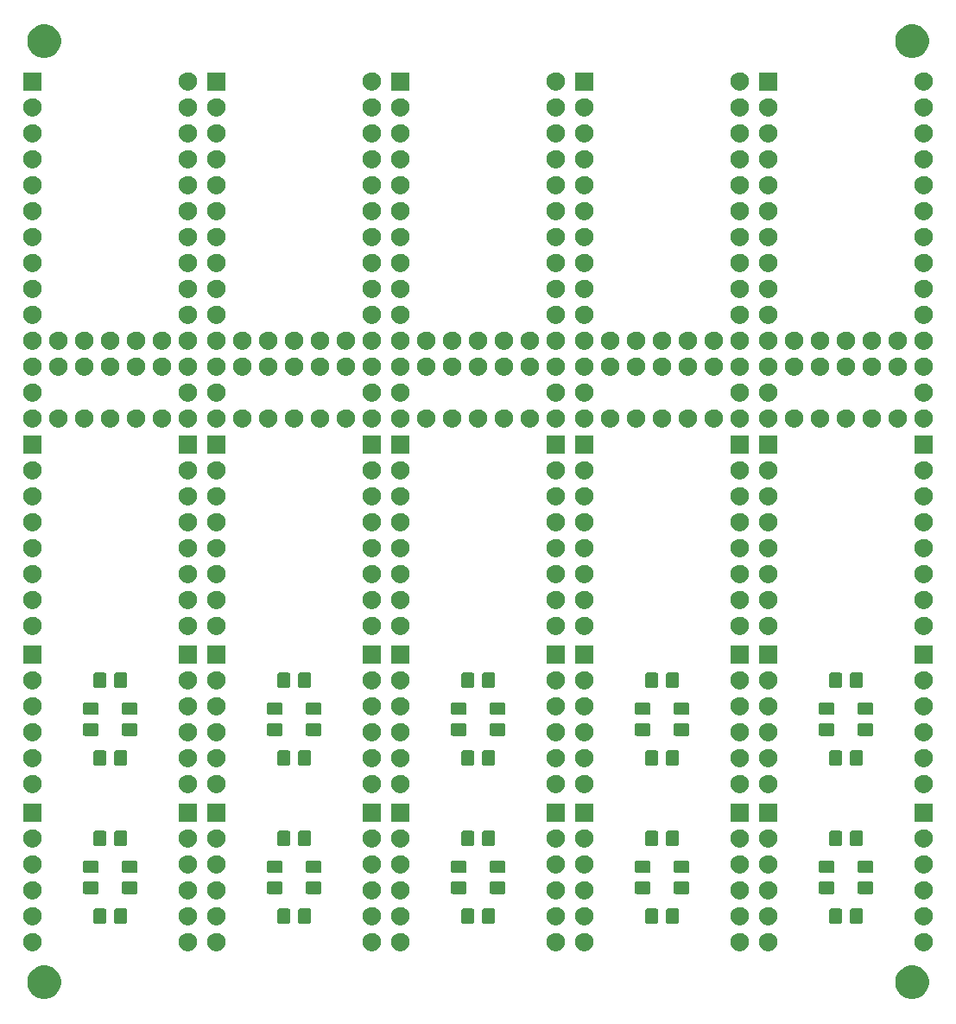
<source format=gbs>
G04 #@! TF.GenerationSoftware,KiCad,Pcbnew,(5.1.5)-3*
G04 #@! TF.CreationDate,2019-12-30T21:30:00-08:00*
G04 #@! TF.ProjectId,teensy40-bb-hc05-adapter,7465656e-7379-4343-902d-62622d686330,A*
G04 #@! TF.SameCoordinates,Original*
G04 #@! TF.FileFunction,Soldermask,Bot*
G04 #@! TF.FilePolarity,Negative*
%FSLAX46Y46*%
G04 Gerber Fmt 4.6, Leading zero omitted, Abs format (unit mm)*
G04 Created by KiCad (PCBNEW (5.1.5)-3) date 2019-12-30 21:30:00*
%MOMM*%
%LPD*%
G04 APERTURE LIST*
%ADD10C,0.100000*%
G04 APERTURE END LIST*
D10*
G36*
X188314521Y-137477639D02*
G01*
X188614947Y-137602080D01*
X188885324Y-137782740D01*
X189115260Y-138012676D01*
X189295920Y-138283053D01*
X189420361Y-138583479D01*
X189483800Y-138902410D01*
X189483800Y-139227590D01*
X189420361Y-139546521D01*
X189295920Y-139846947D01*
X189115260Y-140117324D01*
X188885324Y-140347260D01*
X188614947Y-140527920D01*
X188314521Y-140652361D01*
X187995590Y-140715800D01*
X187670410Y-140715800D01*
X187351479Y-140652361D01*
X187051053Y-140527920D01*
X186780676Y-140347260D01*
X186550740Y-140117324D01*
X186370080Y-139846947D01*
X186245639Y-139546521D01*
X186182200Y-139227590D01*
X186182200Y-138902410D01*
X186245639Y-138583479D01*
X186370080Y-138283053D01*
X186550740Y-138012676D01*
X186780676Y-137782740D01*
X187051053Y-137602080D01*
X187351479Y-137477639D01*
X187670410Y-137414200D01*
X187995590Y-137414200D01*
X188314521Y-137477639D01*
G37*
G36*
X103224521Y-137477639D02*
G01*
X103524947Y-137602080D01*
X103795324Y-137782740D01*
X104025260Y-138012676D01*
X104205920Y-138283053D01*
X104330361Y-138583479D01*
X104393800Y-138902410D01*
X104393800Y-139227590D01*
X104330361Y-139546521D01*
X104205920Y-139846947D01*
X104025260Y-140117324D01*
X103795324Y-140347260D01*
X103524947Y-140527920D01*
X103224521Y-140652361D01*
X102905590Y-140715800D01*
X102580410Y-140715800D01*
X102261479Y-140652361D01*
X101961053Y-140527920D01*
X101690676Y-140347260D01*
X101460740Y-140117324D01*
X101280080Y-139846947D01*
X101155639Y-139546521D01*
X101092200Y-139227590D01*
X101092200Y-138902410D01*
X101155639Y-138583479D01*
X101280080Y-138283053D01*
X101460740Y-138012676D01*
X101690676Y-137782740D01*
X101961053Y-137602080D01*
X102261479Y-137477639D01*
X102580410Y-137414200D01*
X102905590Y-137414200D01*
X103224521Y-137477639D01*
G37*
G36*
X119896754Y-134261817D02*
G01*
X120060689Y-134329721D01*
X120208227Y-134428303D01*
X120333697Y-134553773D01*
X120432279Y-134701311D01*
X120500183Y-134865246D01*
X120534800Y-135039279D01*
X120534800Y-135216721D01*
X120500183Y-135390754D01*
X120432279Y-135554689D01*
X120333697Y-135702227D01*
X120208227Y-135827697D01*
X120060689Y-135926279D01*
X119896754Y-135994183D01*
X119722721Y-136028800D01*
X119545279Y-136028800D01*
X119371246Y-135994183D01*
X119207311Y-135926279D01*
X119059773Y-135827697D01*
X118934303Y-135702227D01*
X118835721Y-135554689D01*
X118767817Y-135390754D01*
X118733200Y-135216721D01*
X118733200Y-135039279D01*
X118767817Y-134865246D01*
X118835721Y-134701311D01*
X118934303Y-134553773D01*
X119059773Y-134428303D01*
X119207311Y-134329721D01*
X119371246Y-134261817D01*
X119545279Y-134227200D01*
X119722721Y-134227200D01*
X119896754Y-134261817D01*
G37*
G36*
X173998754Y-134261817D02*
G01*
X174162689Y-134329721D01*
X174310227Y-134428303D01*
X174435697Y-134553773D01*
X174534279Y-134701311D01*
X174602183Y-134865246D01*
X174636800Y-135039279D01*
X174636800Y-135216721D01*
X174602183Y-135390754D01*
X174534279Y-135554689D01*
X174435697Y-135702227D01*
X174310227Y-135827697D01*
X174162689Y-135926279D01*
X173998754Y-135994183D01*
X173824721Y-136028800D01*
X173647279Y-136028800D01*
X173473246Y-135994183D01*
X173309311Y-135926279D01*
X173161773Y-135827697D01*
X173036303Y-135702227D01*
X172937721Y-135554689D01*
X172869817Y-135390754D01*
X172835200Y-135216721D01*
X172835200Y-135039279D01*
X172869817Y-134865246D01*
X172937721Y-134701311D01*
X173036303Y-134553773D01*
X173161773Y-134428303D01*
X173309311Y-134329721D01*
X173473246Y-134261817D01*
X173647279Y-134227200D01*
X173824721Y-134227200D01*
X173998754Y-134261817D01*
G37*
G36*
X155964754Y-134261817D02*
G01*
X156128689Y-134329721D01*
X156276227Y-134428303D01*
X156401697Y-134553773D01*
X156500279Y-134701311D01*
X156568183Y-134865246D01*
X156602800Y-135039279D01*
X156602800Y-135216721D01*
X156568183Y-135390754D01*
X156500279Y-135554689D01*
X156401697Y-135702227D01*
X156276227Y-135827697D01*
X156128689Y-135926279D01*
X155964754Y-135994183D01*
X155790721Y-136028800D01*
X155613279Y-136028800D01*
X155439246Y-135994183D01*
X155275311Y-135926279D01*
X155127773Y-135827697D01*
X155002303Y-135702227D01*
X154903721Y-135554689D01*
X154835817Y-135390754D01*
X154801200Y-135216721D01*
X154801200Y-135039279D01*
X154835817Y-134865246D01*
X154903721Y-134701311D01*
X155002303Y-134553773D01*
X155127773Y-134428303D01*
X155275311Y-134329721D01*
X155439246Y-134261817D01*
X155613279Y-134227200D01*
X155790721Y-134227200D01*
X155964754Y-134261817D01*
G37*
G36*
X137930754Y-134261817D02*
G01*
X138094689Y-134329721D01*
X138242227Y-134428303D01*
X138367697Y-134553773D01*
X138466279Y-134701311D01*
X138534183Y-134865246D01*
X138568800Y-135039279D01*
X138568800Y-135216721D01*
X138534183Y-135390754D01*
X138466279Y-135554689D01*
X138367697Y-135702227D01*
X138242227Y-135827697D01*
X138094689Y-135926279D01*
X137930754Y-135994183D01*
X137756721Y-136028800D01*
X137579279Y-136028800D01*
X137405246Y-135994183D01*
X137241311Y-135926279D01*
X137093773Y-135827697D01*
X136968303Y-135702227D01*
X136869721Y-135554689D01*
X136801817Y-135390754D01*
X136767200Y-135216721D01*
X136767200Y-135039279D01*
X136801817Y-134865246D01*
X136869721Y-134701311D01*
X136968303Y-134553773D01*
X137093773Y-134428303D01*
X137241311Y-134329721D01*
X137405246Y-134261817D01*
X137579279Y-134227200D01*
X137756721Y-134227200D01*
X137930754Y-134261817D01*
G37*
G36*
X189238754Y-134261817D02*
G01*
X189402689Y-134329721D01*
X189550227Y-134428303D01*
X189675697Y-134553773D01*
X189774279Y-134701311D01*
X189842183Y-134865246D01*
X189876800Y-135039279D01*
X189876800Y-135216721D01*
X189842183Y-135390754D01*
X189774279Y-135554689D01*
X189675697Y-135702227D01*
X189550227Y-135827697D01*
X189402689Y-135926279D01*
X189238754Y-135994183D01*
X189064721Y-136028800D01*
X188887279Y-136028800D01*
X188713246Y-135994183D01*
X188549311Y-135926279D01*
X188401773Y-135827697D01*
X188276303Y-135702227D01*
X188177721Y-135554689D01*
X188109817Y-135390754D01*
X188075200Y-135216721D01*
X188075200Y-135039279D01*
X188109817Y-134865246D01*
X188177721Y-134701311D01*
X188276303Y-134553773D01*
X188401773Y-134428303D01*
X188549311Y-134329721D01*
X188713246Y-134261817D01*
X188887279Y-134227200D01*
X189064721Y-134227200D01*
X189238754Y-134261817D01*
G37*
G36*
X153170754Y-134261817D02*
G01*
X153334689Y-134329721D01*
X153482227Y-134428303D01*
X153607697Y-134553773D01*
X153706279Y-134701311D01*
X153774183Y-134865246D01*
X153808800Y-135039279D01*
X153808800Y-135216721D01*
X153774183Y-135390754D01*
X153706279Y-135554689D01*
X153607697Y-135702227D01*
X153482227Y-135827697D01*
X153334689Y-135926279D01*
X153170754Y-135994183D01*
X152996721Y-136028800D01*
X152819279Y-136028800D01*
X152645246Y-135994183D01*
X152481311Y-135926279D01*
X152333773Y-135827697D01*
X152208303Y-135702227D01*
X152109721Y-135554689D01*
X152041817Y-135390754D01*
X152007200Y-135216721D01*
X152007200Y-135039279D01*
X152041817Y-134865246D01*
X152109721Y-134701311D01*
X152208303Y-134553773D01*
X152333773Y-134428303D01*
X152481311Y-134329721D01*
X152645246Y-134261817D01*
X152819279Y-134227200D01*
X152996721Y-134227200D01*
X153170754Y-134261817D01*
G37*
G36*
X135136754Y-134261817D02*
G01*
X135300689Y-134329721D01*
X135448227Y-134428303D01*
X135573697Y-134553773D01*
X135672279Y-134701311D01*
X135740183Y-134865246D01*
X135774800Y-135039279D01*
X135774800Y-135216721D01*
X135740183Y-135390754D01*
X135672279Y-135554689D01*
X135573697Y-135702227D01*
X135448227Y-135827697D01*
X135300689Y-135926279D01*
X135136754Y-135994183D01*
X134962721Y-136028800D01*
X134785279Y-136028800D01*
X134611246Y-135994183D01*
X134447311Y-135926279D01*
X134299773Y-135827697D01*
X134174303Y-135702227D01*
X134075721Y-135554689D01*
X134007817Y-135390754D01*
X133973200Y-135216721D01*
X133973200Y-135039279D01*
X134007817Y-134865246D01*
X134075721Y-134701311D01*
X134174303Y-134553773D01*
X134299773Y-134428303D01*
X134447311Y-134329721D01*
X134611246Y-134261817D01*
X134785279Y-134227200D01*
X134962721Y-134227200D01*
X135136754Y-134261817D01*
G37*
G36*
X101862754Y-134261817D02*
G01*
X102026689Y-134329721D01*
X102174227Y-134428303D01*
X102299697Y-134553773D01*
X102398279Y-134701311D01*
X102466183Y-134865246D01*
X102500800Y-135039279D01*
X102500800Y-135216721D01*
X102466183Y-135390754D01*
X102398279Y-135554689D01*
X102299697Y-135702227D01*
X102174227Y-135827697D01*
X102026689Y-135926279D01*
X101862754Y-135994183D01*
X101688721Y-136028800D01*
X101511279Y-136028800D01*
X101337246Y-135994183D01*
X101173311Y-135926279D01*
X101025773Y-135827697D01*
X100900303Y-135702227D01*
X100801721Y-135554689D01*
X100733817Y-135390754D01*
X100699200Y-135216721D01*
X100699200Y-135039279D01*
X100733817Y-134865246D01*
X100801721Y-134701311D01*
X100900303Y-134553773D01*
X101025773Y-134428303D01*
X101173311Y-134329721D01*
X101337246Y-134261817D01*
X101511279Y-134227200D01*
X101688721Y-134227200D01*
X101862754Y-134261817D01*
G37*
G36*
X117102754Y-134261817D02*
G01*
X117266689Y-134329721D01*
X117414227Y-134428303D01*
X117539697Y-134553773D01*
X117638279Y-134701311D01*
X117706183Y-134865246D01*
X117740800Y-135039279D01*
X117740800Y-135216721D01*
X117706183Y-135390754D01*
X117638279Y-135554689D01*
X117539697Y-135702227D01*
X117414227Y-135827697D01*
X117266689Y-135926279D01*
X117102754Y-135994183D01*
X116928721Y-136028800D01*
X116751279Y-136028800D01*
X116577246Y-135994183D01*
X116413311Y-135926279D01*
X116265773Y-135827697D01*
X116140303Y-135702227D01*
X116041721Y-135554689D01*
X115973817Y-135390754D01*
X115939200Y-135216721D01*
X115939200Y-135039279D01*
X115973817Y-134865246D01*
X116041721Y-134701311D01*
X116140303Y-134553773D01*
X116265773Y-134428303D01*
X116413311Y-134329721D01*
X116577246Y-134261817D01*
X116751279Y-134227200D01*
X116928721Y-134227200D01*
X117102754Y-134261817D01*
G37*
G36*
X171204754Y-134261817D02*
G01*
X171368689Y-134329721D01*
X171516227Y-134428303D01*
X171641697Y-134553773D01*
X171740279Y-134701311D01*
X171808183Y-134865246D01*
X171842800Y-135039279D01*
X171842800Y-135216721D01*
X171808183Y-135390754D01*
X171740279Y-135554689D01*
X171641697Y-135702227D01*
X171516227Y-135827697D01*
X171368689Y-135926279D01*
X171204754Y-135994183D01*
X171030721Y-136028800D01*
X170853279Y-136028800D01*
X170679246Y-135994183D01*
X170515311Y-135926279D01*
X170367773Y-135827697D01*
X170242303Y-135702227D01*
X170143721Y-135554689D01*
X170075817Y-135390754D01*
X170041200Y-135216721D01*
X170041200Y-135039279D01*
X170075817Y-134865246D01*
X170143721Y-134701311D01*
X170242303Y-134553773D01*
X170367773Y-134428303D01*
X170515311Y-134329721D01*
X170679246Y-134261817D01*
X170853279Y-134227200D01*
X171030721Y-134227200D01*
X171204754Y-134261817D01*
G37*
G36*
X173998754Y-131721817D02*
G01*
X174162689Y-131789721D01*
X174310227Y-131888303D01*
X174435697Y-132013773D01*
X174534279Y-132161311D01*
X174602183Y-132325246D01*
X174636800Y-132499279D01*
X174636800Y-132676721D01*
X174602183Y-132850754D01*
X174534279Y-133014689D01*
X174435697Y-133162227D01*
X174310227Y-133287697D01*
X174162689Y-133386279D01*
X173998754Y-133454183D01*
X173824721Y-133488800D01*
X173647279Y-133488800D01*
X173473246Y-133454183D01*
X173309311Y-133386279D01*
X173161773Y-133287697D01*
X173036303Y-133162227D01*
X172937721Y-133014689D01*
X172869817Y-132850754D01*
X172835200Y-132676721D01*
X172835200Y-132499279D01*
X172869817Y-132325246D01*
X172937721Y-132161311D01*
X173036303Y-132013773D01*
X173161773Y-131888303D01*
X173309311Y-131789721D01*
X173473246Y-131721817D01*
X173647279Y-131687200D01*
X173824721Y-131687200D01*
X173998754Y-131721817D01*
G37*
G36*
X117102754Y-131721817D02*
G01*
X117266689Y-131789721D01*
X117414227Y-131888303D01*
X117539697Y-132013773D01*
X117638279Y-132161311D01*
X117706183Y-132325246D01*
X117740800Y-132499279D01*
X117740800Y-132676721D01*
X117706183Y-132850754D01*
X117638279Y-133014689D01*
X117539697Y-133162227D01*
X117414227Y-133287697D01*
X117266689Y-133386279D01*
X117102754Y-133454183D01*
X116928721Y-133488800D01*
X116751279Y-133488800D01*
X116577246Y-133454183D01*
X116413311Y-133386279D01*
X116265773Y-133287697D01*
X116140303Y-133162227D01*
X116041721Y-133014689D01*
X115973817Y-132850754D01*
X115939200Y-132676721D01*
X115939200Y-132499279D01*
X115973817Y-132325246D01*
X116041721Y-132161311D01*
X116140303Y-132013773D01*
X116265773Y-131888303D01*
X116413311Y-131789721D01*
X116577246Y-131721817D01*
X116751279Y-131687200D01*
X116928721Y-131687200D01*
X117102754Y-131721817D01*
G37*
G36*
X101862754Y-131721817D02*
G01*
X102026689Y-131789721D01*
X102174227Y-131888303D01*
X102299697Y-132013773D01*
X102398279Y-132161311D01*
X102466183Y-132325246D01*
X102500800Y-132499279D01*
X102500800Y-132676721D01*
X102466183Y-132850754D01*
X102398279Y-133014689D01*
X102299697Y-133162227D01*
X102174227Y-133287697D01*
X102026689Y-133386279D01*
X101862754Y-133454183D01*
X101688721Y-133488800D01*
X101511279Y-133488800D01*
X101337246Y-133454183D01*
X101173311Y-133386279D01*
X101025773Y-133287697D01*
X100900303Y-133162227D01*
X100801721Y-133014689D01*
X100733817Y-132850754D01*
X100699200Y-132676721D01*
X100699200Y-132499279D01*
X100733817Y-132325246D01*
X100801721Y-132161311D01*
X100900303Y-132013773D01*
X101025773Y-131888303D01*
X101173311Y-131789721D01*
X101337246Y-131721817D01*
X101511279Y-131687200D01*
X101688721Y-131687200D01*
X101862754Y-131721817D01*
G37*
G36*
X135136754Y-131721817D02*
G01*
X135300689Y-131789721D01*
X135448227Y-131888303D01*
X135573697Y-132013773D01*
X135672279Y-132161311D01*
X135740183Y-132325246D01*
X135774800Y-132499279D01*
X135774800Y-132676721D01*
X135740183Y-132850754D01*
X135672279Y-133014689D01*
X135573697Y-133162227D01*
X135448227Y-133287697D01*
X135300689Y-133386279D01*
X135136754Y-133454183D01*
X134962721Y-133488800D01*
X134785279Y-133488800D01*
X134611246Y-133454183D01*
X134447311Y-133386279D01*
X134299773Y-133287697D01*
X134174303Y-133162227D01*
X134075721Y-133014689D01*
X134007817Y-132850754D01*
X133973200Y-132676721D01*
X133973200Y-132499279D01*
X134007817Y-132325246D01*
X134075721Y-132161311D01*
X134174303Y-132013773D01*
X134299773Y-131888303D01*
X134447311Y-131789721D01*
X134611246Y-131721817D01*
X134785279Y-131687200D01*
X134962721Y-131687200D01*
X135136754Y-131721817D01*
G37*
G36*
X171204754Y-131721817D02*
G01*
X171368689Y-131789721D01*
X171516227Y-131888303D01*
X171641697Y-132013773D01*
X171740279Y-132161311D01*
X171808183Y-132325246D01*
X171842800Y-132499279D01*
X171842800Y-132676721D01*
X171808183Y-132850754D01*
X171740279Y-133014689D01*
X171641697Y-133162227D01*
X171516227Y-133287697D01*
X171368689Y-133386279D01*
X171204754Y-133454183D01*
X171030721Y-133488800D01*
X170853279Y-133488800D01*
X170679246Y-133454183D01*
X170515311Y-133386279D01*
X170367773Y-133287697D01*
X170242303Y-133162227D01*
X170143721Y-133014689D01*
X170075817Y-132850754D01*
X170041200Y-132676721D01*
X170041200Y-132499279D01*
X170075817Y-132325246D01*
X170143721Y-132161311D01*
X170242303Y-132013773D01*
X170367773Y-131888303D01*
X170515311Y-131789721D01*
X170679246Y-131721817D01*
X170853279Y-131687200D01*
X171030721Y-131687200D01*
X171204754Y-131721817D01*
G37*
G36*
X153170754Y-131721817D02*
G01*
X153334689Y-131789721D01*
X153482227Y-131888303D01*
X153607697Y-132013773D01*
X153706279Y-132161311D01*
X153774183Y-132325246D01*
X153808800Y-132499279D01*
X153808800Y-132676721D01*
X153774183Y-132850754D01*
X153706279Y-133014689D01*
X153607697Y-133162227D01*
X153482227Y-133287697D01*
X153334689Y-133386279D01*
X153170754Y-133454183D01*
X152996721Y-133488800D01*
X152819279Y-133488800D01*
X152645246Y-133454183D01*
X152481311Y-133386279D01*
X152333773Y-133287697D01*
X152208303Y-133162227D01*
X152109721Y-133014689D01*
X152041817Y-132850754D01*
X152007200Y-132676721D01*
X152007200Y-132499279D01*
X152041817Y-132325246D01*
X152109721Y-132161311D01*
X152208303Y-132013773D01*
X152333773Y-131888303D01*
X152481311Y-131789721D01*
X152645246Y-131721817D01*
X152819279Y-131687200D01*
X152996721Y-131687200D01*
X153170754Y-131721817D01*
G37*
G36*
X119896754Y-131721817D02*
G01*
X120060689Y-131789721D01*
X120208227Y-131888303D01*
X120333697Y-132013773D01*
X120432279Y-132161311D01*
X120500183Y-132325246D01*
X120534800Y-132499279D01*
X120534800Y-132676721D01*
X120500183Y-132850754D01*
X120432279Y-133014689D01*
X120333697Y-133162227D01*
X120208227Y-133287697D01*
X120060689Y-133386279D01*
X119896754Y-133454183D01*
X119722721Y-133488800D01*
X119545279Y-133488800D01*
X119371246Y-133454183D01*
X119207311Y-133386279D01*
X119059773Y-133287697D01*
X118934303Y-133162227D01*
X118835721Y-133014689D01*
X118767817Y-132850754D01*
X118733200Y-132676721D01*
X118733200Y-132499279D01*
X118767817Y-132325246D01*
X118835721Y-132161311D01*
X118934303Y-132013773D01*
X119059773Y-131888303D01*
X119207311Y-131789721D01*
X119371246Y-131721817D01*
X119545279Y-131687200D01*
X119722721Y-131687200D01*
X119896754Y-131721817D01*
G37*
G36*
X189238754Y-131721817D02*
G01*
X189402689Y-131789721D01*
X189550227Y-131888303D01*
X189675697Y-132013773D01*
X189774279Y-132161311D01*
X189842183Y-132325246D01*
X189876800Y-132499279D01*
X189876800Y-132676721D01*
X189842183Y-132850754D01*
X189774279Y-133014689D01*
X189675697Y-133162227D01*
X189550227Y-133287697D01*
X189402689Y-133386279D01*
X189238754Y-133454183D01*
X189064721Y-133488800D01*
X188887279Y-133488800D01*
X188713246Y-133454183D01*
X188549311Y-133386279D01*
X188401773Y-133287697D01*
X188276303Y-133162227D01*
X188177721Y-133014689D01*
X188109817Y-132850754D01*
X188075200Y-132676721D01*
X188075200Y-132499279D01*
X188109817Y-132325246D01*
X188177721Y-132161311D01*
X188276303Y-132013773D01*
X188401773Y-131888303D01*
X188549311Y-131789721D01*
X188713246Y-131721817D01*
X188887279Y-131687200D01*
X189064721Y-131687200D01*
X189238754Y-131721817D01*
G37*
G36*
X137930754Y-131721817D02*
G01*
X138094689Y-131789721D01*
X138242227Y-131888303D01*
X138367697Y-132013773D01*
X138466279Y-132161311D01*
X138534183Y-132325246D01*
X138568800Y-132499279D01*
X138568800Y-132676721D01*
X138534183Y-132850754D01*
X138466279Y-133014689D01*
X138367697Y-133162227D01*
X138242227Y-133287697D01*
X138094689Y-133386279D01*
X137930754Y-133454183D01*
X137756721Y-133488800D01*
X137579279Y-133488800D01*
X137405246Y-133454183D01*
X137241311Y-133386279D01*
X137093773Y-133287697D01*
X136968303Y-133162227D01*
X136869721Y-133014689D01*
X136801817Y-132850754D01*
X136767200Y-132676721D01*
X136767200Y-132499279D01*
X136801817Y-132325246D01*
X136869721Y-132161311D01*
X136968303Y-132013773D01*
X137093773Y-131888303D01*
X137241311Y-131789721D01*
X137405246Y-131721817D01*
X137579279Y-131687200D01*
X137756721Y-131687200D01*
X137930754Y-131721817D01*
G37*
G36*
X155964754Y-131721817D02*
G01*
X156128689Y-131789721D01*
X156276227Y-131888303D01*
X156401697Y-132013773D01*
X156500279Y-132161311D01*
X156568183Y-132325246D01*
X156602800Y-132499279D01*
X156602800Y-132676721D01*
X156568183Y-132850754D01*
X156500279Y-133014689D01*
X156401697Y-133162227D01*
X156276227Y-133287697D01*
X156128689Y-133386279D01*
X155964754Y-133454183D01*
X155790721Y-133488800D01*
X155613279Y-133488800D01*
X155439246Y-133454183D01*
X155275311Y-133386279D01*
X155127773Y-133287697D01*
X155002303Y-133162227D01*
X154903721Y-133014689D01*
X154835817Y-132850754D01*
X154801200Y-132676721D01*
X154801200Y-132499279D01*
X154835817Y-132325246D01*
X154903721Y-132161311D01*
X155002303Y-132013773D01*
X155127773Y-131888303D01*
X155275311Y-131789721D01*
X155439246Y-131721817D01*
X155613279Y-131687200D01*
X155790721Y-131687200D01*
X155964754Y-131721817D01*
G37*
G36*
X162764949Y-131838150D02*
G01*
X162802414Y-131849515D01*
X162836938Y-131867969D01*
X162867198Y-131892802D01*
X162892031Y-131923062D01*
X162910485Y-131957586D01*
X162921850Y-131995051D01*
X162926300Y-132040238D01*
X162926300Y-133128762D01*
X162921850Y-133173949D01*
X162910485Y-133211414D01*
X162892031Y-133245938D01*
X162867198Y-133276198D01*
X162836938Y-133301031D01*
X162802414Y-133319485D01*
X162764949Y-133330850D01*
X162719762Y-133335300D01*
X161881238Y-133335300D01*
X161836051Y-133330850D01*
X161798586Y-133319485D01*
X161764062Y-133301031D01*
X161733802Y-133276198D01*
X161708969Y-133245938D01*
X161690515Y-133211414D01*
X161679150Y-133173949D01*
X161674700Y-133128762D01*
X161674700Y-132040238D01*
X161679150Y-131995051D01*
X161690515Y-131957586D01*
X161708969Y-131923062D01*
X161733802Y-131892802D01*
X161764062Y-131867969D01*
X161798586Y-131849515D01*
X161836051Y-131838150D01*
X161881238Y-131833700D01*
X162719762Y-131833700D01*
X162764949Y-131838150D01*
G37*
G36*
X126696949Y-131838150D02*
G01*
X126734414Y-131849515D01*
X126768938Y-131867969D01*
X126799198Y-131892802D01*
X126824031Y-131923062D01*
X126842485Y-131957586D01*
X126853850Y-131995051D01*
X126858300Y-132040238D01*
X126858300Y-133128762D01*
X126853850Y-133173949D01*
X126842485Y-133211414D01*
X126824031Y-133245938D01*
X126799198Y-133276198D01*
X126768938Y-133301031D01*
X126734414Y-133319485D01*
X126696949Y-133330850D01*
X126651762Y-133335300D01*
X125813238Y-133335300D01*
X125768051Y-133330850D01*
X125730586Y-133319485D01*
X125696062Y-133301031D01*
X125665802Y-133276198D01*
X125640969Y-133245938D01*
X125622515Y-133211414D01*
X125611150Y-133173949D01*
X125606700Y-133128762D01*
X125606700Y-132040238D01*
X125611150Y-131995051D01*
X125622515Y-131957586D01*
X125640969Y-131923062D01*
X125665802Y-131892802D01*
X125696062Y-131867969D01*
X125730586Y-131849515D01*
X125768051Y-131838150D01*
X125813238Y-131833700D01*
X126651762Y-131833700D01*
X126696949Y-131838150D01*
G37*
G36*
X128746949Y-131838150D02*
G01*
X128784414Y-131849515D01*
X128818938Y-131867969D01*
X128849198Y-131892802D01*
X128874031Y-131923062D01*
X128892485Y-131957586D01*
X128903850Y-131995051D01*
X128908300Y-132040238D01*
X128908300Y-133128762D01*
X128903850Y-133173949D01*
X128892485Y-133211414D01*
X128874031Y-133245938D01*
X128849198Y-133276198D01*
X128818938Y-133301031D01*
X128784414Y-133319485D01*
X128746949Y-133330850D01*
X128701762Y-133335300D01*
X127863238Y-133335300D01*
X127818051Y-133330850D01*
X127780586Y-133319485D01*
X127746062Y-133301031D01*
X127715802Y-133276198D01*
X127690969Y-133245938D01*
X127672515Y-133211414D01*
X127661150Y-133173949D01*
X127656700Y-133128762D01*
X127656700Y-132040238D01*
X127661150Y-131995051D01*
X127672515Y-131957586D01*
X127690969Y-131923062D01*
X127715802Y-131892802D01*
X127746062Y-131867969D01*
X127780586Y-131849515D01*
X127818051Y-131838150D01*
X127863238Y-131833700D01*
X128701762Y-131833700D01*
X128746949Y-131838150D01*
G37*
G36*
X144730949Y-131838150D02*
G01*
X144768414Y-131849515D01*
X144802938Y-131867969D01*
X144833198Y-131892802D01*
X144858031Y-131923062D01*
X144876485Y-131957586D01*
X144887850Y-131995051D01*
X144892300Y-132040238D01*
X144892300Y-133128762D01*
X144887850Y-133173949D01*
X144876485Y-133211414D01*
X144858031Y-133245938D01*
X144833198Y-133276198D01*
X144802938Y-133301031D01*
X144768414Y-133319485D01*
X144730949Y-133330850D01*
X144685762Y-133335300D01*
X143847238Y-133335300D01*
X143802051Y-133330850D01*
X143764586Y-133319485D01*
X143730062Y-133301031D01*
X143699802Y-133276198D01*
X143674969Y-133245938D01*
X143656515Y-133211414D01*
X143645150Y-133173949D01*
X143640700Y-133128762D01*
X143640700Y-132040238D01*
X143645150Y-131995051D01*
X143656515Y-131957586D01*
X143674969Y-131923062D01*
X143699802Y-131892802D01*
X143730062Y-131867969D01*
X143764586Y-131849515D01*
X143802051Y-131838150D01*
X143847238Y-131833700D01*
X144685762Y-131833700D01*
X144730949Y-131838150D01*
G37*
G36*
X108662949Y-131838150D02*
G01*
X108700414Y-131849515D01*
X108734938Y-131867969D01*
X108765198Y-131892802D01*
X108790031Y-131923062D01*
X108808485Y-131957586D01*
X108819850Y-131995051D01*
X108824300Y-132040238D01*
X108824300Y-133128762D01*
X108819850Y-133173949D01*
X108808485Y-133211414D01*
X108790031Y-133245938D01*
X108765198Y-133276198D01*
X108734938Y-133301031D01*
X108700414Y-133319485D01*
X108662949Y-133330850D01*
X108617762Y-133335300D01*
X107779238Y-133335300D01*
X107734051Y-133330850D01*
X107696586Y-133319485D01*
X107662062Y-133301031D01*
X107631802Y-133276198D01*
X107606969Y-133245938D01*
X107588515Y-133211414D01*
X107577150Y-133173949D01*
X107572700Y-133128762D01*
X107572700Y-132040238D01*
X107577150Y-131995051D01*
X107588515Y-131957586D01*
X107606969Y-131923062D01*
X107631802Y-131892802D01*
X107662062Y-131867969D01*
X107696586Y-131849515D01*
X107734051Y-131838150D01*
X107779238Y-131833700D01*
X108617762Y-131833700D01*
X108662949Y-131838150D01*
G37*
G36*
X110712949Y-131838150D02*
G01*
X110750414Y-131849515D01*
X110784938Y-131867969D01*
X110815198Y-131892802D01*
X110840031Y-131923062D01*
X110858485Y-131957586D01*
X110869850Y-131995051D01*
X110874300Y-132040238D01*
X110874300Y-133128762D01*
X110869850Y-133173949D01*
X110858485Y-133211414D01*
X110840031Y-133245938D01*
X110815198Y-133276198D01*
X110784938Y-133301031D01*
X110750414Y-133319485D01*
X110712949Y-133330850D01*
X110667762Y-133335300D01*
X109829238Y-133335300D01*
X109784051Y-133330850D01*
X109746586Y-133319485D01*
X109712062Y-133301031D01*
X109681802Y-133276198D01*
X109656969Y-133245938D01*
X109638515Y-133211414D01*
X109627150Y-133173949D01*
X109622700Y-133128762D01*
X109622700Y-132040238D01*
X109627150Y-131995051D01*
X109638515Y-131957586D01*
X109656969Y-131923062D01*
X109681802Y-131892802D01*
X109712062Y-131867969D01*
X109746586Y-131849515D01*
X109784051Y-131838150D01*
X109829238Y-131833700D01*
X110667762Y-131833700D01*
X110712949Y-131838150D01*
G37*
G36*
X146780949Y-131838150D02*
G01*
X146818414Y-131849515D01*
X146852938Y-131867969D01*
X146883198Y-131892802D01*
X146908031Y-131923062D01*
X146926485Y-131957586D01*
X146937850Y-131995051D01*
X146942300Y-132040238D01*
X146942300Y-133128762D01*
X146937850Y-133173949D01*
X146926485Y-133211414D01*
X146908031Y-133245938D01*
X146883198Y-133276198D01*
X146852938Y-133301031D01*
X146818414Y-133319485D01*
X146780949Y-133330850D01*
X146735762Y-133335300D01*
X145897238Y-133335300D01*
X145852051Y-133330850D01*
X145814586Y-133319485D01*
X145780062Y-133301031D01*
X145749802Y-133276198D01*
X145724969Y-133245938D01*
X145706515Y-133211414D01*
X145695150Y-133173949D01*
X145690700Y-133128762D01*
X145690700Y-132040238D01*
X145695150Y-131995051D01*
X145706515Y-131957586D01*
X145724969Y-131923062D01*
X145749802Y-131892802D01*
X145780062Y-131867969D01*
X145814586Y-131849515D01*
X145852051Y-131838150D01*
X145897238Y-131833700D01*
X146735762Y-131833700D01*
X146780949Y-131838150D01*
G37*
G36*
X164814949Y-131838150D02*
G01*
X164852414Y-131849515D01*
X164886938Y-131867969D01*
X164917198Y-131892802D01*
X164942031Y-131923062D01*
X164960485Y-131957586D01*
X164971850Y-131995051D01*
X164976300Y-132040238D01*
X164976300Y-133128762D01*
X164971850Y-133173949D01*
X164960485Y-133211414D01*
X164942031Y-133245938D01*
X164917198Y-133276198D01*
X164886938Y-133301031D01*
X164852414Y-133319485D01*
X164814949Y-133330850D01*
X164769762Y-133335300D01*
X163931238Y-133335300D01*
X163886051Y-133330850D01*
X163848586Y-133319485D01*
X163814062Y-133301031D01*
X163783802Y-133276198D01*
X163758969Y-133245938D01*
X163740515Y-133211414D01*
X163729150Y-133173949D01*
X163724700Y-133128762D01*
X163724700Y-132040238D01*
X163729150Y-131995051D01*
X163740515Y-131957586D01*
X163758969Y-131923062D01*
X163783802Y-131892802D01*
X163814062Y-131867969D01*
X163848586Y-131849515D01*
X163886051Y-131838150D01*
X163931238Y-131833700D01*
X164769762Y-131833700D01*
X164814949Y-131838150D01*
G37*
G36*
X180798949Y-131838150D02*
G01*
X180836414Y-131849515D01*
X180870938Y-131867969D01*
X180901198Y-131892802D01*
X180926031Y-131923062D01*
X180944485Y-131957586D01*
X180955850Y-131995051D01*
X180960300Y-132040238D01*
X180960300Y-133128762D01*
X180955850Y-133173949D01*
X180944485Y-133211414D01*
X180926031Y-133245938D01*
X180901198Y-133276198D01*
X180870938Y-133301031D01*
X180836414Y-133319485D01*
X180798949Y-133330850D01*
X180753762Y-133335300D01*
X179915238Y-133335300D01*
X179870051Y-133330850D01*
X179832586Y-133319485D01*
X179798062Y-133301031D01*
X179767802Y-133276198D01*
X179742969Y-133245938D01*
X179724515Y-133211414D01*
X179713150Y-133173949D01*
X179708700Y-133128762D01*
X179708700Y-132040238D01*
X179713150Y-131995051D01*
X179724515Y-131957586D01*
X179742969Y-131923062D01*
X179767802Y-131892802D01*
X179798062Y-131867969D01*
X179832586Y-131849515D01*
X179870051Y-131838150D01*
X179915238Y-131833700D01*
X180753762Y-131833700D01*
X180798949Y-131838150D01*
G37*
G36*
X182848949Y-131838150D02*
G01*
X182886414Y-131849515D01*
X182920938Y-131867969D01*
X182951198Y-131892802D01*
X182976031Y-131923062D01*
X182994485Y-131957586D01*
X183005850Y-131995051D01*
X183010300Y-132040238D01*
X183010300Y-133128762D01*
X183005850Y-133173949D01*
X182994485Y-133211414D01*
X182976031Y-133245938D01*
X182951198Y-133276198D01*
X182920938Y-133301031D01*
X182886414Y-133319485D01*
X182848949Y-133330850D01*
X182803762Y-133335300D01*
X181965238Y-133335300D01*
X181920051Y-133330850D01*
X181882586Y-133319485D01*
X181848062Y-133301031D01*
X181817802Y-133276198D01*
X181792969Y-133245938D01*
X181774515Y-133211414D01*
X181763150Y-133173949D01*
X181758700Y-133128762D01*
X181758700Y-132040238D01*
X181763150Y-131995051D01*
X181774515Y-131957586D01*
X181792969Y-131923062D01*
X181817802Y-131892802D01*
X181848062Y-131867969D01*
X181882586Y-131849515D01*
X181920051Y-131838150D01*
X181965238Y-131833700D01*
X182803762Y-131833700D01*
X182848949Y-131838150D01*
G37*
G36*
X173998754Y-129181817D02*
G01*
X174162689Y-129249721D01*
X174310227Y-129348303D01*
X174435697Y-129473773D01*
X174534279Y-129621311D01*
X174602183Y-129785246D01*
X174636800Y-129959279D01*
X174636800Y-130136721D01*
X174602183Y-130310754D01*
X174534279Y-130474689D01*
X174435697Y-130622227D01*
X174310227Y-130747697D01*
X174162689Y-130846279D01*
X173998754Y-130914183D01*
X173824721Y-130948800D01*
X173647279Y-130948800D01*
X173473246Y-130914183D01*
X173309311Y-130846279D01*
X173161773Y-130747697D01*
X173036303Y-130622227D01*
X172937721Y-130474689D01*
X172869817Y-130310754D01*
X172835200Y-130136721D01*
X172835200Y-129959279D01*
X172869817Y-129785246D01*
X172937721Y-129621311D01*
X173036303Y-129473773D01*
X173161773Y-129348303D01*
X173309311Y-129249721D01*
X173473246Y-129181817D01*
X173647279Y-129147200D01*
X173824721Y-129147200D01*
X173998754Y-129181817D01*
G37*
G36*
X189238754Y-129181817D02*
G01*
X189402689Y-129249721D01*
X189550227Y-129348303D01*
X189675697Y-129473773D01*
X189774279Y-129621311D01*
X189842183Y-129785246D01*
X189876800Y-129959279D01*
X189876800Y-130136721D01*
X189842183Y-130310754D01*
X189774279Y-130474689D01*
X189675697Y-130622227D01*
X189550227Y-130747697D01*
X189402689Y-130846279D01*
X189238754Y-130914183D01*
X189064721Y-130948800D01*
X188887279Y-130948800D01*
X188713246Y-130914183D01*
X188549311Y-130846279D01*
X188401773Y-130747697D01*
X188276303Y-130622227D01*
X188177721Y-130474689D01*
X188109817Y-130310754D01*
X188075200Y-130136721D01*
X188075200Y-129959279D01*
X188109817Y-129785246D01*
X188177721Y-129621311D01*
X188276303Y-129473773D01*
X188401773Y-129348303D01*
X188549311Y-129249721D01*
X188713246Y-129181817D01*
X188887279Y-129147200D01*
X189064721Y-129147200D01*
X189238754Y-129181817D01*
G37*
G36*
X119896754Y-129181817D02*
G01*
X120060689Y-129249721D01*
X120208227Y-129348303D01*
X120333697Y-129473773D01*
X120432279Y-129621311D01*
X120500183Y-129785246D01*
X120534800Y-129959279D01*
X120534800Y-130136721D01*
X120500183Y-130310754D01*
X120432279Y-130474689D01*
X120333697Y-130622227D01*
X120208227Y-130747697D01*
X120060689Y-130846279D01*
X119896754Y-130914183D01*
X119722721Y-130948800D01*
X119545279Y-130948800D01*
X119371246Y-130914183D01*
X119207311Y-130846279D01*
X119059773Y-130747697D01*
X118934303Y-130622227D01*
X118835721Y-130474689D01*
X118767817Y-130310754D01*
X118733200Y-130136721D01*
X118733200Y-129959279D01*
X118767817Y-129785246D01*
X118835721Y-129621311D01*
X118934303Y-129473773D01*
X119059773Y-129348303D01*
X119207311Y-129249721D01*
X119371246Y-129181817D01*
X119545279Y-129147200D01*
X119722721Y-129147200D01*
X119896754Y-129181817D01*
G37*
G36*
X117102754Y-129181817D02*
G01*
X117266689Y-129249721D01*
X117414227Y-129348303D01*
X117539697Y-129473773D01*
X117638279Y-129621311D01*
X117706183Y-129785246D01*
X117740800Y-129959279D01*
X117740800Y-130136721D01*
X117706183Y-130310754D01*
X117638279Y-130474689D01*
X117539697Y-130622227D01*
X117414227Y-130747697D01*
X117266689Y-130846279D01*
X117102754Y-130914183D01*
X116928721Y-130948800D01*
X116751279Y-130948800D01*
X116577246Y-130914183D01*
X116413311Y-130846279D01*
X116265773Y-130747697D01*
X116140303Y-130622227D01*
X116041721Y-130474689D01*
X115973817Y-130310754D01*
X115939200Y-130136721D01*
X115939200Y-129959279D01*
X115973817Y-129785246D01*
X116041721Y-129621311D01*
X116140303Y-129473773D01*
X116265773Y-129348303D01*
X116413311Y-129249721D01*
X116577246Y-129181817D01*
X116751279Y-129147200D01*
X116928721Y-129147200D01*
X117102754Y-129181817D01*
G37*
G36*
X153170754Y-129181817D02*
G01*
X153334689Y-129249721D01*
X153482227Y-129348303D01*
X153607697Y-129473773D01*
X153706279Y-129621311D01*
X153774183Y-129785246D01*
X153808800Y-129959279D01*
X153808800Y-130136721D01*
X153774183Y-130310754D01*
X153706279Y-130474689D01*
X153607697Y-130622227D01*
X153482227Y-130747697D01*
X153334689Y-130846279D01*
X153170754Y-130914183D01*
X152996721Y-130948800D01*
X152819279Y-130948800D01*
X152645246Y-130914183D01*
X152481311Y-130846279D01*
X152333773Y-130747697D01*
X152208303Y-130622227D01*
X152109721Y-130474689D01*
X152041817Y-130310754D01*
X152007200Y-130136721D01*
X152007200Y-129959279D01*
X152041817Y-129785246D01*
X152109721Y-129621311D01*
X152208303Y-129473773D01*
X152333773Y-129348303D01*
X152481311Y-129249721D01*
X152645246Y-129181817D01*
X152819279Y-129147200D01*
X152996721Y-129147200D01*
X153170754Y-129181817D01*
G37*
G36*
X155964754Y-129181817D02*
G01*
X156128689Y-129249721D01*
X156276227Y-129348303D01*
X156401697Y-129473773D01*
X156500279Y-129621311D01*
X156568183Y-129785246D01*
X156602800Y-129959279D01*
X156602800Y-130136721D01*
X156568183Y-130310754D01*
X156500279Y-130474689D01*
X156401697Y-130622227D01*
X156276227Y-130747697D01*
X156128689Y-130846279D01*
X155964754Y-130914183D01*
X155790721Y-130948800D01*
X155613279Y-130948800D01*
X155439246Y-130914183D01*
X155275311Y-130846279D01*
X155127773Y-130747697D01*
X155002303Y-130622227D01*
X154903721Y-130474689D01*
X154835817Y-130310754D01*
X154801200Y-130136721D01*
X154801200Y-129959279D01*
X154835817Y-129785246D01*
X154903721Y-129621311D01*
X155002303Y-129473773D01*
X155127773Y-129348303D01*
X155275311Y-129249721D01*
X155439246Y-129181817D01*
X155613279Y-129147200D01*
X155790721Y-129147200D01*
X155964754Y-129181817D01*
G37*
G36*
X135136754Y-129181817D02*
G01*
X135300689Y-129249721D01*
X135448227Y-129348303D01*
X135573697Y-129473773D01*
X135672279Y-129621311D01*
X135740183Y-129785246D01*
X135774800Y-129959279D01*
X135774800Y-130136721D01*
X135740183Y-130310754D01*
X135672279Y-130474689D01*
X135573697Y-130622227D01*
X135448227Y-130747697D01*
X135300689Y-130846279D01*
X135136754Y-130914183D01*
X134962721Y-130948800D01*
X134785279Y-130948800D01*
X134611246Y-130914183D01*
X134447311Y-130846279D01*
X134299773Y-130747697D01*
X134174303Y-130622227D01*
X134075721Y-130474689D01*
X134007817Y-130310754D01*
X133973200Y-130136721D01*
X133973200Y-129959279D01*
X134007817Y-129785246D01*
X134075721Y-129621311D01*
X134174303Y-129473773D01*
X134299773Y-129348303D01*
X134447311Y-129249721D01*
X134611246Y-129181817D01*
X134785279Y-129147200D01*
X134962721Y-129147200D01*
X135136754Y-129181817D01*
G37*
G36*
X137930754Y-129181817D02*
G01*
X138094689Y-129249721D01*
X138242227Y-129348303D01*
X138367697Y-129473773D01*
X138466279Y-129621311D01*
X138534183Y-129785246D01*
X138568800Y-129959279D01*
X138568800Y-130136721D01*
X138534183Y-130310754D01*
X138466279Y-130474689D01*
X138367697Y-130622227D01*
X138242227Y-130747697D01*
X138094689Y-130846279D01*
X137930754Y-130914183D01*
X137756721Y-130948800D01*
X137579279Y-130948800D01*
X137405246Y-130914183D01*
X137241311Y-130846279D01*
X137093773Y-130747697D01*
X136968303Y-130622227D01*
X136869721Y-130474689D01*
X136801817Y-130310754D01*
X136767200Y-130136721D01*
X136767200Y-129959279D01*
X136801817Y-129785246D01*
X136869721Y-129621311D01*
X136968303Y-129473773D01*
X137093773Y-129348303D01*
X137241311Y-129249721D01*
X137405246Y-129181817D01*
X137579279Y-129147200D01*
X137756721Y-129147200D01*
X137930754Y-129181817D01*
G37*
G36*
X101862754Y-129181817D02*
G01*
X102026689Y-129249721D01*
X102174227Y-129348303D01*
X102299697Y-129473773D01*
X102398279Y-129621311D01*
X102466183Y-129785246D01*
X102500800Y-129959279D01*
X102500800Y-130136721D01*
X102466183Y-130310754D01*
X102398279Y-130474689D01*
X102299697Y-130622227D01*
X102174227Y-130747697D01*
X102026689Y-130846279D01*
X101862754Y-130914183D01*
X101688721Y-130948800D01*
X101511279Y-130948800D01*
X101337246Y-130914183D01*
X101173311Y-130846279D01*
X101025773Y-130747697D01*
X100900303Y-130622227D01*
X100801721Y-130474689D01*
X100733817Y-130310754D01*
X100699200Y-130136721D01*
X100699200Y-129959279D01*
X100733817Y-129785246D01*
X100801721Y-129621311D01*
X100900303Y-129473773D01*
X101025773Y-129348303D01*
X101173311Y-129249721D01*
X101337246Y-129181817D01*
X101511279Y-129147200D01*
X101688721Y-129147200D01*
X101862754Y-129181817D01*
G37*
G36*
X171204754Y-129181817D02*
G01*
X171368689Y-129249721D01*
X171516227Y-129348303D01*
X171641697Y-129473773D01*
X171740279Y-129621311D01*
X171808183Y-129785246D01*
X171842800Y-129959279D01*
X171842800Y-130136721D01*
X171808183Y-130310754D01*
X171740279Y-130474689D01*
X171641697Y-130622227D01*
X171516227Y-130747697D01*
X171368689Y-130846279D01*
X171204754Y-130914183D01*
X171030721Y-130948800D01*
X170853279Y-130948800D01*
X170679246Y-130914183D01*
X170515311Y-130846279D01*
X170367773Y-130747697D01*
X170242303Y-130622227D01*
X170143721Y-130474689D01*
X170075817Y-130310754D01*
X170041200Y-130136721D01*
X170041200Y-129959279D01*
X170075817Y-129785246D01*
X170143721Y-129621311D01*
X170242303Y-129473773D01*
X170367773Y-129348303D01*
X170515311Y-129249721D01*
X170679246Y-129181817D01*
X170853279Y-129147200D01*
X171030721Y-129147200D01*
X171204754Y-129181817D01*
G37*
G36*
X165819949Y-129178150D02*
G01*
X165857414Y-129189515D01*
X165891938Y-129207969D01*
X165922198Y-129232802D01*
X165947031Y-129263062D01*
X165965485Y-129297586D01*
X165976850Y-129335051D01*
X165981300Y-129380238D01*
X165981300Y-130218762D01*
X165976850Y-130263949D01*
X165965485Y-130301414D01*
X165947031Y-130335938D01*
X165922198Y-130366198D01*
X165891938Y-130391031D01*
X165857414Y-130409485D01*
X165819949Y-130420850D01*
X165774762Y-130425300D01*
X164686238Y-130425300D01*
X164641051Y-130420850D01*
X164603586Y-130409485D01*
X164569062Y-130391031D01*
X164538802Y-130366198D01*
X164513969Y-130335938D01*
X164495515Y-130301414D01*
X164484150Y-130263949D01*
X164479700Y-130218762D01*
X164479700Y-129380238D01*
X164484150Y-129335051D01*
X164495515Y-129297586D01*
X164513969Y-129263062D01*
X164538802Y-129232802D01*
X164569062Y-129207969D01*
X164603586Y-129189515D01*
X164641051Y-129178150D01*
X164686238Y-129173700D01*
X165774762Y-129173700D01*
X165819949Y-129178150D01*
G37*
G36*
X129751949Y-129178150D02*
G01*
X129789414Y-129189515D01*
X129823938Y-129207969D01*
X129854198Y-129232802D01*
X129879031Y-129263062D01*
X129897485Y-129297586D01*
X129908850Y-129335051D01*
X129913300Y-129380238D01*
X129913300Y-130218762D01*
X129908850Y-130263949D01*
X129897485Y-130301414D01*
X129879031Y-130335938D01*
X129854198Y-130366198D01*
X129823938Y-130391031D01*
X129789414Y-130409485D01*
X129751949Y-130420850D01*
X129706762Y-130425300D01*
X128618238Y-130425300D01*
X128573051Y-130420850D01*
X128535586Y-130409485D01*
X128501062Y-130391031D01*
X128470802Y-130366198D01*
X128445969Y-130335938D01*
X128427515Y-130301414D01*
X128416150Y-130263949D01*
X128411700Y-130218762D01*
X128411700Y-129380238D01*
X128416150Y-129335051D01*
X128427515Y-129297586D01*
X128445969Y-129263062D01*
X128470802Y-129232802D01*
X128501062Y-129207969D01*
X128535586Y-129189515D01*
X128573051Y-129178150D01*
X128618238Y-129173700D01*
X129706762Y-129173700D01*
X129751949Y-129178150D01*
G37*
G36*
X111717949Y-129178150D02*
G01*
X111755414Y-129189515D01*
X111789938Y-129207969D01*
X111820198Y-129232802D01*
X111845031Y-129263062D01*
X111863485Y-129297586D01*
X111874850Y-129335051D01*
X111879300Y-129380238D01*
X111879300Y-130218762D01*
X111874850Y-130263949D01*
X111863485Y-130301414D01*
X111845031Y-130335938D01*
X111820198Y-130366198D01*
X111789938Y-130391031D01*
X111755414Y-130409485D01*
X111717949Y-130420850D01*
X111672762Y-130425300D01*
X110584238Y-130425300D01*
X110539051Y-130420850D01*
X110501586Y-130409485D01*
X110467062Y-130391031D01*
X110436802Y-130366198D01*
X110411969Y-130335938D01*
X110393515Y-130301414D01*
X110382150Y-130263949D01*
X110377700Y-130218762D01*
X110377700Y-129380238D01*
X110382150Y-129335051D01*
X110393515Y-129297586D01*
X110411969Y-129263062D01*
X110436802Y-129232802D01*
X110467062Y-129207969D01*
X110501586Y-129189515D01*
X110539051Y-129178150D01*
X110584238Y-129173700D01*
X111672762Y-129173700D01*
X111717949Y-129178150D01*
G37*
G36*
X183853949Y-129178150D02*
G01*
X183891414Y-129189515D01*
X183925938Y-129207969D01*
X183956198Y-129232802D01*
X183981031Y-129263062D01*
X183999485Y-129297586D01*
X184010850Y-129335051D01*
X184015300Y-129380238D01*
X184015300Y-130218762D01*
X184010850Y-130263949D01*
X183999485Y-130301414D01*
X183981031Y-130335938D01*
X183956198Y-130366198D01*
X183925938Y-130391031D01*
X183891414Y-130409485D01*
X183853949Y-130420850D01*
X183808762Y-130425300D01*
X182720238Y-130425300D01*
X182675051Y-130420850D01*
X182637586Y-130409485D01*
X182603062Y-130391031D01*
X182572802Y-130366198D01*
X182547969Y-130335938D01*
X182529515Y-130301414D01*
X182518150Y-130263949D01*
X182513700Y-130218762D01*
X182513700Y-129380238D01*
X182518150Y-129335051D01*
X182529515Y-129297586D01*
X182547969Y-129263062D01*
X182572802Y-129232802D01*
X182603062Y-129207969D01*
X182637586Y-129189515D01*
X182675051Y-129178150D01*
X182720238Y-129173700D01*
X183808762Y-129173700D01*
X183853949Y-129178150D01*
G37*
G36*
X147785949Y-129178150D02*
G01*
X147823414Y-129189515D01*
X147857938Y-129207969D01*
X147888198Y-129232802D01*
X147913031Y-129263062D01*
X147931485Y-129297586D01*
X147942850Y-129335051D01*
X147947300Y-129380238D01*
X147947300Y-130218762D01*
X147942850Y-130263949D01*
X147931485Y-130301414D01*
X147913031Y-130335938D01*
X147888198Y-130366198D01*
X147857938Y-130391031D01*
X147823414Y-130409485D01*
X147785949Y-130420850D01*
X147740762Y-130425300D01*
X146652238Y-130425300D01*
X146607051Y-130420850D01*
X146569586Y-130409485D01*
X146535062Y-130391031D01*
X146504802Y-130366198D01*
X146479969Y-130335938D01*
X146461515Y-130301414D01*
X146450150Y-130263949D01*
X146445700Y-130218762D01*
X146445700Y-129380238D01*
X146450150Y-129335051D01*
X146461515Y-129297586D01*
X146479969Y-129263062D01*
X146504802Y-129232802D01*
X146535062Y-129207969D01*
X146569586Y-129189515D01*
X146607051Y-129178150D01*
X146652238Y-129173700D01*
X147740762Y-129173700D01*
X147785949Y-129178150D01*
G37*
G36*
X180043949Y-129178150D02*
G01*
X180081414Y-129189515D01*
X180115938Y-129207969D01*
X180146198Y-129232802D01*
X180171031Y-129263062D01*
X180189485Y-129297586D01*
X180200850Y-129335051D01*
X180205300Y-129380238D01*
X180205300Y-130218762D01*
X180200850Y-130263949D01*
X180189485Y-130301414D01*
X180171031Y-130335938D01*
X180146198Y-130366198D01*
X180115938Y-130391031D01*
X180081414Y-130409485D01*
X180043949Y-130420850D01*
X179998762Y-130425300D01*
X178910238Y-130425300D01*
X178865051Y-130420850D01*
X178827586Y-130409485D01*
X178793062Y-130391031D01*
X178762802Y-130366198D01*
X178737969Y-130335938D01*
X178719515Y-130301414D01*
X178708150Y-130263949D01*
X178703700Y-130218762D01*
X178703700Y-129380238D01*
X178708150Y-129335051D01*
X178719515Y-129297586D01*
X178737969Y-129263062D01*
X178762802Y-129232802D01*
X178793062Y-129207969D01*
X178827586Y-129189515D01*
X178865051Y-129178150D01*
X178910238Y-129173700D01*
X179998762Y-129173700D01*
X180043949Y-129178150D01*
G37*
G36*
X162009949Y-129178150D02*
G01*
X162047414Y-129189515D01*
X162081938Y-129207969D01*
X162112198Y-129232802D01*
X162137031Y-129263062D01*
X162155485Y-129297586D01*
X162166850Y-129335051D01*
X162171300Y-129380238D01*
X162171300Y-130218762D01*
X162166850Y-130263949D01*
X162155485Y-130301414D01*
X162137031Y-130335938D01*
X162112198Y-130366198D01*
X162081938Y-130391031D01*
X162047414Y-130409485D01*
X162009949Y-130420850D01*
X161964762Y-130425300D01*
X160876238Y-130425300D01*
X160831051Y-130420850D01*
X160793586Y-130409485D01*
X160759062Y-130391031D01*
X160728802Y-130366198D01*
X160703969Y-130335938D01*
X160685515Y-130301414D01*
X160674150Y-130263949D01*
X160669700Y-130218762D01*
X160669700Y-129380238D01*
X160674150Y-129335051D01*
X160685515Y-129297586D01*
X160703969Y-129263062D01*
X160728802Y-129232802D01*
X160759062Y-129207969D01*
X160793586Y-129189515D01*
X160831051Y-129178150D01*
X160876238Y-129173700D01*
X161964762Y-129173700D01*
X162009949Y-129178150D01*
G37*
G36*
X143975949Y-129178150D02*
G01*
X144013414Y-129189515D01*
X144047938Y-129207969D01*
X144078198Y-129232802D01*
X144103031Y-129263062D01*
X144121485Y-129297586D01*
X144132850Y-129335051D01*
X144137300Y-129380238D01*
X144137300Y-130218762D01*
X144132850Y-130263949D01*
X144121485Y-130301414D01*
X144103031Y-130335938D01*
X144078198Y-130366198D01*
X144047938Y-130391031D01*
X144013414Y-130409485D01*
X143975949Y-130420850D01*
X143930762Y-130425300D01*
X142842238Y-130425300D01*
X142797051Y-130420850D01*
X142759586Y-130409485D01*
X142725062Y-130391031D01*
X142694802Y-130366198D01*
X142669969Y-130335938D01*
X142651515Y-130301414D01*
X142640150Y-130263949D01*
X142635700Y-130218762D01*
X142635700Y-129380238D01*
X142640150Y-129335051D01*
X142651515Y-129297586D01*
X142669969Y-129263062D01*
X142694802Y-129232802D01*
X142725062Y-129207969D01*
X142759586Y-129189515D01*
X142797051Y-129178150D01*
X142842238Y-129173700D01*
X143930762Y-129173700D01*
X143975949Y-129178150D01*
G37*
G36*
X125941949Y-129178150D02*
G01*
X125979414Y-129189515D01*
X126013938Y-129207969D01*
X126044198Y-129232802D01*
X126069031Y-129263062D01*
X126087485Y-129297586D01*
X126098850Y-129335051D01*
X126103300Y-129380238D01*
X126103300Y-130218762D01*
X126098850Y-130263949D01*
X126087485Y-130301414D01*
X126069031Y-130335938D01*
X126044198Y-130366198D01*
X126013938Y-130391031D01*
X125979414Y-130409485D01*
X125941949Y-130420850D01*
X125896762Y-130425300D01*
X124808238Y-130425300D01*
X124763051Y-130420850D01*
X124725586Y-130409485D01*
X124691062Y-130391031D01*
X124660802Y-130366198D01*
X124635969Y-130335938D01*
X124617515Y-130301414D01*
X124606150Y-130263949D01*
X124601700Y-130218762D01*
X124601700Y-129380238D01*
X124606150Y-129335051D01*
X124617515Y-129297586D01*
X124635969Y-129263062D01*
X124660802Y-129232802D01*
X124691062Y-129207969D01*
X124725586Y-129189515D01*
X124763051Y-129178150D01*
X124808238Y-129173700D01*
X125896762Y-129173700D01*
X125941949Y-129178150D01*
G37*
G36*
X107907949Y-129178150D02*
G01*
X107945414Y-129189515D01*
X107979938Y-129207969D01*
X108010198Y-129232802D01*
X108035031Y-129263062D01*
X108053485Y-129297586D01*
X108064850Y-129335051D01*
X108069300Y-129380238D01*
X108069300Y-130218762D01*
X108064850Y-130263949D01*
X108053485Y-130301414D01*
X108035031Y-130335938D01*
X108010198Y-130366198D01*
X107979938Y-130391031D01*
X107945414Y-130409485D01*
X107907949Y-130420850D01*
X107862762Y-130425300D01*
X106774238Y-130425300D01*
X106729051Y-130420850D01*
X106691586Y-130409485D01*
X106657062Y-130391031D01*
X106626802Y-130366198D01*
X106601969Y-130335938D01*
X106583515Y-130301414D01*
X106572150Y-130263949D01*
X106567700Y-130218762D01*
X106567700Y-129380238D01*
X106572150Y-129335051D01*
X106583515Y-129297586D01*
X106601969Y-129263062D01*
X106626802Y-129232802D01*
X106657062Y-129207969D01*
X106691586Y-129189515D01*
X106729051Y-129178150D01*
X106774238Y-129173700D01*
X107862762Y-129173700D01*
X107907949Y-129178150D01*
G37*
G36*
X119896754Y-126641817D02*
G01*
X120060689Y-126709721D01*
X120208227Y-126808303D01*
X120333697Y-126933773D01*
X120432279Y-127081311D01*
X120500183Y-127245246D01*
X120534800Y-127419279D01*
X120534800Y-127596721D01*
X120500183Y-127770754D01*
X120432279Y-127934689D01*
X120333697Y-128082227D01*
X120208227Y-128207697D01*
X120060689Y-128306279D01*
X119896754Y-128374183D01*
X119722721Y-128408800D01*
X119545279Y-128408800D01*
X119371246Y-128374183D01*
X119207311Y-128306279D01*
X119059773Y-128207697D01*
X118934303Y-128082227D01*
X118835721Y-127934689D01*
X118767817Y-127770754D01*
X118733200Y-127596721D01*
X118733200Y-127419279D01*
X118767817Y-127245246D01*
X118835721Y-127081311D01*
X118934303Y-126933773D01*
X119059773Y-126808303D01*
X119207311Y-126709721D01*
X119371246Y-126641817D01*
X119545279Y-126607200D01*
X119722721Y-126607200D01*
X119896754Y-126641817D01*
G37*
G36*
X101862754Y-126641817D02*
G01*
X102026689Y-126709721D01*
X102174227Y-126808303D01*
X102299697Y-126933773D01*
X102398279Y-127081311D01*
X102466183Y-127245246D01*
X102500800Y-127419279D01*
X102500800Y-127596721D01*
X102466183Y-127770754D01*
X102398279Y-127934689D01*
X102299697Y-128082227D01*
X102174227Y-128207697D01*
X102026689Y-128306279D01*
X101862754Y-128374183D01*
X101688721Y-128408800D01*
X101511279Y-128408800D01*
X101337246Y-128374183D01*
X101173311Y-128306279D01*
X101025773Y-128207697D01*
X100900303Y-128082227D01*
X100801721Y-127934689D01*
X100733817Y-127770754D01*
X100699200Y-127596721D01*
X100699200Y-127419279D01*
X100733817Y-127245246D01*
X100801721Y-127081311D01*
X100900303Y-126933773D01*
X101025773Y-126808303D01*
X101173311Y-126709721D01*
X101337246Y-126641817D01*
X101511279Y-126607200D01*
X101688721Y-126607200D01*
X101862754Y-126641817D01*
G37*
G36*
X155964754Y-126641817D02*
G01*
X156128689Y-126709721D01*
X156276227Y-126808303D01*
X156401697Y-126933773D01*
X156500279Y-127081311D01*
X156568183Y-127245246D01*
X156602800Y-127419279D01*
X156602800Y-127596721D01*
X156568183Y-127770754D01*
X156500279Y-127934689D01*
X156401697Y-128082227D01*
X156276227Y-128207697D01*
X156128689Y-128306279D01*
X155964754Y-128374183D01*
X155790721Y-128408800D01*
X155613279Y-128408800D01*
X155439246Y-128374183D01*
X155275311Y-128306279D01*
X155127773Y-128207697D01*
X155002303Y-128082227D01*
X154903721Y-127934689D01*
X154835817Y-127770754D01*
X154801200Y-127596721D01*
X154801200Y-127419279D01*
X154835817Y-127245246D01*
X154903721Y-127081311D01*
X155002303Y-126933773D01*
X155127773Y-126808303D01*
X155275311Y-126709721D01*
X155439246Y-126641817D01*
X155613279Y-126607200D01*
X155790721Y-126607200D01*
X155964754Y-126641817D01*
G37*
G36*
X153170754Y-126641817D02*
G01*
X153334689Y-126709721D01*
X153482227Y-126808303D01*
X153607697Y-126933773D01*
X153706279Y-127081311D01*
X153774183Y-127245246D01*
X153808800Y-127419279D01*
X153808800Y-127596721D01*
X153774183Y-127770754D01*
X153706279Y-127934689D01*
X153607697Y-128082227D01*
X153482227Y-128207697D01*
X153334689Y-128306279D01*
X153170754Y-128374183D01*
X152996721Y-128408800D01*
X152819279Y-128408800D01*
X152645246Y-128374183D01*
X152481311Y-128306279D01*
X152333773Y-128207697D01*
X152208303Y-128082227D01*
X152109721Y-127934689D01*
X152041817Y-127770754D01*
X152007200Y-127596721D01*
X152007200Y-127419279D01*
X152041817Y-127245246D01*
X152109721Y-127081311D01*
X152208303Y-126933773D01*
X152333773Y-126808303D01*
X152481311Y-126709721D01*
X152645246Y-126641817D01*
X152819279Y-126607200D01*
X152996721Y-126607200D01*
X153170754Y-126641817D01*
G37*
G36*
X137930754Y-126641817D02*
G01*
X138094689Y-126709721D01*
X138242227Y-126808303D01*
X138367697Y-126933773D01*
X138466279Y-127081311D01*
X138534183Y-127245246D01*
X138568800Y-127419279D01*
X138568800Y-127596721D01*
X138534183Y-127770754D01*
X138466279Y-127934689D01*
X138367697Y-128082227D01*
X138242227Y-128207697D01*
X138094689Y-128306279D01*
X137930754Y-128374183D01*
X137756721Y-128408800D01*
X137579279Y-128408800D01*
X137405246Y-128374183D01*
X137241311Y-128306279D01*
X137093773Y-128207697D01*
X136968303Y-128082227D01*
X136869721Y-127934689D01*
X136801817Y-127770754D01*
X136767200Y-127596721D01*
X136767200Y-127419279D01*
X136801817Y-127245246D01*
X136869721Y-127081311D01*
X136968303Y-126933773D01*
X137093773Y-126808303D01*
X137241311Y-126709721D01*
X137405246Y-126641817D01*
X137579279Y-126607200D01*
X137756721Y-126607200D01*
X137930754Y-126641817D01*
G37*
G36*
X189238754Y-126641817D02*
G01*
X189402689Y-126709721D01*
X189550227Y-126808303D01*
X189675697Y-126933773D01*
X189774279Y-127081311D01*
X189842183Y-127245246D01*
X189876800Y-127419279D01*
X189876800Y-127596721D01*
X189842183Y-127770754D01*
X189774279Y-127934689D01*
X189675697Y-128082227D01*
X189550227Y-128207697D01*
X189402689Y-128306279D01*
X189238754Y-128374183D01*
X189064721Y-128408800D01*
X188887279Y-128408800D01*
X188713246Y-128374183D01*
X188549311Y-128306279D01*
X188401773Y-128207697D01*
X188276303Y-128082227D01*
X188177721Y-127934689D01*
X188109817Y-127770754D01*
X188075200Y-127596721D01*
X188075200Y-127419279D01*
X188109817Y-127245246D01*
X188177721Y-127081311D01*
X188276303Y-126933773D01*
X188401773Y-126808303D01*
X188549311Y-126709721D01*
X188713246Y-126641817D01*
X188887279Y-126607200D01*
X189064721Y-126607200D01*
X189238754Y-126641817D01*
G37*
G36*
X173998754Y-126641817D02*
G01*
X174162689Y-126709721D01*
X174310227Y-126808303D01*
X174435697Y-126933773D01*
X174534279Y-127081311D01*
X174602183Y-127245246D01*
X174636800Y-127419279D01*
X174636800Y-127596721D01*
X174602183Y-127770754D01*
X174534279Y-127934689D01*
X174435697Y-128082227D01*
X174310227Y-128207697D01*
X174162689Y-128306279D01*
X173998754Y-128374183D01*
X173824721Y-128408800D01*
X173647279Y-128408800D01*
X173473246Y-128374183D01*
X173309311Y-128306279D01*
X173161773Y-128207697D01*
X173036303Y-128082227D01*
X172937721Y-127934689D01*
X172869817Y-127770754D01*
X172835200Y-127596721D01*
X172835200Y-127419279D01*
X172869817Y-127245246D01*
X172937721Y-127081311D01*
X173036303Y-126933773D01*
X173161773Y-126808303D01*
X173309311Y-126709721D01*
X173473246Y-126641817D01*
X173647279Y-126607200D01*
X173824721Y-126607200D01*
X173998754Y-126641817D01*
G37*
G36*
X135136754Y-126641817D02*
G01*
X135300689Y-126709721D01*
X135448227Y-126808303D01*
X135573697Y-126933773D01*
X135672279Y-127081311D01*
X135740183Y-127245246D01*
X135774800Y-127419279D01*
X135774800Y-127596721D01*
X135740183Y-127770754D01*
X135672279Y-127934689D01*
X135573697Y-128082227D01*
X135448227Y-128207697D01*
X135300689Y-128306279D01*
X135136754Y-128374183D01*
X134962721Y-128408800D01*
X134785279Y-128408800D01*
X134611246Y-128374183D01*
X134447311Y-128306279D01*
X134299773Y-128207697D01*
X134174303Y-128082227D01*
X134075721Y-127934689D01*
X134007817Y-127770754D01*
X133973200Y-127596721D01*
X133973200Y-127419279D01*
X134007817Y-127245246D01*
X134075721Y-127081311D01*
X134174303Y-126933773D01*
X134299773Y-126808303D01*
X134447311Y-126709721D01*
X134611246Y-126641817D01*
X134785279Y-126607200D01*
X134962721Y-126607200D01*
X135136754Y-126641817D01*
G37*
G36*
X117102754Y-126641817D02*
G01*
X117266689Y-126709721D01*
X117414227Y-126808303D01*
X117539697Y-126933773D01*
X117638279Y-127081311D01*
X117706183Y-127245246D01*
X117740800Y-127419279D01*
X117740800Y-127596721D01*
X117706183Y-127770754D01*
X117638279Y-127934689D01*
X117539697Y-128082227D01*
X117414227Y-128207697D01*
X117266689Y-128306279D01*
X117102754Y-128374183D01*
X116928721Y-128408800D01*
X116751279Y-128408800D01*
X116577246Y-128374183D01*
X116413311Y-128306279D01*
X116265773Y-128207697D01*
X116140303Y-128082227D01*
X116041721Y-127934689D01*
X115973817Y-127770754D01*
X115939200Y-127596721D01*
X115939200Y-127419279D01*
X115973817Y-127245246D01*
X116041721Y-127081311D01*
X116140303Y-126933773D01*
X116265773Y-126808303D01*
X116413311Y-126709721D01*
X116577246Y-126641817D01*
X116751279Y-126607200D01*
X116928721Y-126607200D01*
X117102754Y-126641817D01*
G37*
G36*
X171204754Y-126641817D02*
G01*
X171368689Y-126709721D01*
X171516227Y-126808303D01*
X171641697Y-126933773D01*
X171740279Y-127081311D01*
X171808183Y-127245246D01*
X171842800Y-127419279D01*
X171842800Y-127596721D01*
X171808183Y-127770754D01*
X171740279Y-127934689D01*
X171641697Y-128082227D01*
X171516227Y-128207697D01*
X171368689Y-128306279D01*
X171204754Y-128374183D01*
X171030721Y-128408800D01*
X170853279Y-128408800D01*
X170679246Y-128374183D01*
X170515311Y-128306279D01*
X170367773Y-128207697D01*
X170242303Y-128082227D01*
X170143721Y-127934689D01*
X170075817Y-127770754D01*
X170041200Y-127596721D01*
X170041200Y-127419279D01*
X170075817Y-127245246D01*
X170143721Y-127081311D01*
X170242303Y-126933773D01*
X170367773Y-126808303D01*
X170515311Y-126709721D01*
X170679246Y-126641817D01*
X170853279Y-126607200D01*
X171030721Y-126607200D01*
X171204754Y-126641817D01*
G37*
G36*
X107907949Y-127128150D02*
G01*
X107945414Y-127139515D01*
X107979938Y-127157969D01*
X108010198Y-127182802D01*
X108035031Y-127213062D01*
X108053485Y-127247586D01*
X108064850Y-127285051D01*
X108069300Y-127330238D01*
X108069300Y-128168762D01*
X108064850Y-128213949D01*
X108053485Y-128251414D01*
X108035031Y-128285938D01*
X108010198Y-128316198D01*
X107979938Y-128341031D01*
X107945414Y-128359485D01*
X107907949Y-128370850D01*
X107862762Y-128375300D01*
X106774238Y-128375300D01*
X106729051Y-128370850D01*
X106691586Y-128359485D01*
X106657062Y-128341031D01*
X106626802Y-128316198D01*
X106601969Y-128285938D01*
X106583515Y-128251414D01*
X106572150Y-128213949D01*
X106567700Y-128168762D01*
X106567700Y-127330238D01*
X106572150Y-127285051D01*
X106583515Y-127247586D01*
X106601969Y-127213062D01*
X106626802Y-127182802D01*
X106657062Y-127157969D01*
X106691586Y-127139515D01*
X106729051Y-127128150D01*
X106774238Y-127123700D01*
X107862762Y-127123700D01*
X107907949Y-127128150D01*
G37*
G36*
X180043949Y-127128150D02*
G01*
X180081414Y-127139515D01*
X180115938Y-127157969D01*
X180146198Y-127182802D01*
X180171031Y-127213062D01*
X180189485Y-127247586D01*
X180200850Y-127285051D01*
X180205300Y-127330238D01*
X180205300Y-128168762D01*
X180200850Y-128213949D01*
X180189485Y-128251414D01*
X180171031Y-128285938D01*
X180146198Y-128316198D01*
X180115938Y-128341031D01*
X180081414Y-128359485D01*
X180043949Y-128370850D01*
X179998762Y-128375300D01*
X178910238Y-128375300D01*
X178865051Y-128370850D01*
X178827586Y-128359485D01*
X178793062Y-128341031D01*
X178762802Y-128316198D01*
X178737969Y-128285938D01*
X178719515Y-128251414D01*
X178708150Y-128213949D01*
X178703700Y-128168762D01*
X178703700Y-127330238D01*
X178708150Y-127285051D01*
X178719515Y-127247586D01*
X178737969Y-127213062D01*
X178762802Y-127182802D01*
X178793062Y-127157969D01*
X178827586Y-127139515D01*
X178865051Y-127128150D01*
X178910238Y-127123700D01*
X179998762Y-127123700D01*
X180043949Y-127128150D01*
G37*
G36*
X165819949Y-127128150D02*
G01*
X165857414Y-127139515D01*
X165891938Y-127157969D01*
X165922198Y-127182802D01*
X165947031Y-127213062D01*
X165965485Y-127247586D01*
X165976850Y-127285051D01*
X165981300Y-127330238D01*
X165981300Y-128168762D01*
X165976850Y-128213949D01*
X165965485Y-128251414D01*
X165947031Y-128285938D01*
X165922198Y-128316198D01*
X165891938Y-128341031D01*
X165857414Y-128359485D01*
X165819949Y-128370850D01*
X165774762Y-128375300D01*
X164686238Y-128375300D01*
X164641051Y-128370850D01*
X164603586Y-128359485D01*
X164569062Y-128341031D01*
X164538802Y-128316198D01*
X164513969Y-128285938D01*
X164495515Y-128251414D01*
X164484150Y-128213949D01*
X164479700Y-128168762D01*
X164479700Y-127330238D01*
X164484150Y-127285051D01*
X164495515Y-127247586D01*
X164513969Y-127213062D01*
X164538802Y-127182802D01*
X164569062Y-127157969D01*
X164603586Y-127139515D01*
X164641051Y-127128150D01*
X164686238Y-127123700D01*
X165774762Y-127123700D01*
X165819949Y-127128150D01*
G37*
G36*
X162009949Y-127128150D02*
G01*
X162047414Y-127139515D01*
X162081938Y-127157969D01*
X162112198Y-127182802D01*
X162137031Y-127213062D01*
X162155485Y-127247586D01*
X162166850Y-127285051D01*
X162171300Y-127330238D01*
X162171300Y-128168762D01*
X162166850Y-128213949D01*
X162155485Y-128251414D01*
X162137031Y-128285938D01*
X162112198Y-128316198D01*
X162081938Y-128341031D01*
X162047414Y-128359485D01*
X162009949Y-128370850D01*
X161964762Y-128375300D01*
X160876238Y-128375300D01*
X160831051Y-128370850D01*
X160793586Y-128359485D01*
X160759062Y-128341031D01*
X160728802Y-128316198D01*
X160703969Y-128285938D01*
X160685515Y-128251414D01*
X160674150Y-128213949D01*
X160669700Y-128168762D01*
X160669700Y-127330238D01*
X160674150Y-127285051D01*
X160685515Y-127247586D01*
X160703969Y-127213062D01*
X160728802Y-127182802D01*
X160759062Y-127157969D01*
X160793586Y-127139515D01*
X160831051Y-127128150D01*
X160876238Y-127123700D01*
X161964762Y-127123700D01*
X162009949Y-127128150D01*
G37*
G36*
X147785949Y-127128150D02*
G01*
X147823414Y-127139515D01*
X147857938Y-127157969D01*
X147888198Y-127182802D01*
X147913031Y-127213062D01*
X147931485Y-127247586D01*
X147942850Y-127285051D01*
X147947300Y-127330238D01*
X147947300Y-128168762D01*
X147942850Y-128213949D01*
X147931485Y-128251414D01*
X147913031Y-128285938D01*
X147888198Y-128316198D01*
X147857938Y-128341031D01*
X147823414Y-128359485D01*
X147785949Y-128370850D01*
X147740762Y-128375300D01*
X146652238Y-128375300D01*
X146607051Y-128370850D01*
X146569586Y-128359485D01*
X146535062Y-128341031D01*
X146504802Y-128316198D01*
X146479969Y-128285938D01*
X146461515Y-128251414D01*
X146450150Y-128213949D01*
X146445700Y-128168762D01*
X146445700Y-127330238D01*
X146450150Y-127285051D01*
X146461515Y-127247586D01*
X146479969Y-127213062D01*
X146504802Y-127182802D01*
X146535062Y-127157969D01*
X146569586Y-127139515D01*
X146607051Y-127128150D01*
X146652238Y-127123700D01*
X147740762Y-127123700D01*
X147785949Y-127128150D01*
G37*
G36*
X129751949Y-127128150D02*
G01*
X129789414Y-127139515D01*
X129823938Y-127157969D01*
X129854198Y-127182802D01*
X129879031Y-127213062D01*
X129897485Y-127247586D01*
X129908850Y-127285051D01*
X129913300Y-127330238D01*
X129913300Y-128168762D01*
X129908850Y-128213949D01*
X129897485Y-128251414D01*
X129879031Y-128285938D01*
X129854198Y-128316198D01*
X129823938Y-128341031D01*
X129789414Y-128359485D01*
X129751949Y-128370850D01*
X129706762Y-128375300D01*
X128618238Y-128375300D01*
X128573051Y-128370850D01*
X128535586Y-128359485D01*
X128501062Y-128341031D01*
X128470802Y-128316198D01*
X128445969Y-128285938D01*
X128427515Y-128251414D01*
X128416150Y-128213949D01*
X128411700Y-128168762D01*
X128411700Y-127330238D01*
X128416150Y-127285051D01*
X128427515Y-127247586D01*
X128445969Y-127213062D01*
X128470802Y-127182802D01*
X128501062Y-127157969D01*
X128535586Y-127139515D01*
X128573051Y-127128150D01*
X128618238Y-127123700D01*
X129706762Y-127123700D01*
X129751949Y-127128150D01*
G37*
G36*
X143975949Y-127128150D02*
G01*
X144013414Y-127139515D01*
X144047938Y-127157969D01*
X144078198Y-127182802D01*
X144103031Y-127213062D01*
X144121485Y-127247586D01*
X144132850Y-127285051D01*
X144137300Y-127330238D01*
X144137300Y-128168762D01*
X144132850Y-128213949D01*
X144121485Y-128251414D01*
X144103031Y-128285938D01*
X144078198Y-128316198D01*
X144047938Y-128341031D01*
X144013414Y-128359485D01*
X143975949Y-128370850D01*
X143930762Y-128375300D01*
X142842238Y-128375300D01*
X142797051Y-128370850D01*
X142759586Y-128359485D01*
X142725062Y-128341031D01*
X142694802Y-128316198D01*
X142669969Y-128285938D01*
X142651515Y-128251414D01*
X142640150Y-128213949D01*
X142635700Y-128168762D01*
X142635700Y-127330238D01*
X142640150Y-127285051D01*
X142651515Y-127247586D01*
X142669969Y-127213062D01*
X142694802Y-127182802D01*
X142725062Y-127157969D01*
X142759586Y-127139515D01*
X142797051Y-127128150D01*
X142842238Y-127123700D01*
X143930762Y-127123700D01*
X143975949Y-127128150D01*
G37*
G36*
X183853949Y-127128150D02*
G01*
X183891414Y-127139515D01*
X183925938Y-127157969D01*
X183956198Y-127182802D01*
X183981031Y-127213062D01*
X183999485Y-127247586D01*
X184010850Y-127285051D01*
X184015300Y-127330238D01*
X184015300Y-128168762D01*
X184010850Y-128213949D01*
X183999485Y-128251414D01*
X183981031Y-128285938D01*
X183956198Y-128316198D01*
X183925938Y-128341031D01*
X183891414Y-128359485D01*
X183853949Y-128370850D01*
X183808762Y-128375300D01*
X182720238Y-128375300D01*
X182675051Y-128370850D01*
X182637586Y-128359485D01*
X182603062Y-128341031D01*
X182572802Y-128316198D01*
X182547969Y-128285938D01*
X182529515Y-128251414D01*
X182518150Y-128213949D01*
X182513700Y-128168762D01*
X182513700Y-127330238D01*
X182518150Y-127285051D01*
X182529515Y-127247586D01*
X182547969Y-127213062D01*
X182572802Y-127182802D01*
X182603062Y-127157969D01*
X182637586Y-127139515D01*
X182675051Y-127128150D01*
X182720238Y-127123700D01*
X183808762Y-127123700D01*
X183853949Y-127128150D01*
G37*
G36*
X125941949Y-127128150D02*
G01*
X125979414Y-127139515D01*
X126013938Y-127157969D01*
X126044198Y-127182802D01*
X126069031Y-127213062D01*
X126087485Y-127247586D01*
X126098850Y-127285051D01*
X126103300Y-127330238D01*
X126103300Y-128168762D01*
X126098850Y-128213949D01*
X126087485Y-128251414D01*
X126069031Y-128285938D01*
X126044198Y-128316198D01*
X126013938Y-128341031D01*
X125979414Y-128359485D01*
X125941949Y-128370850D01*
X125896762Y-128375300D01*
X124808238Y-128375300D01*
X124763051Y-128370850D01*
X124725586Y-128359485D01*
X124691062Y-128341031D01*
X124660802Y-128316198D01*
X124635969Y-128285938D01*
X124617515Y-128251414D01*
X124606150Y-128213949D01*
X124601700Y-128168762D01*
X124601700Y-127330238D01*
X124606150Y-127285051D01*
X124617515Y-127247586D01*
X124635969Y-127213062D01*
X124660802Y-127182802D01*
X124691062Y-127157969D01*
X124725586Y-127139515D01*
X124763051Y-127128150D01*
X124808238Y-127123700D01*
X125896762Y-127123700D01*
X125941949Y-127128150D01*
G37*
G36*
X111717949Y-127128150D02*
G01*
X111755414Y-127139515D01*
X111789938Y-127157969D01*
X111820198Y-127182802D01*
X111845031Y-127213062D01*
X111863485Y-127247586D01*
X111874850Y-127285051D01*
X111879300Y-127330238D01*
X111879300Y-128168762D01*
X111874850Y-128213949D01*
X111863485Y-128251414D01*
X111845031Y-128285938D01*
X111820198Y-128316198D01*
X111789938Y-128341031D01*
X111755414Y-128359485D01*
X111717949Y-128370850D01*
X111672762Y-128375300D01*
X110584238Y-128375300D01*
X110539051Y-128370850D01*
X110501586Y-128359485D01*
X110467062Y-128341031D01*
X110436802Y-128316198D01*
X110411969Y-128285938D01*
X110393515Y-128251414D01*
X110382150Y-128213949D01*
X110377700Y-128168762D01*
X110377700Y-127330238D01*
X110382150Y-127285051D01*
X110393515Y-127247586D01*
X110411969Y-127213062D01*
X110436802Y-127182802D01*
X110467062Y-127157969D01*
X110501586Y-127139515D01*
X110539051Y-127128150D01*
X110584238Y-127123700D01*
X111672762Y-127123700D01*
X111717949Y-127128150D01*
G37*
G36*
X153170754Y-124101817D02*
G01*
X153334689Y-124169721D01*
X153482227Y-124268303D01*
X153607697Y-124393773D01*
X153706279Y-124541311D01*
X153774183Y-124705246D01*
X153808800Y-124879279D01*
X153808800Y-125056721D01*
X153774183Y-125230754D01*
X153706279Y-125394689D01*
X153607697Y-125542227D01*
X153482227Y-125667697D01*
X153334689Y-125766279D01*
X153170754Y-125834183D01*
X152996721Y-125868800D01*
X152819279Y-125868800D01*
X152645246Y-125834183D01*
X152481311Y-125766279D01*
X152333773Y-125667697D01*
X152208303Y-125542227D01*
X152109721Y-125394689D01*
X152041817Y-125230754D01*
X152007200Y-125056721D01*
X152007200Y-124879279D01*
X152041817Y-124705246D01*
X152109721Y-124541311D01*
X152208303Y-124393773D01*
X152333773Y-124268303D01*
X152481311Y-124169721D01*
X152645246Y-124101817D01*
X152819279Y-124067200D01*
X152996721Y-124067200D01*
X153170754Y-124101817D01*
G37*
G36*
X117102754Y-124101817D02*
G01*
X117266689Y-124169721D01*
X117414227Y-124268303D01*
X117539697Y-124393773D01*
X117638279Y-124541311D01*
X117706183Y-124705246D01*
X117740800Y-124879279D01*
X117740800Y-125056721D01*
X117706183Y-125230754D01*
X117638279Y-125394689D01*
X117539697Y-125542227D01*
X117414227Y-125667697D01*
X117266689Y-125766279D01*
X117102754Y-125834183D01*
X116928721Y-125868800D01*
X116751279Y-125868800D01*
X116577246Y-125834183D01*
X116413311Y-125766279D01*
X116265773Y-125667697D01*
X116140303Y-125542227D01*
X116041721Y-125394689D01*
X115973817Y-125230754D01*
X115939200Y-125056721D01*
X115939200Y-124879279D01*
X115973817Y-124705246D01*
X116041721Y-124541311D01*
X116140303Y-124393773D01*
X116265773Y-124268303D01*
X116413311Y-124169721D01*
X116577246Y-124101817D01*
X116751279Y-124067200D01*
X116928721Y-124067200D01*
X117102754Y-124101817D01*
G37*
G36*
X101862754Y-124101817D02*
G01*
X102026689Y-124169721D01*
X102174227Y-124268303D01*
X102299697Y-124393773D01*
X102398279Y-124541311D01*
X102466183Y-124705246D01*
X102500800Y-124879279D01*
X102500800Y-125056721D01*
X102466183Y-125230754D01*
X102398279Y-125394689D01*
X102299697Y-125542227D01*
X102174227Y-125667697D01*
X102026689Y-125766279D01*
X101862754Y-125834183D01*
X101688721Y-125868800D01*
X101511279Y-125868800D01*
X101337246Y-125834183D01*
X101173311Y-125766279D01*
X101025773Y-125667697D01*
X100900303Y-125542227D01*
X100801721Y-125394689D01*
X100733817Y-125230754D01*
X100699200Y-125056721D01*
X100699200Y-124879279D01*
X100733817Y-124705246D01*
X100801721Y-124541311D01*
X100900303Y-124393773D01*
X101025773Y-124268303D01*
X101173311Y-124169721D01*
X101337246Y-124101817D01*
X101511279Y-124067200D01*
X101688721Y-124067200D01*
X101862754Y-124101817D01*
G37*
G36*
X135136754Y-124101817D02*
G01*
X135300689Y-124169721D01*
X135448227Y-124268303D01*
X135573697Y-124393773D01*
X135672279Y-124541311D01*
X135740183Y-124705246D01*
X135774800Y-124879279D01*
X135774800Y-125056721D01*
X135740183Y-125230754D01*
X135672279Y-125394689D01*
X135573697Y-125542227D01*
X135448227Y-125667697D01*
X135300689Y-125766279D01*
X135136754Y-125834183D01*
X134962721Y-125868800D01*
X134785279Y-125868800D01*
X134611246Y-125834183D01*
X134447311Y-125766279D01*
X134299773Y-125667697D01*
X134174303Y-125542227D01*
X134075721Y-125394689D01*
X134007817Y-125230754D01*
X133973200Y-125056721D01*
X133973200Y-124879279D01*
X134007817Y-124705246D01*
X134075721Y-124541311D01*
X134174303Y-124393773D01*
X134299773Y-124268303D01*
X134447311Y-124169721D01*
X134611246Y-124101817D01*
X134785279Y-124067200D01*
X134962721Y-124067200D01*
X135136754Y-124101817D01*
G37*
G36*
X171204754Y-124101817D02*
G01*
X171368689Y-124169721D01*
X171516227Y-124268303D01*
X171641697Y-124393773D01*
X171740279Y-124541311D01*
X171808183Y-124705246D01*
X171842800Y-124879279D01*
X171842800Y-125056721D01*
X171808183Y-125230754D01*
X171740279Y-125394689D01*
X171641697Y-125542227D01*
X171516227Y-125667697D01*
X171368689Y-125766279D01*
X171204754Y-125834183D01*
X171030721Y-125868800D01*
X170853279Y-125868800D01*
X170679246Y-125834183D01*
X170515311Y-125766279D01*
X170367773Y-125667697D01*
X170242303Y-125542227D01*
X170143721Y-125394689D01*
X170075817Y-125230754D01*
X170041200Y-125056721D01*
X170041200Y-124879279D01*
X170075817Y-124705246D01*
X170143721Y-124541311D01*
X170242303Y-124393773D01*
X170367773Y-124268303D01*
X170515311Y-124169721D01*
X170679246Y-124101817D01*
X170853279Y-124067200D01*
X171030721Y-124067200D01*
X171204754Y-124101817D01*
G37*
G36*
X189238754Y-124101817D02*
G01*
X189402689Y-124169721D01*
X189550227Y-124268303D01*
X189675697Y-124393773D01*
X189774279Y-124541311D01*
X189842183Y-124705246D01*
X189876800Y-124879279D01*
X189876800Y-125056721D01*
X189842183Y-125230754D01*
X189774279Y-125394689D01*
X189675697Y-125542227D01*
X189550227Y-125667697D01*
X189402689Y-125766279D01*
X189238754Y-125834183D01*
X189064721Y-125868800D01*
X188887279Y-125868800D01*
X188713246Y-125834183D01*
X188549311Y-125766279D01*
X188401773Y-125667697D01*
X188276303Y-125542227D01*
X188177721Y-125394689D01*
X188109817Y-125230754D01*
X188075200Y-125056721D01*
X188075200Y-124879279D01*
X188109817Y-124705246D01*
X188177721Y-124541311D01*
X188276303Y-124393773D01*
X188401773Y-124268303D01*
X188549311Y-124169721D01*
X188713246Y-124101817D01*
X188887279Y-124067200D01*
X189064721Y-124067200D01*
X189238754Y-124101817D01*
G37*
G36*
X119896754Y-124101817D02*
G01*
X120060689Y-124169721D01*
X120208227Y-124268303D01*
X120333697Y-124393773D01*
X120432279Y-124541311D01*
X120500183Y-124705246D01*
X120534800Y-124879279D01*
X120534800Y-125056721D01*
X120500183Y-125230754D01*
X120432279Y-125394689D01*
X120333697Y-125542227D01*
X120208227Y-125667697D01*
X120060689Y-125766279D01*
X119896754Y-125834183D01*
X119722721Y-125868800D01*
X119545279Y-125868800D01*
X119371246Y-125834183D01*
X119207311Y-125766279D01*
X119059773Y-125667697D01*
X118934303Y-125542227D01*
X118835721Y-125394689D01*
X118767817Y-125230754D01*
X118733200Y-125056721D01*
X118733200Y-124879279D01*
X118767817Y-124705246D01*
X118835721Y-124541311D01*
X118934303Y-124393773D01*
X119059773Y-124268303D01*
X119207311Y-124169721D01*
X119371246Y-124101817D01*
X119545279Y-124067200D01*
X119722721Y-124067200D01*
X119896754Y-124101817D01*
G37*
G36*
X137930754Y-124101817D02*
G01*
X138094689Y-124169721D01*
X138242227Y-124268303D01*
X138367697Y-124393773D01*
X138466279Y-124541311D01*
X138534183Y-124705246D01*
X138568800Y-124879279D01*
X138568800Y-125056721D01*
X138534183Y-125230754D01*
X138466279Y-125394689D01*
X138367697Y-125542227D01*
X138242227Y-125667697D01*
X138094689Y-125766279D01*
X137930754Y-125834183D01*
X137756721Y-125868800D01*
X137579279Y-125868800D01*
X137405246Y-125834183D01*
X137241311Y-125766279D01*
X137093773Y-125667697D01*
X136968303Y-125542227D01*
X136869721Y-125394689D01*
X136801817Y-125230754D01*
X136767200Y-125056721D01*
X136767200Y-124879279D01*
X136801817Y-124705246D01*
X136869721Y-124541311D01*
X136968303Y-124393773D01*
X137093773Y-124268303D01*
X137241311Y-124169721D01*
X137405246Y-124101817D01*
X137579279Y-124067200D01*
X137756721Y-124067200D01*
X137930754Y-124101817D01*
G37*
G36*
X155964754Y-124101817D02*
G01*
X156128689Y-124169721D01*
X156276227Y-124268303D01*
X156401697Y-124393773D01*
X156500279Y-124541311D01*
X156568183Y-124705246D01*
X156602800Y-124879279D01*
X156602800Y-125056721D01*
X156568183Y-125230754D01*
X156500279Y-125394689D01*
X156401697Y-125542227D01*
X156276227Y-125667697D01*
X156128689Y-125766279D01*
X155964754Y-125834183D01*
X155790721Y-125868800D01*
X155613279Y-125868800D01*
X155439246Y-125834183D01*
X155275311Y-125766279D01*
X155127773Y-125667697D01*
X155002303Y-125542227D01*
X154903721Y-125394689D01*
X154835817Y-125230754D01*
X154801200Y-125056721D01*
X154801200Y-124879279D01*
X154835817Y-124705246D01*
X154903721Y-124541311D01*
X155002303Y-124393773D01*
X155127773Y-124268303D01*
X155275311Y-124169721D01*
X155439246Y-124101817D01*
X155613279Y-124067200D01*
X155790721Y-124067200D01*
X155964754Y-124101817D01*
G37*
G36*
X173998754Y-124101817D02*
G01*
X174162689Y-124169721D01*
X174310227Y-124268303D01*
X174435697Y-124393773D01*
X174534279Y-124541311D01*
X174602183Y-124705246D01*
X174636800Y-124879279D01*
X174636800Y-125056721D01*
X174602183Y-125230754D01*
X174534279Y-125394689D01*
X174435697Y-125542227D01*
X174310227Y-125667697D01*
X174162689Y-125766279D01*
X173998754Y-125834183D01*
X173824721Y-125868800D01*
X173647279Y-125868800D01*
X173473246Y-125834183D01*
X173309311Y-125766279D01*
X173161773Y-125667697D01*
X173036303Y-125542227D01*
X172937721Y-125394689D01*
X172869817Y-125230754D01*
X172835200Y-125056721D01*
X172835200Y-124879279D01*
X172869817Y-124705246D01*
X172937721Y-124541311D01*
X173036303Y-124393773D01*
X173161773Y-124268303D01*
X173309311Y-124169721D01*
X173473246Y-124101817D01*
X173647279Y-124067200D01*
X173824721Y-124067200D01*
X173998754Y-124101817D01*
G37*
G36*
X164814949Y-124218150D02*
G01*
X164852414Y-124229515D01*
X164886938Y-124247969D01*
X164917198Y-124272802D01*
X164942031Y-124303062D01*
X164960485Y-124337586D01*
X164971850Y-124375051D01*
X164976300Y-124420238D01*
X164976300Y-125508762D01*
X164971850Y-125553949D01*
X164960485Y-125591414D01*
X164942031Y-125625938D01*
X164917198Y-125656198D01*
X164886938Y-125681031D01*
X164852414Y-125699485D01*
X164814949Y-125710850D01*
X164769762Y-125715300D01*
X163931238Y-125715300D01*
X163886051Y-125710850D01*
X163848586Y-125699485D01*
X163814062Y-125681031D01*
X163783802Y-125656198D01*
X163758969Y-125625938D01*
X163740515Y-125591414D01*
X163729150Y-125553949D01*
X163724700Y-125508762D01*
X163724700Y-124420238D01*
X163729150Y-124375051D01*
X163740515Y-124337586D01*
X163758969Y-124303062D01*
X163783802Y-124272802D01*
X163814062Y-124247969D01*
X163848586Y-124229515D01*
X163886051Y-124218150D01*
X163931238Y-124213700D01*
X164769762Y-124213700D01*
X164814949Y-124218150D01*
G37*
G36*
X128746949Y-124218150D02*
G01*
X128784414Y-124229515D01*
X128818938Y-124247969D01*
X128849198Y-124272802D01*
X128874031Y-124303062D01*
X128892485Y-124337586D01*
X128903850Y-124375051D01*
X128908300Y-124420238D01*
X128908300Y-125508762D01*
X128903850Y-125553949D01*
X128892485Y-125591414D01*
X128874031Y-125625938D01*
X128849198Y-125656198D01*
X128818938Y-125681031D01*
X128784414Y-125699485D01*
X128746949Y-125710850D01*
X128701762Y-125715300D01*
X127863238Y-125715300D01*
X127818051Y-125710850D01*
X127780586Y-125699485D01*
X127746062Y-125681031D01*
X127715802Y-125656198D01*
X127690969Y-125625938D01*
X127672515Y-125591414D01*
X127661150Y-125553949D01*
X127656700Y-125508762D01*
X127656700Y-124420238D01*
X127661150Y-124375051D01*
X127672515Y-124337586D01*
X127690969Y-124303062D01*
X127715802Y-124272802D01*
X127746062Y-124247969D01*
X127780586Y-124229515D01*
X127818051Y-124218150D01*
X127863238Y-124213700D01*
X128701762Y-124213700D01*
X128746949Y-124218150D01*
G37*
G36*
X126696949Y-124218150D02*
G01*
X126734414Y-124229515D01*
X126768938Y-124247969D01*
X126799198Y-124272802D01*
X126824031Y-124303062D01*
X126842485Y-124337586D01*
X126853850Y-124375051D01*
X126858300Y-124420238D01*
X126858300Y-125508762D01*
X126853850Y-125553949D01*
X126842485Y-125591414D01*
X126824031Y-125625938D01*
X126799198Y-125656198D01*
X126768938Y-125681031D01*
X126734414Y-125699485D01*
X126696949Y-125710850D01*
X126651762Y-125715300D01*
X125813238Y-125715300D01*
X125768051Y-125710850D01*
X125730586Y-125699485D01*
X125696062Y-125681031D01*
X125665802Y-125656198D01*
X125640969Y-125625938D01*
X125622515Y-125591414D01*
X125611150Y-125553949D01*
X125606700Y-125508762D01*
X125606700Y-124420238D01*
X125611150Y-124375051D01*
X125622515Y-124337586D01*
X125640969Y-124303062D01*
X125665802Y-124272802D01*
X125696062Y-124247969D01*
X125730586Y-124229515D01*
X125768051Y-124218150D01*
X125813238Y-124213700D01*
X126651762Y-124213700D01*
X126696949Y-124218150D01*
G37*
G36*
X144730949Y-124218150D02*
G01*
X144768414Y-124229515D01*
X144802938Y-124247969D01*
X144833198Y-124272802D01*
X144858031Y-124303062D01*
X144876485Y-124337586D01*
X144887850Y-124375051D01*
X144892300Y-124420238D01*
X144892300Y-125508762D01*
X144887850Y-125553949D01*
X144876485Y-125591414D01*
X144858031Y-125625938D01*
X144833198Y-125656198D01*
X144802938Y-125681031D01*
X144768414Y-125699485D01*
X144730949Y-125710850D01*
X144685762Y-125715300D01*
X143847238Y-125715300D01*
X143802051Y-125710850D01*
X143764586Y-125699485D01*
X143730062Y-125681031D01*
X143699802Y-125656198D01*
X143674969Y-125625938D01*
X143656515Y-125591414D01*
X143645150Y-125553949D01*
X143640700Y-125508762D01*
X143640700Y-124420238D01*
X143645150Y-124375051D01*
X143656515Y-124337586D01*
X143674969Y-124303062D01*
X143699802Y-124272802D01*
X143730062Y-124247969D01*
X143764586Y-124229515D01*
X143802051Y-124218150D01*
X143847238Y-124213700D01*
X144685762Y-124213700D01*
X144730949Y-124218150D01*
G37*
G36*
X146780949Y-124218150D02*
G01*
X146818414Y-124229515D01*
X146852938Y-124247969D01*
X146883198Y-124272802D01*
X146908031Y-124303062D01*
X146926485Y-124337586D01*
X146937850Y-124375051D01*
X146942300Y-124420238D01*
X146942300Y-125508762D01*
X146937850Y-125553949D01*
X146926485Y-125591414D01*
X146908031Y-125625938D01*
X146883198Y-125656198D01*
X146852938Y-125681031D01*
X146818414Y-125699485D01*
X146780949Y-125710850D01*
X146735762Y-125715300D01*
X145897238Y-125715300D01*
X145852051Y-125710850D01*
X145814586Y-125699485D01*
X145780062Y-125681031D01*
X145749802Y-125656198D01*
X145724969Y-125625938D01*
X145706515Y-125591414D01*
X145695150Y-125553949D01*
X145690700Y-125508762D01*
X145690700Y-124420238D01*
X145695150Y-124375051D01*
X145706515Y-124337586D01*
X145724969Y-124303062D01*
X145749802Y-124272802D01*
X145780062Y-124247969D01*
X145814586Y-124229515D01*
X145852051Y-124218150D01*
X145897238Y-124213700D01*
X146735762Y-124213700D01*
X146780949Y-124218150D01*
G37*
G36*
X162764949Y-124218150D02*
G01*
X162802414Y-124229515D01*
X162836938Y-124247969D01*
X162867198Y-124272802D01*
X162892031Y-124303062D01*
X162910485Y-124337586D01*
X162921850Y-124375051D01*
X162926300Y-124420238D01*
X162926300Y-125508762D01*
X162921850Y-125553949D01*
X162910485Y-125591414D01*
X162892031Y-125625938D01*
X162867198Y-125656198D01*
X162836938Y-125681031D01*
X162802414Y-125699485D01*
X162764949Y-125710850D01*
X162719762Y-125715300D01*
X161881238Y-125715300D01*
X161836051Y-125710850D01*
X161798586Y-125699485D01*
X161764062Y-125681031D01*
X161733802Y-125656198D01*
X161708969Y-125625938D01*
X161690515Y-125591414D01*
X161679150Y-125553949D01*
X161674700Y-125508762D01*
X161674700Y-124420238D01*
X161679150Y-124375051D01*
X161690515Y-124337586D01*
X161708969Y-124303062D01*
X161733802Y-124272802D01*
X161764062Y-124247969D01*
X161798586Y-124229515D01*
X161836051Y-124218150D01*
X161881238Y-124213700D01*
X162719762Y-124213700D01*
X162764949Y-124218150D01*
G37*
G36*
X180798949Y-124218150D02*
G01*
X180836414Y-124229515D01*
X180870938Y-124247969D01*
X180901198Y-124272802D01*
X180926031Y-124303062D01*
X180944485Y-124337586D01*
X180955850Y-124375051D01*
X180960300Y-124420238D01*
X180960300Y-125508762D01*
X180955850Y-125553949D01*
X180944485Y-125591414D01*
X180926031Y-125625938D01*
X180901198Y-125656198D01*
X180870938Y-125681031D01*
X180836414Y-125699485D01*
X180798949Y-125710850D01*
X180753762Y-125715300D01*
X179915238Y-125715300D01*
X179870051Y-125710850D01*
X179832586Y-125699485D01*
X179798062Y-125681031D01*
X179767802Y-125656198D01*
X179742969Y-125625938D01*
X179724515Y-125591414D01*
X179713150Y-125553949D01*
X179708700Y-125508762D01*
X179708700Y-124420238D01*
X179713150Y-124375051D01*
X179724515Y-124337586D01*
X179742969Y-124303062D01*
X179767802Y-124272802D01*
X179798062Y-124247969D01*
X179832586Y-124229515D01*
X179870051Y-124218150D01*
X179915238Y-124213700D01*
X180753762Y-124213700D01*
X180798949Y-124218150D01*
G37*
G36*
X110712949Y-124218150D02*
G01*
X110750414Y-124229515D01*
X110784938Y-124247969D01*
X110815198Y-124272802D01*
X110840031Y-124303062D01*
X110858485Y-124337586D01*
X110869850Y-124375051D01*
X110874300Y-124420238D01*
X110874300Y-125508762D01*
X110869850Y-125553949D01*
X110858485Y-125591414D01*
X110840031Y-125625938D01*
X110815198Y-125656198D01*
X110784938Y-125681031D01*
X110750414Y-125699485D01*
X110712949Y-125710850D01*
X110667762Y-125715300D01*
X109829238Y-125715300D01*
X109784051Y-125710850D01*
X109746586Y-125699485D01*
X109712062Y-125681031D01*
X109681802Y-125656198D01*
X109656969Y-125625938D01*
X109638515Y-125591414D01*
X109627150Y-125553949D01*
X109622700Y-125508762D01*
X109622700Y-124420238D01*
X109627150Y-124375051D01*
X109638515Y-124337586D01*
X109656969Y-124303062D01*
X109681802Y-124272802D01*
X109712062Y-124247969D01*
X109746586Y-124229515D01*
X109784051Y-124218150D01*
X109829238Y-124213700D01*
X110667762Y-124213700D01*
X110712949Y-124218150D01*
G37*
G36*
X182848949Y-124218150D02*
G01*
X182886414Y-124229515D01*
X182920938Y-124247969D01*
X182951198Y-124272802D01*
X182976031Y-124303062D01*
X182994485Y-124337586D01*
X183005850Y-124375051D01*
X183010300Y-124420238D01*
X183010300Y-125508762D01*
X183005850Y-125553949D01*
X182994485Y-125591414D01*
X182976031Y-125625938D01*
X182951198Y-125656198D01*
X182920938Y-125681031D01*
X182886414Y-125699485D01*
X182848949Y-125710850D01*
X182803762Y-125715300D01*
X181965238Y-125715300D01*
X181920051Y-125710850D01*
X181882586Y-125699485D01*
X181848062Y-125681031D01*
X181817802Y-125656198D01*
X181792969Y-125625938D01*
X181774515Y-125591414D01*
X181763150Y-125553949D01*
X181758700Y-125508762D01*
X181758700Y-124420238D01*
X181763150Y-124375051D01*
X181774515Y-124337586D01*
X181792969Y-124303062D01*
X181817802Y-124272802D01*
X181848062Y-124247969D01*
X181882586Y-124229515D01*
X181920051Y-124218150D01*
X181965238Y-124213700D01*
X182803762Y-124213700D01*
X182848949Y-124218150D01*
G37*
G36*
X108662949Y-124218150D02*
G01*
X108700414Y-124229515D01*
X108734938Y-124247969D01*
X108765198Y-124272802D01*
X108790031Y-124303062D01*
X108808485Y-124337586D01*
X108819850Y-124375051D01*
X108824300Y-124420238D01*
X108824300Y-125508762D01*
X108819850Y-125553949D01*
X108808485Y-125591414D01*
X108790031Y-125625938D01*
X108765198Y-125656198D01*
X108734938Y-125681031D01*
X108700414Y-125699485D01*
X108662949Y-125710850D01*
X108617762Y-125715300D01*
X107779238Y-125715300D01*
X107734051Y-125710850D01*
X107696586Y-125699485D01*
X107662062Y-125681031D01*
X107631802Y-125656198D01*
X107606969Y-125625938D01*
X107588515Y-125591414D01*
X107577150Y-125553949D01*
X107572700Y-125508762D01*
X107572700Y-124420238D01*
X107577150Y-124375051D01*
X107588515Y-124337586D01*
X107606969Y-124303062D01*
X107631802Y-124272802D01*
X107662062Y-124247969D01*
X107696586Y-124229515D01*
X107734051Y-124218150D01*
X107779238Y-124213700D01*
X108617762Y-124213700D01*
X108662949Y-124218150D01*
G37*
G36*
X117740800Y-123328800D02*
G01*
X115939200Y-123328800D01*
X115939200Y-121527200D01*
X117740800Y-121527200D01*
X117740800Y-123328800D01*
G37*
G36*
X120534800Y-123328800D02*
G01*
X118733200Y-123328800D01*
X118733200Y-121527200D01*
X120534800Y-121527200D01*
X120534800Y-123328800D01*
G37*
G36*
X138568800Y-123328800D02*
G01*
X136767200Y-123328800D01*
X136767200Y-121527200D01*
X138568800Y-121527200D01*
X138568800Y-123328800D01*
G37*
G36*
X156602800Y-123328800D02*
G01*
X154801200Y-123328800D01*
X154801200Y-121527200D01*
X156602800Y-121527200D01*
X156602800Y-123328800D01*
G37*
G36*
X174636800Y-123328800D02*
G01*
X172835200Y-123328800D01*
X172835200Y-121527200D01*
X174636800Y-121527200D01*
X174636800Y-123328800D01*
G37*
G36*
X189876800Y-123328800D02*
G01*
X188075200Y-123328800D01*
X188075200Y-121527200D01*
X189876800Y-121527200D01*
X189876800Y-123328800D01*
G37*
G36*
X102500800Y-123328800D02*
G01*
X100699200Y-123328800D01*
X100699200Y-121527200D01*
X102500800Y-121527200D01*
X102500800Y-123328800D01*
G37*
G36*
X153808800Y-123328800D02*
G01*
X152007200Y-123328800D01*
X152007200Y-121527200D01*
X153808800Y-121527200D01*
X153808800Y-123328800D01*
G37*
G36*
X135774800Y-123328800D02*
G01*
X133973200Y-123328800D01*
X133973200Y-121527200D01*
X135774800Y-121527200D01*
X135774800Y-123328800D01*
G37*
G36*
X171842800Y-123328800D02*
G01*
X170041200Y-123328800D01*
X170041200Y-121527200D01*
X171842800Y-121527200D01*
X171842800Y-123328800D01*
G37*
G36*
X137930754Y-118767817D02*
G01*
X138094689Y-118835721D01*
X138242227Y-118934303D01*
X138367697Y-119059773D01*
X138466279Y-119207311D01*
X138534183Y-119371246D01*
X138568800Y-119545279D01*
X138568800Y-119722721D01*
X138534183Y-119896754D01*
X138466279Y-120060689D01*
X138367697Y-120208227D01*
X138242227Y-120333697D01*
X138094689Y-120432279D01*
X137930754Y-120500183D01*
X137756721Y-120534800D01*
X137579279Y-120534800D01*
X137405246Y-120500183D01*
X137241311Y-120432279D01*
X137093773Y-120333697D01*
X136968303Y-120208227D01*
X136869721Y-120060689D01*
X136801817Y-119896754D01*
X136767200Y-119722721D01*
X136767200Y-119545279D01*
X136801817Y-119371246D01*
X136869721Y-119207311D01*
X136968303Y-119059773D01*
X137093773Y-118934303D01*
X137241311Y-118835721D01*
X137405246Y-118767817D01*
X137579279Y-118733200D01*
X137756721Y-118733200D01*
X137930754Y-118767817D01*
G37*
G36*
X135136754Y-118767817D02*
G01*
X135300689Y-118835721D01*
X135448227Y-118934303D01*
X135573697Y-119059773D01*
X135672279Y-119207311D01*
X135740183Y-119371246D01*
X135774800Y-119545279D01*
X135774800Y-119722721D01*
X135740183Y-119896754D01*
X135672279Y-120060689D01*
X135573697Y-120208227D01*
X135448227Y-120333697D01*
X135300689Y-120432279D01*
X135136754Y-120500183D01*
X134962721Y-120534800D01*
X134785279Y-120534800D01*
X134611246Y-120500183D01*
X134447311Y-120432279D01*
X134299773Y-120333697D01*
X134174303Y-120208227D01*
X134075721Y-120060689D01*
X134007817Y-119896754D01*
X133973200Y-119722721D01*
X133973200Y-119545279D01*
X134007817Y-119371246D01*
X134075721Y-119207311D01*
X134174303Y-119059773D01*
X134299773Y-118934303D01*
X134447311Y-118835721D01*
X134611246Y-118767817D01*
X134785279Y-118733200D01*
X134962721Y-118733200D01*
X135136754Y-118767817D01*
G37*
G36*
X119896754Y-118767817D02*
G01*
X120060689Y-118835721D01*
X120208227Y-118934303D01*
X120333697Y-119059773D01*
X120432279Y-119207311D01*
X120500183Y-119371246D01*
X120534800Y-119545279D01*
X120534800Y-119722721D01*
X120500183Y-119896754D01*
X120432279Y-120060689D01*
X120333697Y-120208227D01*
X120208227Y-120333697D01*
X120060689Y-120432279D01*
X119896754Y-120500183D01*
X119722721Y-120534800D01*
X119545279Y-120534800D01*
X119371246Y-120500183D01*
X119207311Y-120432279D01*
X119059773Y-120333697D01*
X118934303Y-120208227D01*
X118835721Y-120060689D01*
X118767817Y-119896754D01*
X118733200Y-119722721D01*
X118733200Y-119545279D01*
X118767817Y-119371246D01*
X118835721Y-119207311D01*
X118934303Y-119059773D01*
X119059773Y-118934303D01*
X119207311Y-118835721D01*
X119371246Y-118767817D01*
X119545279Y-118733200D01*
X119722721Y-118733200D01*
X119896754Y-118767817D01*
G37*
G36*
X153170754Y-118767817D02*
G01*
X153334689Y-118835721D01*
X153482227Y-118934303D01*
X153607697Y-119059773D01*
X153706279Y-119207311D01*
X153774183Y-119371246D01*
X153808800Y-119545279D01*
X153808800Y-119722721D01*
X153774183Y-119896754D01*
X153706279Y-120060689D01*
X153607697Y-120208227D01*
X153482227Y-120333697D01*
X153334689Y-120432279D01*
X153170754Y-120500183D01*
X152996721Y-120534800D01*
X152819279Y-120534800D01*
X152645246Y-120500183D01*
X152481311Y-120432279D01*
X152333773Y-120333697D01*
X152208303Y-120208227D01*
X152109721Y-120060689D01*
X152041817Y-119896754D01*
X152007200Y-119722721D01*
X152007200Y-119545279D01*
X152041817Y-119371246D01*
X152109721Y-119207311D01*
X152208303Y-119059773D01*
X152333773Y-118934303D01*
X152481311Y-118835721D01*
X152645246Y-118767817D01*
X152819279Y-118733200D01*
X152996721Y-118733200D01*
X153170754Y-118767817D01*
G37*
G36*
X171204754Y-118767817D02*
G01*
X171368689Y-118835721D01*
X171516227Y-118934303D01*
X171641697Y-119059773D01*
X171740279Y-119207311D01*
X171808183Y-119371246D01*
X171842800Y-119545279D01*
X171842800Y-119722721D01*
X171808183Y-119896754D01*
X171740279Y-120060689D01*
X171641697Y-120208227D01*
X171516227Y-120333697D01*
X171368689Y-120432279D01*
X171204754Y-120500183D01*
X171030721Y-120534800D01*
X170853279Y-120534800D01*
X170679246Y-120500183D01*
X170515311Y-120432279D01*
X170367773Y-120333697D01*
X170242303Y-120208227D01*
X170143721Y-120060689D01*
X170075817Y-119896754D01*
X170041200Y-119722721D01*
X170041200Y-119545279D01*
X170075817Y-119371246D01*
X170143721Y-119207311D01*
X170242303Y-119059773D01*
X170367773Y-118934303D01*
X170515311Y-118835721D01*
X170679246Y-118767817D01*
X170853279Y-118733200D01*
X171030721Y-118733200D01*
X171204754Y-118767817D01*
G37*
G36*
X189238754Y-118767817D02*
G01*
X189402689Y-118835721D01*
X189550227Y-118934303D01*
X189675697Y-119059773D01*
X189774279Y-119207311D01*
X189842183Y-119371246D01*
X189876800Y-119545279D01*
X189876800Y-119722721D01*
X189842183Y-119896754D01*
X189774279Y-120060689D01*
X189675697Y-120208227D01*
X189550227Y-120333697D01*
X189402689Y-120432279D01*
X189238754Y-120500183D01*
X189064721Y-120534800D01*
X188887279Y-120534800D01*
X188713246Y-120500183D01*
X188549311Y-120432279D01*
X188401773Y-120333697D01*
X188276303Y-120208227D01*
X188177721Y-120060689D01*
X188109817Y-119896754D01*
X188075200Y-119722721D01*
X188075200Y-119545279D01*
X188109817Y-119371246D01*
X188177721Y-119207311D01*
X188276303Y-119059773D01*
X188401773Y-118934303D01*
X188549311Y-118835721D01*
X188713246Y-118767817D01*
X188887279Y-118733200D01*
X189064721Y-118733200D01*
X189238754Y-118767817D01*
G37*
G36*
X155964754Y-118767817D02*
G01*
X156128689Y-118835721D01*
X156276227Y-118934303D01*
X156401697Y-119059773D01*
X156500279Y-119207311D01*
X156568183Y-119371246D01*
X156602800Y-119545279D01*
X156602800Y-119722721D01*
X156568183Y-119896754D01*
X156500279Y-120060689D01*
X156401697Y-120208227D01*
X156276227Y-120333697D01*
X156128689Y-120432279D01*
X155964754Y-120500183D01*
X155790721Y-120534800D01*
X155613279Y-120534800D01*
X155439246Y-120500183D01*
X155275311Y-120432279D01*
X155127773Y-120333697D01*
X155002303Y-120208227D01*
X154903721Y-120060689D01*
X154835817Y-119896754D01*
X154801200Y-119722721D01*
X154801200Y-119545279D01*
X154835817Y-119371246D01*
X154903721Y-119207311D01*
X155002303Y-119059773D01*
X155127773Y-118934303D01*
X155275311Y-118835721D01*
X155439246Y-118767817D01*
X155613279Y-118733200D01*
X155790721Y-118733200D01*
X155964754Y-118767817D01*
G37*
G36*
X101862754Y-118767817D02*
G01*
X102026689Y-118835721D01*
X102174227Y-118934303D01*
X102299697Y-119059773D01*
X102398279Y-119207311D01*
X102466183Y-119371246D01*
X102500800Y-119545279D01*
X102500800Y-119722721D01*
X102466183Y-119896754D01*
X102398279Y-120060689D01*
X102299697Y-120208227D01*
X102174227Y-120333697D01*
X102026689Y-120432279D01*
X101862754Y-120500183D01*
X101688721Y-120534800D01*
X101511279Y-120534800D01*
X101337246Y-120500183D01*
X101173311Y-120432279D01*
X101025773Y-120333697D01*
X100900303Y-120208227D01*
X100801721Y-120060689D01*
X100733817Y-119896754D01*
X100699200Y-119722721D01*
X100699200Y-119545279D01*
X100733817Y-119371246D01*
X100801721Y-119207311D01*
X100900303Y-119059773D01*
X101025773Y-118934303D01*
X101173311Y-118835721D01*
X101337246Y-118767817D01*
X101511279Y-118733200D01*
X101688721Y-118733200D01*
X101862754Y-118767817D01*
G37*
G36*
X117102754Y-118767817D02*
G01*
X117266689Y-118835721D01*
X117414227Y-118934303D01*
X117539697Y-119059773D01*
X117638279Y-119207311D01*
X117706183Y-119371246D01*
X117740800Y-119545279D01*
X117740800Y-119722721D01*
X117706183Y-119896754D01*
X117638279Y-120060689D01*
X117539697Y-120208227D01*
X117414227Y-120333697D01*
X117266689Y-120432279D01*
X117102754Y-120500183D01*
X116928721Y-120534800D01*
X116751279Y-120534800D01*
X116577246Y-120500183D01*
X116413311Y-120432279D01*
X116265773Y-120333697D01*
X116140303Y-120208227D01*
X116041721Y-120060689D01*
X115973817Y-119896754D01*
X115939200Y-119722721D01*
X115939200Y-119545279D01*
X115973817Y-119371246D01*
X116041721Y-119207311D01*
X116140303Y-119059773D01*
X116265773Y-118934303D01*
X116413311Y-118835721D01*
X116577246Y-118767817D01*
X116751279Y-118733200D01*
X116928721Y-118733200D01*
X117102754Y-118767817D01*
G37*
G36*
X173998754Y-118767817D02*
G01*
X174162689Y-118835721D01*
X174310227Y-118934303D01*
X174435697Y-119059773D01*
X174534279Y-119207311D01*
X174602183Y-119371246D01*
X174636800Y-119545279D01*
X174636800Y-119722721D01*
X174602183Y-119896754D01*
X174534279Y-120060689D01*
X174435697Y-120208227D01*
X174310227Y-120333697D01*
X174162689Y-120432279D01*
X173998754Y-120500183D01*
X173824721Y-120534800D01*
X173647279Y-120534800D01*
X173473246Y-120500183D01*
X173309311Y-120432279D01*
X173161773Y-120333697D01*
X173036303Y-120208227D01*
X172937721Y-120060689D01*
X172869817Y-119896754D01*
X172835200Y-119722721D01*
X172835200Y-119545279D01*
X172869817Y-119371246D01*
X172937721Y-119207311D01*
X173036303Y-119059773D01*
X173161773Y-118934303D01*
X173309311Y-118835721D01*
X173473246Y-118767817D01*
X173647279Y-118733200D01*
X173824721Y-118733200D01*
X173998754Y-118767817D01*
G37*
G36*
X135136754Y-116227817D02*
G01*
X135300689Y-116295721D01*
X135448227Y-116394303D01*
X135573697Y-116519773D01*
X135672279Y-116667311D01*
X135740183Y-116831246D01*
X135774800Y-117005279D01*
X135774800Y-117182721D01*
X135740183Y-117356754D01*
X135672279Y-117520689D01*
X135573697Y-117668227D01*
X135448227Y-117793697D01*
X135300689Y-117892279D01*
X135136754Y-117960183D01*
X134962721Y-117994800D01*
X134785279Y-117994800D01*
X134611246Y-117960183D01*
X134447311Y-117892279D01*
X134299773Y-117793697D01*
X134174303Y-117668227D01*
X134075721Y-117520689D01*
X134007817Y-117356754D01*
X133973200Y-117182721D01*
X133973200Y-117005279D01*
X134007817Y-116831246D01*
X134075721Y-116667311D01*
X134174303Y-116519773D01*
X134299773Y-116394303D01*
X134447311Y-116295721D01*
X134611246Y-116227817D01*
X134785279Y-116193200D01*
X134962721Y-116193200D01*
X135136754Y-116227817D01*
G37*
G36*
X155964754Y-116227817D02*
G01*
X156128689Y-116295721D01*
X156276227Y-116394303D01*
X156401697Y-116519773D01*
X156500279Y-116667311D01*
X156568183Y-116831246D01*
X156602800Y-117005279D01*
X156602800Y-117182721D01*
X156568183Y-117356754D01*
X156500279Y-117520689D01*
X156401697Y-117668227D01*
X156276227Y-117793697D01*
X156128689Y-117892279D01*
X155964754Y-117960183D01*
X155790721Y-117994800D01*
X155613279Y-117994800D01*
X155439246Y-117960183D01*
X155275311Y-117892279D01*
X155127773Y-117793697D01*
X155002303Y-117668227D01*
X154903721Y-117520689D01*
X154835817Y-117356754D01*
X154801200Y-117182721D01*
X154801200Y-117005279D01*
X154835817Y-116831246D01*
X154903721Y-116667311D01*
X155002303Y-116519773D01*
X155127773Y-116394303D01*
X155275311Y-116295721D01*
X155439246Y-116227817D01*
X155613279Y-116193200D01*
X155790721Y-116193200D01*
X155964754Y-116227817D01*
G37*
G36*
X171204754Y-116227817D02*
G01*
X171368689Y-116295721D01*
X171516227Y-116394303D01*
X171641697Y-116519773D01*
X171740279Y-116667311D01*
X171808183Y-116831246D01*
X171842800Y-117005279D01*
X171842800Y-117182721D01*
X171808183Y-117356754D01*
X171740279Y-117520689D01*
X171641697Y-117668227D01*
X171516227Y-117793697D01*
X171368689Y-117892279D01*
X171204754Y-117960183D01*
X171030721Y-117994800D01*
X170853279Y-117994800D01*
X170679246Y-117960183D01*
X170515311Y-117892279D01*
X170367773Y-117793697D01*
X170242303Y-117668227D01*
X170143721Y-117520689D01*
X170075817Y-117356754D01*
X170041200Y-117182721D01*
X170041200Y-117005279D01*
X170075817Y-116831246D01*
X170143721Y-116667311D01*
X170242303Y-116519773D01*
X170367773Y-116394303D01*
X170515311Y-116295721D01*
X170679246Y-116227817D01*
X170853279Y-116193200D01*
X171030721Y-116193200D01*
X171204754Y-116227817D01*
G37*
G36*
X173998754Y-116227817D02*
G01*
X174162689Y-116295721D01*
X174310227Y-116394303D01*
X174435697Y-116519773D01*
X174534279Y-116667311D01*
X174602183Y-116831246D01*
X174636800Y-117005279D01*
X174636800Y-117182721D01*
X174602183Y-117356754D01*
X174534279Y-117520689D01*
X174435697Y-117668227D01*
X174310227Y-117793697D01*
X174162689Y-117892279D01*
X173998754Y-117960183D01*
X173824721Y-117994800D01*
X173647279Y-117994800D01*
X173473246Y-117960183D01*
X173309311Y-117892279D01*
X173161773Y-117793697D01*
X173036303Y-117668227D01*
X172937721Y-117520689D01*
X172869817Y-117356754D01*
X172835200Y-117182721D01*
X172835200Y-117005279D01*
X172869817Y-116831246D01*
X172937721Y-116667311D01*
X173036303Y-116519773D01*
X173161773Y-116394303D01*
X173309311Y-116295721D01*
X173473246Y-116227817D01*
X173647279Y-116193200D01*
X173824721Y-116193200D01*
X173998754Y-116227817D01*
G37*
G36*
X153170754Y-116227817D02*
G01*
X153334689Y-116295721D01*
X153482227Y-116394303D01*
X153607697Y-116519773D01*
X153706279Y-116667311D01*
X153774183Y-116831246D01*
X153808800Y-117005279D01*
X153808800Y-117182721D01*
X153774183Y-117356754D01*
X153706279Y-117520689D01*
X153607697Y-117668227D01*
X153482227Y-117793697D01*
X153334689Y-117892279D01*
X153170754Y-117960183D01*
X152996721Y-117994800D01*
X152819279Y-117994800D01*
X152645246Y-117960183D01*
X152481311Y-117892279D01*
X152333773Y-117793697D01*
X152208303Y-117668227D01*
X152109721Y-117520689D01*
X152041817Y-117356754D01*
X152007200Y-117182721D01*
X152007200Y-117005279D01*
X152041817Y-116831246D01*
X152109721Y-116667311D01*
X152208303Y-116519773D01*
X152333773Y-116394303D01*
X152481311Y-116295721D01*
X152645246Y-116227817D01*
X152819279Y-116193200D01*
X152996721Y-116193200D01*
X153170754Y-116227817D01*
G37*
G36*
X137930754Y-116227817D02*
G01*
X138094689Y-116295721D01*
X138242227Y-116394303D01*
X138367697Y-116519773D01*
X138466279Y-116667311D01*
X138534183Y-116831246D01*
X138568800Y-117005279D01*
X138568800Y-117182721D01*
X138534183Y-117356754D01*
X138466279Y-117520689D01*
X138367697Y-117668227D01*
X138242227Y-117793697D01*
X138094689Y-117892279D01*
X137930754Y-117960183D01*
X137756721Y-117994800D01*
X137579279Y-117994800D01*
X137405246Y-117960183D01*
X137241311Y-117892279D01*
X137093773Y-117793697D01*
X136968303Y-117668227D01*
X136869721Y-117520689D01*
X136801817Y-117356754D01*
X136767200Y-117182721D01*
X136767200Y-117005279D01*
X136801817Y-116831246D01*
X136869721Y-116667311D01*
X136968303Y-116519773D01*
X137093773Y-116394303D01*
X137241311Y-116295721D01*
X137405246Y-116227817D01*
X137579279Y-116193200D01*
X137756721Y-116193200D01*
X137930754Y-116227817D01*
G37*
G36*
X189238754Y-116227817D02*
G01*
X189402689Y-116295721D01*
X189550227Y-116394303D01*
X189675697Y-116519773D01*
X189774279Y-116667311D01*
X189842183Y-116831246D01*
X189876800Y-117005279D01*
X189876800Y-117182721D01*
X189842183Y-117356754D01*
X189774279Y-117520689D01*
X189675697Y-117668227D01*
X189550227Y-117793697D01*
X189402689Y-117892279D01*
X189238754Y-117960183D01*
X189064721Y-117994800D01*
X188887279Y-117994800D01*
X188713246Y-117960183D01*
X188549311Y-117892279D01*
X188401773Y-117793697D01*
X188276303Y-117668227D01*
X188177721Y-117520689D01*
X188109817Y-117356754D01*
X188075200Y-117182721D01*
X188075200Y-117005279D01*
X188109817Y-116831246D01*
X188177721Y-116667311D01*
X188276303Y-116519773D01*
X188401773Y-116394303D01*
X188549311Y-116295721D01*
X188713246Y-116227817D01*
X188887279Y-116193200D01*
X189064721Y-116193200D01*
X189238754Y-116227817D01*
G37*
G36*
X119896754Y-116227817D02*
G01*
X120060689Y-116295721D01*
X120208227Y-116394303D01*
X120333697Y-116519773D01*
X120432279Y-116667311D01*
X120500183Y-116831246D01*
X120534800Y-117005279D01*
X120534800Y-117182721D01*
X120500183Y-117356754D01*
X120432279Y-117520689D01*
X120333697Y-117668227D01*
X120208227Y-117793697D01*
X120060689Y-117892279D01*
X119896754Y-117960183D01*
X119722721Y-117994800D01*
X119545279Y-117994800D01*
X119371246Y-117960183D01*
X119207311Y-117892279D01*
X119059773Y-117793697D01*
X118934303Y-117668227D01*
X118835721Y-117520689D01*
X118767817Y-117356754D01*
X118733200Y-117182721D01*
X118733200Y-117005279D01*
X118767817Y-116831246D01*
X118835721Y-116667311D01*
X118934303Y-116519773D01*
X119059773Y-116394303D01*
X119207311Y-116295721D01*
X119371246Y-116227817D01*
X119545279Y-116193200D01*
X119722721Y-116193200D01*
X119896754Y-116227817D01*
G37*
G36*
X117102754Y-116227817D02*
G01*
X117266689Y-116295721D01*
X117414227Y-116394303D01*
X117539697Y-116519773D01*
X117638279Y-116667311D01*
X117706183Y-116831246D01*
X117740800Y-117005279D01*
X117740800Y-117182721D01*
X117706183Y-117356754D01*
X117638279Y-117520689D01*
X117539697Y-117668227D01*
X117414227Y-117793697D01*
X117266689Y-117892279D01*
X117102754Y-117960183D01*
X116928721Y-117994800D01*
X116751279Y-117994800D01*
X116577246Y-117960183D01*
X116413311Y-117892279D01*
X116265773Y-117793697D01*
X116140303Y-117668227D01*
X116041721Y-117520689D01*
X115973817Y-117356754D01*
X115939200Y-117182721D01*
X115939200Y-117005279D01*
X115973817Y-116831246D01*
X116041721Y-116667311D01*
X116140303Y-116519773D01*
X116265773Y-116394303D01*
X116413311Y-116295721D01*
X116577246Y-116227817D01*
X116751279Y-116193200D01*
X116928721Y-116193200D01*
X117102754Y-116227817D01*
G37*
G36*
X101862754Y-116227817D02*
G01*
X102026689Y-116295721D01*
X102174227Y-116394303D01*
X102299697Y-116519773D01*
X102398279Y-116667311D01*
X102466183Y-116831246D01*
X102500800Y-117005279D01*
X102500800Y-117182721D01*
X102466183Y-117356754D01*
X102398279Y-117520689D01*
X102299697Y-117668227D01*
X102174227Y-117793697D01*
X102026689Y-117892279D01*
X101862754Y-117960183D01*
X101688721Y-117994800D01*
X101511279Y-117994800D01*
X101337246Y-117960183D01*
X101173311Y-117892279D01*
X101025773Y-117793697D01*
X100900303Y-117668227D01*
X100801721Y-117520689D01*
X100733817Y-117356754D01*
X100699200Y-117182721D01*
X100699200Y-117005279D01*
X100733817Y-116831246D01*
X100801721Y-116667311D01*
X100900303Y-116519773D01*
X101025773Y-116394303D01*
X101173311Y-116295721D01*
X101337246Y-116227817D01*
X101511279Y-116193200D01*
X101688721Y-116193200D01*
X101862754Y-116227817D01*
G37*
G36*
X110712949Y-116344150D02*
G01*
X110750414Y-116355515D01*
X110784938Y-116373969D01*
X110815198Y-116398802D01*
X110840031Y-116429062D01*
X110858485Y-116463586D01*
X110869850Y-116501051D01*
X110874300Y-116546238D01*
X110874300Y-117634762D01*
X110869850Y-117679949D01*
X110858485Y-117717414D01*
X110840031Y-117751938D01*
X110815198Y-117782198D01*
X110784938Y-117807031D01*
X110750414Y-117825485D01*
X110712949Y-117836850D01*
X110667762Y-117841300D01*
X109829238Y-117841300D01*
X109784051Y-117836850D01*
X109746586Y-117825485D01*
X109712062Y-117807031D01*
X109681802Y-117782198D01*
X109656969Y-117751938D01*
X109638515Y-117717414D01*
X109627150Y-117679949D01*
X109622700Y-117634762D01*
X109622700Y-116546238D01*
X109627150Y-116501051D01*
X109638515Y-116463586D01*
X109656969Y-116429062D01*
X109681802Y-116398802D01*
X109712062Y-116373969D01*
X109746586Y-116355515D01*
X109784051Y-116344150D01*
X109829238Y-116339700D01*
X110667762Y-116339700D01*
X110712949Y-116344150D01*
G37*
G36*
X182848949Y-116344150D02*
G01*
X182886414Y-116355515D01*
X182920938Y-116373969D01*
X182951198Y-116398802D01*
X182976031Y-116429062D01*
X182994485Y-116463586D01*
X183005850Y-116501051D01*
X183010300Y-116546238D01*
X183010300Y-117634762D01*
X183005850Y-117679949D01*
X182994485Y-117717414D01*
X182976031Y-117751938D01*
X182951198Y-117782198D01*
X182920938Y-117807031D01*
X182886414Y-117825485D01*
X182848949Y-117836850D01*
X182803762Y-117841300D01*
X181965238Y-117841300D01*
X181920051Y-117836850D01*
X181882586Y-117825485D01*
X181848062Y-117807031D01*
X181817802Y-117782198D01*
X181792969Y-117751938D01*
X181774515Y-117717414D01*
X181763150Y-117679949D01*
X181758700Y-117634762D01*
X181758700Y-116546238D01*
X181763150Y-116501051D01*
X181774515Y-116463586D01*
X181792969Y-116429062D01*
X181817802Y-116398802D01*
X181848062Y-116373969D01*
X181882586Y-116355515D01*
X181920051Y-116344150D01*
X181965238Y-116339700D01*
X182803762Y-116339700D01*
X182848949Y-116344150D01*
G37*
G36*
X180798949Y-116344150D02*
G01*
X180836414Y-116355515D01*
X180870938Y-116373969D01*
X180901198Y-116398802D01*
X180926031Y-116429062D01*
X180944485Y-116463586D01*
X180955850Y-116501051D01*
X180960300Y-116546238D01*
X180960300Y-117634762D01*
X180955850Y-117679949D01*
X180944485Y-117717414D01*
X180926031Y-117751938D01*
X180901198Y-117782198D01*
X180870938Y-117807031D01*
X180836414Y-117825485D01*
X180798949Y-117836850D01*
X180753762Y-117841300D01*
X179915238Y-117841300D01*
X179870051Y-117836850D01*
X179832586Y-117825485D01*
X179798062Y-117807031D01*
X179767802Y-117782198D01*
X179742969Y-117751938D01*
X179724515Y-117717414D01*
X179713150Y-117679949D01*
X179708700Y-117634762D01*
X179708700Y-116546238D01*
X179713150Y-116501051D01*
X179724515Y-116463586D01*
X179742969Y-116429062D01*
X179767802Y-116398802D01*
X179798062Y-116373969D01*
X179832586Y-116355515D01*
X179870051Y-116344150D01*
X179915238Y-116339700D01*
X180753762Y-116339700D01*
X180798949Y-116344150D01*
G37*
G36*
X164814949Y-116344150D02*
G01*
X164852414Y-116355515D01*
X164886938Y-116373969D01*
X164917198Y-116398802D01*
X164942031Y-116429062D01*
X164960485Y-116463586D01*
X164971850Y-116501051D01*
X164976300Y-116546238D01*
X164976300Y-117634762D01*
X164971850Y-117679949D01*
X164960485Y-117717414D01*
X164942031Y-117751938D01*
X164917198Y-117782198D01*
X164886938Y-117807031D01*
X164852414Y-117825485D01*
X164814949Y-117836850D01*
X164769762Y-117841300D01*
X163931238Y-117841300D01*
X163886051Y-117836850D01*
X163848586Y-117825485D01*
X163814062Y-117807031D01*
X163783802Y-117782198D01*
X163758969Y-117751938D01*
X163740515Y-117717414D01*
X163729150Y-117679949D01*
X163724700Y-117634762D01*
X163724700Y-116546238D01*
X163729150Y-116501051D01*
X163740515Y-116463586D01*
X163758969Y-116429062D01*
X163783802Y-116398802D01*
X163814062Y-116373969D01*
X163848586Y-116355515D01*
X163886051Y-116344150D01*
X163931238Y-116339700D01*
X164769762Y-116339700D01*
X164814949Y-116344150D01*
G37*
G36*
X162764949Y-116344150D02*
G01*
X162802414Y-116355515D01*
X162836938Y-116373969D01*
X162867198Y-116398802D01*
X162892031Y-116429062D01*
X162910485Y-116463586D01*
X162921850Y-116501051D01*
X162926300Y-116546238D01*
X162926300Y-117634762D01*
X162921850Y-117679949D01*
X162910485Y-117717414D01*
X162892031Y-117751938D01*
X162867198Y-117782198D01*
X162836938Y-117807031D01*
X162802414Y-117825485D01*
X162764949Y-117836850D01*
X162719762Y-117841300D01*
X161881238Y-117841300D01*
X161836051Y-117836850D01*
X161798586Y-117825485D01*
X161764062Y-117807031D01*
X161733802Y-117782198D01*
X161708969Y-117751938D01*
X161690515Y-117717414D01*
X161679150Y-117679949D01*
X161674700Y-117634762D01*
X161674700Y-116546238D01*
X161679150Y-116501051D01*
X161690515Y-116463586D01*
X161708969Y-116429062D01*
X161733802Y-116398802D01*
X161764062Y-116373969D01*
X161798586Y-116355515D01*
X161836051Y-116344150D01*
X161881238Y-116339700D01*
X162719762Y-116339700D01*
X162764949Y-116344150D01*
G37*
G36*
X144730949Y-116344150D02*
G01*
X144768414Y-116355515D01*
X144802938Y-116373969D01*
X144833198Y-116398802D01*
X144858031Y-116429062D01*
X144876485Y-116463586D01*
X144887850Y-116501051D01*
X144892300Y-116546238D01*
X144892300Y-117634762D01*
X144887850Y-117679949D01*
X144876485Y-117717414D01*
X144858031Y-117751938D01*
X144833198Y-117782198D01*
X144802938Y-117807031D01*
X144768414Y-117825485D01*
X144730949Y-117836850D01*
X144685762Y-117841300D01*
X143847238Y-117841300D01*
X143802051Y-117836850D01*
X143764586Y-117825485D01*
X143730062Y-117807031D01*
X143699802Y-117782198D01*
X143674969Y-117751938D01*
X143656515Y-117717414D01*
X143645150Y-117679949D01*
X143640700Y-117634762D01*
X143640700Y-116546238D01*
X143645150Y-116501051D01*
X143656515Y-116463586D01*
X143674969Y-116429062D01*
X143699802Y-116398802D01*
X143730062Y-116373969D01*
X143764586Y-116355515D01*
X143802051Y-116344150D01*
X143847238Y-116339700D01*
X144685762Y-116339700D01*
X144730949Y-116344150D01*
G37*
G36*
X146780949Y-116344150D02*
G01*
X146818414Y-116355515D01*
X146852938Y-116373969D01*
X146883198Y-116398802D01*
X146908031Y-116429062D01*
X146926485Y-116463586D01*
X146937850Y-116501051D01*
X146942300Y-116546238D01*
X146942300Y-117634762D01*
X146937850Y-117679949D01*
X146926485Y-117717414D01*
X146908031Y-117751938D01*
X146883198Y-117782198D01*
X146852938Y-117807031D01*
X146818414Y-117825485D01*
X146780949Y-117836850D01*
X146735762Y-117841300D01*
X145897238Y-117841300D01*
X145852051Y-117836850D01*
X145814586Y-117825485D01*
X145780062Y-117807031D01*
X145749802Y-117782198D01*
X145724969Y-117751938D01*
X145706515Y-117717414D01*
X145695150Y-117679949D01*
X145690700Y-117634762D01*
X145690700Y-116546238D01*
X145695150Y-116501051D01*
X145706515Y-116463586D01*
X145724969Y-116429062D01*
X145749802Y-116398802D01*
X145780062Y-116373969D01*
X145814586Y-116355515D01*
X145852051Y-116344150D01*
X145897238Y-116339700D01*
X146735762Y-116339700D01*
X146780949Y-116344150D01*
G37*
G36*
X108662949Y-116344150D02*
G01*
X108700414Y-116355515D01*
X108734938Y-116373969D01*
X108765198Y-116398802D01*
X108790031Y-116429062D01*
X108808485Y-116463586D01*
X108819850Y-116501051D01*
X108824300Y-116546238D01*
X108824300Y-117634762D01*
X108819850Y-117679949D01*
X108808485Y-117717414D01*
X108790031Y-117751938D01*
X108765198Y-117782198D01*
X108734938Y-117807031D01*
X108700414Y-117825485D01*
X108662949Y-117836850D01*
X108617762Y-117841300D01*
X107779238Y-117841300D01*
X107734051Y-117836850D01*
X107696586Y-117825485D01*
X107662062Y-117807031D01*
X107631802Y-117782198D01*
X107606969Y-117751938D01*
X107588515Y-117717414D01*
X107577150Y-117679949D01*
X107572700Y-117634762D01*
X107572700Y-116546238D01*
X107577150Y-116501051D01*
X107588515Y-116463586D01*
X107606969Y-116429062D01*
X107631802Y-116398802D01*
X107662062Y-116373969D01*
X107696586Y-116355515D01*
X107734051Y-116344150D01*
X107779238Y-116339700D01*
X108617762Y-116339700D01*
X108662949Y-116344150D01*
G37*
G36*
X128746949Y-116344150D02*
G01*
X128784414Y-116355515D01*
X128818938Y-116373969D01*
X128849198Y-116398802D01*
X128874031Y-116429062D01*
X128892485Y-116463586D01*
X128903850Y-116501051D01*
X128908300Y-116546238D01*
X128908300Y-117634762D01*
X128903850Y-117679949D01*
X128892485Y-117717414D01*
X128874031Y-117751938D01*
X128849198Y-117782198D01*
X128818938Y-117807031D01*
X128784414Y-117825485D01*
X128746949Y-117836850D01*
X128701762Y-117841300D01*
X127863238Y-117841300D01*
X127818051Y-117836850D01*
X127780586Y-117825485D01*
X127746062Y-117807031D01*
X127715802Y-117782198D01*
X127690969Y-117751938D01*
X127672515Y-117717414D01*
X127661150Y-117679949D01*
X127656700Y-117634762D01*
X127656700Y-116546238D01*
X127661150Y-116501051D01*
X127672515Y-116463586D01*
X127690969Y-116429062D01*
X127715802Y-116398802D01*
X127746062Y-116373969D01*
X127780586Y-116355515D01*
X127818051Y-116344150D01*
X127863238Y-116339700D01*
X128701762Y-116339700D01*
X128746949Y-116344150D01*
G37*
G36*
X126696949Y-116344150D02*
G01*
X126734414Y-116355515D01*
X126768938Y-116373969D01*
X126799198Y-116398802D01*
X126824031Y-116429062D01*
X126842485Y-116463586D01*
X126853850Y-116501051D01*
X126858300Y-116546238D01*
X126858300Y-117634762D01*
X126853850Y-117679949D01*
X126842485Y-117717414D01*
X126824031Y-117751938D01*
X126799198Y-117782198D01*
X126768938Y-117807031D01*
X126734414Y-117825485D01*
X126696949Y-117836850D01*
X126651762Y-117841300D01*
X125813238Y-117841300D01*
X125768051Y-117836850D01*
X125730586Y-117825485D01*
X125696062Y-117807031D01*
X125665802Y-117782198D01*
X125640969Y-117751938D01*
X125622515Y-117717414D01*
X125611150Y-117679949D01*
X125606700Y-117634762D01*
X125606700Y-116546238D01*
X125611150Y-116501051D01*
X125622515Y-116463586D01*
X125640969Y-116429062D01*
X125665802Y-116398802D01*
X125696062Y-116373969D01*
X125730586Y-116355515D01*
X125768051Y-116344150D01*
X125813238Y-116339700D01*
X126651762Y-116339700D01*
X126696949Y-116344150D01*
G37*
G36*
X153170754Y-113687817D02*
G01*
X153334689Y-113755721D01*
X153482227Y-113854303D01*
X153607697Y-113979773D01*
X153706279Y-114127311D01*
X153774183Y-114291246D01*
X153808800Y-114465279D01*
X153808800Y-114642721D01*
X153774183Y-114816754D01*
X153706279Y-114980689D01*
X153607697Y-115128227D01*
X153482227Y-115253697D01*
X153334689Y-115352279D01*
X153170754Y-115420183D01*
X152996721Y-115454800D01*
X152819279Y-115454800D01*
X152645246Y-115420183D01*
X152481311Y-115352279D01*
X152333773Y-115253697D01*
X152208303Y-115128227D01*
X152109721Y-114980689D01*
X152041817Y-114816754D01*
X152007200Y-114642721D01*
X152007200Y-114465279D01*
X152041817Y-114291246D01*
X152109721Y-114127311D01*
X152208303Y-113979773D01*
X152333773Y-113854303D01*
X152481311Y-113755721D01*
X152645246Y-113687817D01*
X152819279Y-113653200D01*
X152996721Y-113653200D01*
X153170754Y-113687817D01*
G37*
G36*
X119896754Y-113687817D02*
G01*
X120060689Y-113755721D01*
X120208227Y-113854303D01*
X120333697Y-113979773D01*
X120432279Y-114127311D01*
X120500183Y-114291246D01*
X120534800Y-114465279D01*
X120534800Y-114642721D01*
X120500183Y-114816754D01*
X120432279Y-114980689D01*
X120333697Y-115128227D01*
X120208227Y-115253697D01*
X120060689Y-115352279D01*
X119896754Y-115420183D01*
X119722721Y-115454800D01*
X119545279Y-115454800D01*
X119371246Y-115420183D01*
X119207311Y-115352279D01*
X119059773Y-115253697D01*
X118934303Y-115128227D01*
X118835721Y-114980689D01*
X118767817Y-114816754D01*
X118733200Y-114642721D01*
X118733200Y-114465279D01*
X118767817Y-114291246D01*
X118835721Y-114127311D01*
X118934303Y-113979773D01*
X119059773Y-113854303D01*
X119207311Y-113755721D01*
X119371246Y-113687817D01*
X119545279Y-113653200D01*
X119722721Y-113653200D01*
X119896754Y-113687817D01*
G37*
G36*
X135136754Y-113687817D02*
G01*
X135300689Y-113755721D01*
X135448227Y-113854303D01*
X135573697Y-113979773D01*
X135672279Y-114127311D01*
X135740183Y-114291246D01*
X135774800Y-114465279D01*
X135774800Y-114642721D01*
X135740183Y-114816754D01*
X135672279Y-114980689D01*
X135573697Y-115128227D01*
X135448227Y-115253697D01*
X135300689Y-115352279D01*
X135136754Y-115420183D01*
X134962721Y-115454800D01*
X134785279Y-115454800D01*
X134611246Y-115420183D01*
X134447311Y-115352279D01*
X134299773Y-115253697D01*
X134174303Y-115128227D01*
X134075721Y-114980689D01*
X134007817Y-114816754D01*
X133973200Y-114642721D01*
X133973200Y-114465279D01*
X134007817Y-114291246D01*
X134075721Y-114127311D01*
X134174303Y-113979773D01*
X134299773Y-113854303D01*
X134447311Y-113755721D01*
X134611246Y-113687817D01*
X134785279Y-113653200D01*
X134962721Y-113653200D01*
X135136754Y-113687817D01*
G37*
G36*
X137930754Y-113687817D02*
G01*
X138094689Y-113755721D01*
X138242227Y-113854303D01*
X138367697Y-113979773D01*
X138466279Y-114127311D01*
X138534183Y-114291246D01*
X138568800Y-114465279D01*
X138568800Y-114642721D01*
X138534183Y-114816754D01*
X138466279Y-114980689D01*
X138367697Y-115128227D01*
X138242227Y-115253697D01*
X138094689Y-115352279D01*
X137930754Y-115420183D01*
X137756721Y-115454800D01*
X137579279Y-115454800D01*
X137405246Y-115420183D01*
X137241311Y-115352279D01*
X137093773Y-115253697D01*
X136968303Y-115128227D01*
X136869721Y-114980689D01*
X136801817Y-114816754D01*
X136767200Y-114642721D01*
X136767200Y-114465279D01*
X136801817Y-114291246D01*
X136869721Y-114127311D01*
X136968303Y-113979773D01*
X137093773Y-113854303D01*
X137241311Y-113755721D01*
X137405246Y-113687817D01*
X137579279Y-113653200D01*
X137756721Y-113653200D01*
X137930754Y-113687817D01*
G37*
G36*
X155964754Y-113687817D02*
G01*
X156128689Y-113755721D01*
X156276227Y-113854303D01*
X156401697Y-113979773D01*
X156500279Y-114127311D01*
X156568183Y-114291246D01*
X156602800Y-114465279D01*
X156602800Y-114642721D01*
X156568183Y-114816754D01*
X156500279Y-114980689D01*
X156401697Y-115128227D01*
X156276227Y-115253697D01*
X156128689Y-115352279D01*
X155964754Y-115420183D01*
X155790721Y-115454800D01*
X155613279Y-115454800D01*
X155439246Y-115420183D01*
X155275311Y-115352279D01*
X155127773Y-115253697D01*
X155002303Y-115128227D01*
X154903721Y-114980689D01*
X154835817Y-114816754D01*
X154801200Y-114642721D01*
X154801200Y-114465279D01*
X154835817Y-114291246D01*
X154903721Y-114127311D01*
X155002303Y-113979773D01*
X155127773Y-113854303D01*
X155275311Y-113755721D01*
X155439246Y-113687817D01*
X155613279Y-113653200D01*
X155790721Y-113653200D01*
X155964754Y-113687817D01*
G37*
G36*
X117102754Y-113687817D02*
G01*
X117266689Y-113755721D01*
X117414227Y-113854303D01*
X117539697Y-113979773D01*
X117638279Y-114127311D01*
X117706183Y-114291246D01*
X117740800Y-114465279D01*
X117740800Y-114642721D01*
X117706183Y-114816754D01*
X117638279Y-114980689D01*
X117539697Y-115128227D01*
X117414227Y-115253697D01*
X117266689Y-115352279D01*
X117102754Y-115420183D01*
X116928721Y-115454800D01*
X116751279Y-115454800D01*
X116577246Y-115420183D01*
X116413311Y-115352279D01*
X116265773Y-115253697D01*
X116140303Y-115128227D01*
X116041721Y-114980689D01*
X115973817Y-114816754D01*
X115939200Y-114642721D01*
X115939200Y-114465279D01*
X115973817Y-114291246D01*
X116041721Y-114127311D01*
X116140303Y-113979773D01*
X116265773Y-113854303D01*
X116413311Y-113755721D01*
X116577246Y-113687817D01*
X116751279Y-113653200D01*
X116928721Y-113653200D01*
X117102754Y-113687817D01*
G37*
G36*
X101862754Y-113687817D02*
G01*
X102026689Y-113755721D01*
X102174227Y-113854303D01*
X102299697Y-113979773D01*
X102398279Y-114127311D01*
X102466183Y-114291246D01*
X102500800Y-114465279D01*
X102500800Y-114642721D01*
X102466183Y-114816754D01*
X102398279Y-114980689D01*
X102299697Y-115128227D01*
X102174227Y-115253697D01*
X102026689Y-115352279D01*
X101862754Y-115420183D01*
X101688721Y-115454800D01*
X101511279Y-115454800D01*
X101337246Y-115420183D01*
X101173311Y-115352279D01*
X101025773Y-115253697D01*
X100900303Y-115128227D01*
X100801721Y-114980689D01*
X100733817Y-114816754D01*
X100699200Y-114642721D01*
X100699200Y-114465279D01*
X100733817Y-114291246D01*
X100801721Y-114127311D01*
X100900303Y-113979773D01*
X101025773Y-113854303D01*
X101173311Y-113755721D01*
X101337246Y-113687817D01*
X101511279Y-113653200D01*
X101688721Y-113653200D01*
X101862754Y-113687817D01*
G37*
G36*
X189238754Y-113687817D02*
G01*
X189402689Y-113755721D01*
X189550227Y-113854303D01*
X189675697Y-113979773D01*
X189774279Y-114127311D01*
X189842183Y-114291246D01*
X189876800Y-114465279D01*
X189876800Y-114642721D01*
X189842183Y-114816754D01*
X189774279Y-114980689D01*
X189675697Y-115128227D01*
X189550227Y-115253697D01*
X189402689Y-115352279D01*
X189238754Y-115420183D01*
X189064721Y-115454800D01*
X188887279Y-115454800D01*
X188713246Y-115420183D01*
X188549311Y-115352279D01*
X188401773Y-115253697D01*
X188276303Y-115128227D01*
X188177721Y-114980689D01*
X188109817Y-114816754D01*
X188075200Y-114642721D01*
X188075200Y-114465279D01*
X188109817Y-114291246D01*
X188177721Y-114127311D01*
X188276303Y-113979773D01*
X188401773Y-113854303D01*
X188549311Y-113755721D01*
X188713246Y-113687817D01*
X188887279Y-113653200D01*
X189064721Y-113653200D01*
X189238754Y-113687817D01*
G37*
G36*
X173998754Y-113687817D02*
G01*
X174162689Y-113755721D01*
X174310227Y-113854303D01*
X174435697Y-113979773D01*
X174534279Y-114127311D01*
X174602183Y-114291246D01*
X174636800Y-114465279D01*
X174636800Y-114642721D01*
X174602183Y-114816754D01*
X174534279Y-114980689D01*
X174435697Y-115128227D01*
X174310227Y-115253697D01*
X174162689Y-115352279D01*
X173998754Y-115420183D01*
X173824721Y-115454800D01*
X173647279Y-115454800D01*
X173473246Y-115420183D01*
X173309311Y-115352279D01*
X173161773Y-115253697D01*
X173036303Y-115128227D01*
X172937721Y-114980689D01*
X172869817Y-114816754D01*
X172835200Y-114642721D01*
X172835200Y-114465279D01*
X172869817Y-114291246D01*
X172937721Y-114127311D01*
X173036303Y-113979773D01*
X173161773Y-113854303D01*
X173309311Y-113755721D01*
X173473246Y-113687817D01*
X173647279Y-113653200D01*
X173824721Y-113653200D01*
X173998754Y-113687817D01*
G37*
G36*
X171204754Y-113687817D02*
G01*
X171368689Y-113755721D01*
X171516227Y-113854303D01*
X171641697Y-113979773D01*
X171740279Y-114127311D01*
X171808183Y-114291246D01*
X171842800Y-114465279D01*
X171842800Y-114642721D01*
X171808183Y-114816754D01*
X171740279Y-114980689D01*
X171641697Y-115128227D01*
X171516227Y-115253697D01*
X171368689Y-115352279D01*
X171204754Y-115420183D01*
X171030721Y-115454800D01*
X170853279Y-115454800D01*
X170679246Y-115420183D01*
X170515311Y-115352279D01*
X170367773Y-115253697D01*
X170242303Y-115128227D01*
X170143721Y-114980689D01*
X170075817Y-114816754D01*
X170041200Y-114642721D01*
X170041200Y-114465279D01*
X170075817Y-114291246D01*
X170143721Y-114127311D01*
X170242303Y-113979773D01*
X170367773Y-113854303D01*
X170515311Y-113755721D01*
X170679246Y-113687817D01*
X170853279Y-113653200D01*
X171030721Y-113653200D01*
X171204754Y-113687817D01*
G37*
G36*
X180043949Y-113684150D02*
G01*
X180081414Y-113695515D01*
X180115938Y-113713969D01*
X180146198Y-113738802D01*
X180171031Y-113769062D01*
X180189485Y-113803586D01*
X180200850Y-113841051D01*
X180205300Y-113886238D01*
X180205300Y-114724762D01*
X180200850Y-114769949D01*
X180189485Y-114807414D01*
X180171031Y-114841938D01*
X180146198Y-114872198D01*
X180115938Y-114897031D01*
X180081414Y-114915485D01*
X180043949Y-114926850D01*
X179998762Y-114931300D01*
X178910238Y-114931300D01*
X178865051Y-114926850D01*
X178827586Y-114915485D01*
X178793062Y-114897031D01*
X178762802Y-114872198D01*
X178737969Y-114841938D01*
X178719515Y-114807414D01*
X178708150Y-114769949D01*
X178703700Y-114724762D01*
X178703700Y-113886238D01*
X178708150Y-113841051D01*
X178719515Y-113803586D01*
X178737969Y-113769062D01*
X178762802Y-113738802D01*
X178793062Y-113713969D01*
X178827586Y-113695515D01*
X178865051Y-113684150D01*
X178910238Y-113679700D01*
X179998762Y-113679700D01*
X180043949Y-113684150D01*
G37*
G36*
X107907949Y-113684150D02*
G01*
X107945414Y-113695515D01*
X107979938Y-113713969D01*
X108010198Y-113738802D01*
X108035031Y-113769062D01*
X108053485Y-113803586D01*
X108064850Y-113841051D01*
X108069300Y-113886238D01*
X108069300Y-114724762D01*
X108064850Y-114769949D01*
X108053485Y-114807414D01*
X108035031Y-114841938D01*
X108010198Y-114872198D01*
X107979938Y-114897031D01*
X107945414Y-114915485D01*
X107907949Y-114926850D01*
X107862762Y-114931300D01*
X106774238Y-114931300D01*
X106729051Y-114926850D01*
X106691586Y-114915485D01*
X106657062Y-114897031D01*
X106626802Y-114872198D01*
X106601969Y-114841938D01*
X106583515Y-114807414D01*
X106572150Y-114769949D01*
X106567700Y-114724762D01*
X106567700Y-113886238D01*
X106572150Y-113841051D01*
X106583515Y-113803586D01*
X106601969Y-113769062D01*
X106626802Y-113738802D01*
X106657062Y-113713969D01*
X106691586Y-113695515D01*
X106729051Y-113684150D01*
X106774238Y-113679700D01*
X107862762Y-113679700D01*
X107907949Y-113684150D01*
G37*
G36*
X111717949Y-113684150D02*
G01*
X111755414Y-113695515D01*
X111789938Y-113713969D01*
X111820198Y-113738802D01*
X111845031Y-113769062D01*
X111863485Y-113803586D01*
X111874850Y-113841051D01*
X111879300Y-113886238D01*
X111879300Y-114724762D01*
X111874850Y-114769949D01*
X111863485Y-114807414D01*
X111845031Y-114841938D01*
X111820198Y-114872198D01*
X111789938Y-114897031D01*
X111755414Y-114915485D01*
X111717949Y-114926850D01*
X111672762Y-114931300D01*
X110584238Y-114931300D01*
X110539051Y-114926850D01*
X110501586Y-114915485D01*
X110467062Y-114897031D01*
X110436802Y-114872198D01*
X110411969Y-114841938D01*
X110393515Y-114807414D01*
X110382150Y-114769949D01*
X110377700Y-114724762D01*
X110377700Y-113886238D01*
X110382150Y-113841051D01*
X110393515Y-113803586D01*
X110411969Y-113769062D01*
X110436802Y-113738802D01*
X110467062Y-113713969D01*
X110501586Y-113695515D01*
X110539051Y-113684150D01*
X110584238Y-113679700D01*
X111672762Y-113679700D01*
X111717949Y-113684150D01*
G37*
G36*
X125941949Y-113684150D02*
G01*
X125979414Y-113695515D01*
X126013938Y-113713969D01*
X126044198Y-113738802D01*
X126069031Y-113769062D01*
X126087485Y-113803586D01*
X126098850Y-113841051D01*
X126103300Y-113886238D01*
X126103300Y-114724762D01*
X126098850Y-114769949D01*
X126087485Y-114807414D01*
X126069031Y-114841938D01*
X126044198Y-114872198D01*
X126013938Y-114897031D01*
X125979414Y-114915485D01*
X125941949Y-114926850D01*
X125896762Y-114931300D01*
X124808238Y-114931300D01*
X124763051Y-114926850D01*
X124725586Y-114915485D01*
X124691062Y-114897031D01*
X124660802Y-114872198D01*
X124635969Y-114841938D01*
X124617515Y-114807414D01*
X124606150Y-114769949D01*
X124601700Y-114724762D01*
X124601700Y-113886238D01*
X124606150Y-113841051D01*
X124617515Y-113803586D01*
X124635969Y-113769062D01*
X124660802Y-113738802D01*
X124691062Y-113713969D01*
X124725586Y-113695515D01*
X124763051Y-113684150D01*
X124808238Y-113679700D01*
X125896762Y-113679700D01*
X125941949Y-113684150D01*
G37*
G36*
X129751949Y-113684150D02*
G01*
X129789414Y-113695515D01*
X129823938Y-113713969D01*
X129854198Y-113738802D01*
X129879031Y-113769062D01*
X129897485Y-113803586D01*
X129908850Y-113841051D01*
X129913300Y-113886238D01*
X129913300Y-114724762D01*
X129908850Y-114769949D01*
X129897485Y-114807414D01*
X129879031Y-114841938D01*
X129854198Y-114872198D01*
X129823938Y-114897031D01*
X129789414Y-114915485D01*
X129751949Y-114926850D01*
X129706762Y-114931300D01*
X128618238Y-114931300D01*
X128573051Y-114926850D01*
X128535586Y-114915485D01*
X128501062Y-114897031D01*
X128470802Y-114872198D01*
X128445969Y-114841938D01*
X128427515Y-114807414D01*
X128416150Y-114769949D01*
X128411700Y-114724762D01*
X128411700Y-113886238D01*
X128416150Y-113841051D01*
X128427515Y-113803586D01*
X128445969Y-113769062D01*
X128470802Y-113738802D01*
X128501062Y-113713969D01*
X128535586Y-113695515D01*
X128573051Y-113684150D01*
X128618238Y-113679700D01*
X129706762Y-113679700D01*
X129751949Y-113684150D01*
G37*
G36*
X143975949Y-113684150D02*
G01*
X144013414Y-113695515D01*
X144047938Y-113713969D01*
X144078198Y-113738802D01*
X144103031Y-113769062D01*
X144121485Y-113803586D01*
X144132850Y-113841051D01*
X144137300Y-113886238D01*
X144137300Y-114724762D01*
X144132850Y-114769949D01*
X144121485Y-114807414D01*
X144103031Y-114841938D01*
X144078198Y-114872198D01*
X144047938Y-114897031D01*
X144013414Y-114915485D01*
X143975949Y-114926850D01*
X143930762Y-114931300D01*
X142842238Y-114931300D01*
X142797051Y-114926850D01*
X142759586Y-114915485D01*
X142725062Y-114897031D01*
X142694802Y-114872198D01*
X142669969Y-114841938D01*
X142651515Y-114807414D01*
X142640150Y-114769949D01*
X142635700Y-114724762D01*
X142635700Y-113886238D01*
X142640150Y-113841051D01*
X142651515Y-113803586D01*
X142669969Y-113769062D01*
X142694802Y-113738802D01*
X142725062Y-113713969D01*
X142759586Y-113695515D01*
X142797051Y-113684150D01*
X142842238Y-113679700D01*
X143930762Y-113679700D01*
X143975949Y-113684150D01*
G37*
G36*
X147785949Y-113684150D02*
G01*
X147823414Y-113695515D01*
X147857938Y-113713969D01*
X147888198Y-113738802D01*
X147913031Y-113769062D01*
X147931485Y-113803586D01*
X147942850Y-113841051D01*
X147947300Y-113886238D01*
X147947300Y-114724762D01*
X147942850Y-114769949D01*
X147931485Y-114807414D01*
X147913031Y-114841938D01*
X147888198Y-114872198D01*
X147857938Y-114897031D01*
X147823414Y-114915485D01*
X147785949Y-114926850D01*
X147740762Y-114931300D01*
X146652238Y-114931300D01*
X146607051Y-114926850D01*
X146569586Y-114915485D01*
X146535062Y-114897031D01*
X146504802Y-114872198D01*
X146479969Y-114841938D01*
X146461515Y-114807414D01*
X146450150Y-114769949D01*
X146445700Y-114724762D01*
X146445700Y-113886238D01*
X146450150Y-113841051D01*
X146461515Y-113803586D01*
X146479969Y-113769062D01*
X146504802Y-113738802D01*
X146535062Y-113713969D01*
X146569586Y-113695515D01*
X146607051Y-113684150D01*
X146652238Y-113679700D01*
X147740762Y-113679700D01*
X147785949Y-113684150D01*
G37*
G36*
X162009949Y-113684150D02*
G01*
X162047414Y-113695515D01*
X162081938Y-113713969D01*
X162112198Y-113738802D01*
X162137031Y-113769062D01*
X162155485Y-113803586D01*
X162166850Y-113841051D01*
X162171300Y-113886238D01*
X162171300Y-114724762D01*
X162166850Y-114769949D01*
X162155485Y-114807414D01*
X162137031Y-114841938D01*
X162112198Y-114872198D01*
X162081938Y-114897031D01*
X162047414Y-114915485D01*
X162009949Y-114926850D01*
X161964762Y-114931300D01*
X160876238Y-114931300D01*
X160831051Y-114926850D01*
X160793586Y-114915485D01*
X160759062Y-114897031D01*
X160728802Y-114872198D01*
X160703969Y-114841938D01*
X160685515Y-114807414D01*
X160674150Y-114769949D01*
X160669700Y-114724762D01*
X160669700Y-113886238D01*
X160674150Y-113841051D01*
X160685515Y-113803586D01*
X160703969Y-113769062D01*
X160728802Y-113738802D01*
X160759062Y-113713969D01*
X160793586Y-113695515D01*
X160831051Y-113684150D01*
X160876238Y-113679700D01*
X161964762Y-113679700D01*
X162009949Y-113684150D01*
G37*
G36*
X183853949Y-113684150D02*
G01*
X183891414Y-113695515D01*
X183925938Y-113713969D01*
X183956198Y-113738802D01*
X183981031Y-113769062D01*
X183999485Y-113803586D01*
X184010850Y-113841051D01*
X184015300Y-113886238D01*
X184015300Y-114724762D01*
X184010850Y-114769949D01*
X183999485Y-114807414D01*
X183981031Y-114841938D01*
X183956198Y-114872198D01*
X183925938Y-114897031D01*
X183891414Y-114915485D01*
X183853949Y-114926850D01*
X183808762Y-114931300D01*
X182720238Y-114931300D01*
X182675051Y-114926850D01*
X182637586Y-114915485D01*
X182603062Y-114897031D01*
X182572802Y-114872198D01*
X182547969Y-114841938D01*
X182529515Y-114807414D01*
X182518150Y-114769949D01*
X182513700Y-114724762D01*
X182513700Y-113886238D01*
X182518150Y-113841051D01*
X182529515Y-113803586D01*
X182547969Y-113769062D01*
X182572802Y-113738802D01*
X182603062Y-113713969D01*
X182637586Y-113695515D01*
X182675051Y-113684150D01*
X182720238Y-113679700D01*
X183808762Y-113679700D01*
X183853949Y-113684150D01*
G37*
G36*
X165819949Y-113684150D02*
G01*
X165857414Y-113695515D01*
X165891938Y-113713969D01*
X165922198Y-113738802D01*
X165947031Y-113769062D01*
X165965485Y-113803586D01*
X165976850Y-113841051D01*
X165981300Y-113886238D01*
X165981300Y-114724762D01*
X165976850Y-114769949D01*
X165965485Y-114807414D01*
X165947031Y-114841938D01*
X165922198Y-114872198D01*
X165891938Y-114897031D01*
X165857414Y-114915485D01*
X165819949Y-114926850D01*
X165774762Y-114931300D01*
X164686238Y-114931300D01*
X164641051Y-114926850D01*
X164603586Y-114915485D01*
X164569062Y-114897031D01*
X164538802Y-114872198D01*
X164513969Y-114841938D01*
X164495515Y-114807414D01*
X164484150Y-114769949D01*
X164479700Y-114724762D01*
X164479700Y-113886238D01*
X164484150Y-113841051D01*
X164495515Y-113803586D01*
X164513969Y-113769062D01*
X164538802Y-113738802D01*
X164569062Y-113713969D01*
X164603586Y-113695515D01*
X164641051Y-113684150D01*
X164686238Y-113679700D01*
X165774762Y-113679700D01*
X165819949Y-113684150D01*
G37*
G36*
X171204754Y-111147817D02*
G01*
X171368689Y-111215721D01*
X171516227Y-111314303D01*
X171641697Y-111439773D01*
X171740279Y-111587311D01*
X171808183Y-111751246D01*
X171842800Y-111925279D01*
X171842800Y-112102721D01*
X171808183Y-112276754D01*
X171740279Y-112440689D01*
X171641697Y-112588227D01*
X171516227Y-112713697D01*
X171368689Y-112812279D01*
X171204754Y-112880183D01*
X171030721Y-112914800D01*
X170853279Y-112914800D01*
X170679246Y-112880183D01*
X170515311Y-112812279D01*
X170367773Y-112713697D01*
X170242303Y-112588227D01*
X170143721Y-112440689D01*
X170075817Y-112276754D01*
X170041200Y-112102721D01*
X170041200Y-111925279D01*
X170075817Y-111751246D01*
X170143721Y-111587311D01*
X170242303Y-111439773D01*
X170367773Y-111314303D01*
X170515311Y-111215721D01*
X170679246Y-111147817D01*
X170853279Y-111113200D01*
X171030721Y-111113200D01*
X171204754Y-111147817D01*
G37*
G36*
X135136754Y-111147817D02*
G01*
X135300689Y-111215721D01*
X135448227Y-111314303D01*
X135573697Y-111439773D01*
X135672279Y-111587311D01*
X135740183Y-111751246D01*
X135774800Y-111925279D01*
X135774800Y-112102721D01*
X135740183Y-112276754D01*
X135672279Y-112440689D01*
X135573697Y-112588227D01*
X135448227Y-112713697D01*
X135300689Y-112812279D01*
X135136754Y-112880183D01*
X134962721Y-112914800D01*
X134785279Y-112914800D01*
X134611246Y-112880183D01*
X134447311Y-112812279D01*
X134299773Y-112713697D01*
X134174303Y-112588227D01*
X134075721Y-112440689D01*
X134007817Y-112276754D01*
X133973200Y-112102721D01*
X133973200Y-111925279D01*
X134007817Y-111751246D01*
X134075721Y-111587311D01*
X134174303Y-111439773D01*
X134299773Y-111314303D01*
X134447311Y-111215721D01*
X134611246Y-111147817D01*
X134785279Y-111113200D01*
X134962721Y-111113200D01*
X135136754Y-111147817D01*
G37*
G36*
X117102754Y-111147817D02*
G01*
X117266689Y-111215721D01*
X117414227Y-111314303D01*
X117539697Y-111439773D01*
X117638279Y-111587311D01*
X117706183Y-111751246D01*
X117740800Y-111925279D01*
X117740800Y-112102721D01*
X117706183Y-112276754D01*
X117638279Y-112440689D01*
X117539697Y-112588227D01*
X117414227Y-112713697D01*
X117266689Y-112812279D01*
X117102754Y-112880183D01*
X116928721Y-112914800D01*
X116751279Y-112914800D01*
X116577246Y-112880183D01*
X116413311Y-112812279D01*
X116265773Y-112713697D01*
X116140303Y-112588227D01*
X116041721Y-112440689D01*
X115973817Y-112276754D01*
X115939200Y-112102721D01*
X115939200Y-111925279D01*
X115973817Y-111751246D01*
X116041721Y-111587311D01*
X116140303Y-111439773D01*
X116265773Y-111314303D01*
X116413311Y-111215721D01*
X116577246Y-111147817D01*
X116751279Y-111113200D01*
X116928721Y-111113200D01*
X117102754Y-111147817D01*
G37*
G36*
X153170754Y-111147817D02*
G01*
X153334689Y-111215721D01*
X153482227Y-111314303D01*
X153607697Y-111439773D01*
X153706279Y-111587311D01*
X153774183Y-111751246D01*
X153808800Y-111925279D01*
X153808800Y-112102721D01*
X153774183Y-112276754D01*
X153706279Y-112440689D01*
X153607697Y-112588227D01*
X153482227Y-112713697D01*
X153334689Y-112812279D01*
X153170754Y-112880183D01*
X152996721Y-112914800D01*
X152819279Y-112914800D01*
X152645246Y-112880183D01*
X152481311Y-112812279D01*
X152333773Y-112713697D01*
X152208303Y-112588227D01*
X152109721Y-112440689D01*
X152041817Y-112276754D01*
X152007200Y-112102721D01*
X152007200Y-111925279D01*
X152041817Y-111751246D01*
X152109721Y-111587311D01*
X152208303Y-111439773D01*
X152333773Y-111314303D01*
X152481311Y-111215721D01*
X152645246Y-111147817D01*
X152819279Y-111113200D01*
X152996721Y-111113200D01*
X153170754Y-111147817D01*
G37*
G36*
X101862754Y-111147817D02*
G01*
X102026689Y-111215721D01*
X102174227Y-111314303D01*
X102299697Y-111439773D01*
X102398279Y-111587311D01*
X102466183Y-111751246D01*
X102500800Y-111925279D01*
X102500800Y-112102721D01*
X102466183Y-112276754D01*
X102398279Y-112440689D01*
X102299697Y-112588227D01*
X102174227Y-112713697D01*
X102026689Y-112812279D01*
X101862754Y-112880183D01*
X101688721Y-112914800D01*
X101511279Y-112914800D01*
X101337246Y-112880183D01*
X101173311Y-112812279D01*
X101025773Y-112713697D01*
X100900303Y-112588227D01*
X100801721Y-112440689D01*
X100733817Y-112276754D01*
X100699200Y-112102721D01*
X100699200Y-111925279D01*
X100733817Y-111751246D01*
X100801721Y-111587311D01*
X100900303Y-111439773D01*
X101025773Y-111314303D01*
X101173311Y-111215721D01*
X101337246Y-111147817D01*
X101511279Y-111113200D01*
X101688721Y-111113200D01*
X101862754Y-111147817D01*
G37*
G36*
X137930754Y-111147817D02*
G01*
X138094689Y-111215721D01*
X138242227Y-111314303D01*
X138367697Y-111439773D01*
X138466279Y-111587311D01*
X138534183Y-111751246D01*
X138568800Y-111925279D01*
X138568800Y-112102721D01*
X138534183Y-112276754D01*
X138466279Y-112440689D01*
X138367697Y-112588227D01*
X138242227Y-112713697D01*
X138094689Y-112812279D01*
X137930754Y-112880183D01*
X137756721Y-112914800D01*
X137579279Y-112914800D01*
X137405246Y-112880183D01*
X137241311Y-112812279D01*
X137093773Y-112713697D01*
X136968303Y-112588227D01*
X136869721Y-112440689D01*
X136801817Y-112276754D01*
X136767200Y-112102721D01*
X136767200Y-111925279D01*
X136801817Y-111751246D01*
X136869721Y-111587311D01*
X136968303Y-111439773D01*
X137093773Y-111314303D01*
X137241311Y-111215721D01*
X137405246Y-111147817D01*
X137579279Y-111113200D01*
X137756721Y-111113200D01*
X137930754Y-111147817D01*
G37*
G36*
X173998754Y-111147817D02*
G01*
X174162689Y-111215721D01*
X174310227Y-111314303D01*
X174435697Y-111439773D01*
X174534279Y-111587311D01*
X174602183Y-111751246D01*
X174636800Y-111925279D01*
X174636800Y-112102721D01*
X174602183Y-112276754D01*
X174534279Y-112440689D01*
X174435697Y-112588227D01*
X174310227Y-112713697D01*
X174162689Y-112812279D01*
X173998754Y-112880183D01*
X173824721Y-112914800D01*
X173647279Y-112914800D01*
X173473246Y-112880183D01*
X173309311Y-112812279D01*
X173161773Y-112713697D01*
X173036303Y-112588227D01*
X172937721Y-112440689D01*
X172869817Y-112276754D01*
X172835200Y-112102721D01*
X172835200Y-111925279D01*
X172869817Y-111751246D01*
X172937721Y-111587311D01*
X173036303Y-111439773D01*
X173161773Y-111314303D01*
X173309311Y-111215721D01*
X173473246Y-111147817D01*
X173647279Y-111113200D01*
X173824721Y-111113200D01*
X173998754Y-111147817D01*
G37*
G36*
X155964754Y-111147817D02*
G01*
X156128689Y-111215721D01*
X156276227Y-111314303D01*
X156401697Y-111439773D01*
X156500279Y-111587311D01*
X156568183Y-111751246D01*
X156602800Y-111925279D01*
X156602800Y-112102721D01*
X156568183Y-112276754D01*
X156500279Y-112440689D01*
X156401697Y-112588227D01*
X156276227Y-112713697D01*
X156128689Y-112812279D01*
X155964754Y-112880183D01*
X155790721Y-112914800D01*
X155613279Y-112914800D01*
X155439246Y-112880183D01*
X155275311Y-112812279D01*
X155127773Y-112713697D01*
X155002303Y-112588227D01*
X154903721Y-112440689D01*
X154835817Y-112276754D01*
X154801200Y-112102721D01*
X154801200Y-111925279D01*
X154835817Y-111751246D01*
X154903721Y-111587311D01*
X155002303Y-111439773D01*
X155127773Y-111314303D01*
X155275311Y-111215721D01*
X155439246Y-111147817D01*
X155613279Y-111113200D01*
X155790721Y-111113200D01*
X155964754Y-111147817D01*
G37*
G36*
X189238754Y-111147817D02*
G01*
X189402689Y-111215721D01*
X189550227Y-111314303D01*
X189675697Y-111439773D01*
X189774279Y-111587311D01*
X189842183Y-111751246D01*
X189876800Y-111925279D01*
X189876800Y-112102721D01*
X189842183Y-112276754D01*
X189774279Y-112440689D01*
X189675697Y-112588227D01*
X189550227Y-112713697D01*
X189402689Y-112812279D01*
X189238754Y-112880183D01*
X189064721Y-112914800D01*
X188887279Y-112914800D01*
X188713246Y-112880183D01*
X188549311Y-112812279D01*
X188401773Y-112713697D01*
X188276303Y-112588227D01*
X188177721Y-112440689D01*
X188109817Y-112276754D01*
X188075200Y-112102721D01*
X188075200Y-111925279D01*
X188109817Y-111751246D01*
X188177721Y-111587311D01*
X188276303Y-111439773D01*
X188401773Y-111314303D01*
X188549311Y-111215721D01*
X188713246Y-111147817D01*
X188887279Y-111113200D01*
X189064721Y-111113200D01*
X189238754Y-111147817D01*
G37*
G36*
X119896754Y-111147817D02*
G01*
X120060689Y-111215721D01*
X120208227Y-111314303D01*
X120333697Y-111439773D01*
X120432279Y-111587311D01*
X120500183Y-111751246D01*
X120534800Y-111925279D01*
X120534800Y-112102721D01*
X120500183Y-112276754D01*
X120432279Y-112440689D01*
X120333697Y-112588227D01*
X120208227Y-112713697D01*
X120060689Y-112812279D01*
X119896754Y-112880183D01*
X119722721Y-112914800D01*
X119545279Y-112914800D01*
X119371246Y-112880183D01*
X119207311Y-112812279D01*
X119059773Y-112713697D01*
X118934303Y-112588227D01*
X118835721Y-112440689D01*
X118767817Y-112276754D01*
X118733200Y-112102721D01*
X118733200Y-111925279D01*
X118767817Y-111751246D01*
X118835721Y-111587311D01*
X118934303Y-111439773D01*
X119059773Y-111314303D01*
X119207311Y-111215721D01*
X119371246Y-111147817D01*
X119545279Y-111113200D01*
X119722721Y-111113200D01*
X119896754Y-111147817D01*
G37*
G36*
X111717949Y-111634150D02*
G01*
X111755414Y-111645515D01*
X111789938Y-111663969D01*
X111820198Y-111688802D01*
X111845031Y-111719062D01*
X111863485Y-111753586D01*
X111874850Y-111791051D01*
X111879300Y-111836238D01*
X111879300Y-112674762D01*
X111874850Y-112719949D01*
X111863485Y-112757414D01*
X111845031Y-112791938D01*
X111820198Y-112822198D01*
X111789938Y-112847031D01*
X111755414Y-112865485D01*
X111717949Y-112876850D01*
X111672762Y-112881300D01*
X110584238Y-112881300D01*
X110539051Y-112876850D01*
X110501586Y-112865485D01*
X110467062Y-112847031D01*
X110436802Y-112822198D01*
X110411969Y-112791938D01*
X110393515Y-112757414D01*
X110382150Y-112719949D01*
X110377700Y-112674762D01*
X110377700Y-111836238D01*
X110382150Y-111791051D01*
X110393515Y-111753586D01*
X110411969Y-111719062D01*
X110436802Y-111688802D01*
X110467062Y-111663969D01*
X110501586Y-111645515D01*
X110539051Y-111634150D01*
X110584238Y-111629700D01*
X111672762Y-111629700D01*
X111717949Y-111634150D01*
G37*
G36*
X183853949Y-111634150D02*
G01*
X183891414Y-111645515D01*
X183925938Y-111663969D01*
X183956198Y-111688802D01*
X183981031Y-111719062D01*
X183999485Y-111753586D01*
X184010850Y-111791051D01*
X184015300Y-111836238D01*
X184015300Y-112674762D01*
X184010850Y-112719949D01*
X183999485Y-112757414D01*
X183981031Y-112791938D01*
X183956198Y-112822198D01*
X183925938Y-112847031D01*
X183891414Y-112865485D01*
X183853949Y-112876850D01*
X183808762Y-112881300D01*
X182720238Y-112881300D01*
X182675051Y-112876850D01*
X182637586Y-112865485D01*
X182603062Y-112847031D01*
X182572802Y-112822198D01*
X182547969Y-112791938D01*
X182529515Y-112757414D01*
X182518150Y-112719949D01*
X182513700Y-112674762D01*
X182513700Y-111836238D01*
X182518150Y-111791051D01*
X182529515Y-111753586D01*
X182547969Y-111719062D01*
X182572802Y-111688802D01*
X182603062Y-111663969D01*
X182637586Y-111645515D01*
X182675051Y-111634150D01*
X182720238Y-111629700D01*
X183808762Y-111629700D01*
X183853949Y-111634150D01*
G37*
G36*
X125941949Y-111634150D02*
G01*
X125979414Y-111645515D01*
X126013938Y-111663969D01*
X126044198Y-111688802D01*
X126069031Y-111719062D01*
X126087485Y-111753586D01*
X126098850Y-111791051D01*
X126103300Y-111836238D01*
X126103300Y-112674762D01*
X126098850Y-112719949D01*
X126087485Y-112757414D01*
X126069031Y-112791938D01*
X126044198Y-112822198D01*
X126013938Y-112847031D01*
X125979414Y-112865485D01*
X125941949Y-112876850D01*
X125896762Y-112881300D01*
X124808238Y-112881300D01*
X124763051Y-112876850D01*
X124725586Y-112865485D01*
X124691062Y-112847031D01*
X124660802Y-112822198D01*
X124635969Y-112791938D01*
X124617515Y-112757414D01*
X124606150Y-112719949D01*
X124601700Y-112674762D01*
X124601700Y-111836238D01*
X124606150Y-111791051D01*
X124617515Y-111753586D01*
X124635969Y-111719062D01*
X124660802Y-111688802D01*
X124691062Y-111663969D01*
X124725586Y-111645515D01*
X124763051Y-111634150D01*
X124808238Y-111629700D01*
X125896762Y-111629700D01*
X125941949Y-111634150D01*
G37*
G36*
X143975949Y-111634150D02*
G01*
X144013414Y-111645515D01*
X144047938Y-111663969D01*
X144078198Y-111688802D01*
X144103031Y-111719062D01*
X144121485Y-111753586D01*
X144132850Y-111791051D01*
X144137300Y-111836238D01*
X144137300Y-112674762D01*
X144132850Y-112719949D01*
X144121485Y-112757414D01*
X144103031Y-112791938D01*
X144078198Y-112822198D01*
X144047938Y-112847031D01*
X144013414Y-112865485D01*
X143975949Y-112876850D01*
X143930762Y-112881300D01*
X142842238Y-112881300D01*
X142797051Y-112876850D01*
X142759586Y-112865485D01*
X142725062Y-112847031D01*
X142694802Y-112822198D01*
X142669969Y-112791938D01*
X142651515Y-112757414D01*
X142640150Y-112719949D01*
X142635700Y-112674762D01*
X142635700Y-111836238D01*
X142640150Y-111791051D01*
X142651515Y-111753586D01*
X142669969Y-111719062D01*
X142694802Y-111688802D01*
X142725062Y-111663969D01*
X142759586Y-111645515D01*
X142797051Y-111634150D01*
X142842238Y-111629700D01*
X143930762Y-111629700D01*
X143975949Y-111634150D01*
G37*
G36*
X147785949Y-111634150D02*
G01*
X147823414Y-111645515D01*
X147857938Y-111663969D01*
X147888198Y-111688802D01*
X147913031Y-111719062D01*
X147931485Y-111753586D01*
X147942850Y-111791051D01*
X147947300Y-111836238D01*
X147947300Y-112674762D01*
X147942850Y-112719949D01*
X147931485Y-112757414D01*
X147913031Y-112791938D01*
X147888198Y-112822198D01*
X147857938Y-112847031D01*
X147823414Y-112865485D01*
X147785949Y-112876850D01*
X147740762Y-112881300D01*
X146652238Y-112881300D01*
X146607051Y-112876850D01*
X146569586Y-112865485D01*
X146535062Y-112847031D01*
X146504802Y-112822198D01*
X146479969Y-112791938D01*
X146461515Y-112757414D01*
X146450150Y-112719949D01*
X146445700Y-112674762D01*
X146445700Y-111836238D01*
X146450150Y-111791051D01*
X146461515Y-111753586D01*
X146479969Y-111719062D01*
X146504802Y-111688802D01*
X146535062Y-111663969D01*
X146569586Y-111645515D01*
X146607051Y-111634150D01*
X146652238Y-111629700D01*
X147740762Y-111629700D01*
X147785949Y-111634150D01*
G37*
G36*
X162009949Y-111634150D02*
G01*
X162047414Y-111645515D01*
X162081938Y-111663969D01*
X162112198Y-111688802D01*
X162137031Y-111719062D01*
X162155485Y-111753586D01*
X162166850Y-111791051D01*
X162171300Y-111836238D01*
X162171300Y-112674762D01*
X162166850Y-112719949D01*
X162155485Y-112757414D01*
X162137031Y-112791938D01*
X162112198Y-112822198D01*
X162081938Y-112847031D01*
X162047414Y-112865485D01*
X162009949Y-112876850D01*
X161964762Y-112881300D01*
X160876238Y-112881300D01*
X160831051Y-112876850D01*
X160793586Y-112865485D01*
X160759062Y-112847031D01*
X160728802Y-112822198D01*
X160703969Y-112791938D01*
X160685515Y-112757414D01*
X160674150Y-112719949D01*
X160669700Y-112674762D01*
X160669700Y-111836238D01*
X160674150Y-111791051D01*
X160685515Y-111753586D01*
X160703969Y-111719062D01*
X160728802Y-111688802D01*
X160759062Y-111663969D01*
X160793586Y-111645515D01*
X160831051Y-111634150D01*
X160876238Y-111629700D01*
X161964762Y-111629700D01*
X162009949Y-111634150D01*
G37*
G36*
X180043949Y-111634150D02*
G01*
X180081414Y-111645515D01*
X180115938Y-111663969D01*
X180146198Y-111688802D01*
X180171031Y-111719062D01*
X180189485Y-111753586D01*
X180200850Y-111791051D01*
X180205300Y-111836238D01*
X180205300Y-112674762D01*
X180200850Y-112719949D01*
X180189485Y-112757414D01*
X180171031Y-112791938D01*
X180146198Y-112822198D01*
X180115938Y-112847031D01*
X180081414Y-112865485D01*
X180043949Y-112876850D01*
X179998762Y-112881300D01*
X178910238Y-112881300D01*
X178865051Y-112876850D01*
X178827586Y-112865485D01*
X178793062Y-112847031D01*
X178762802Y-112822198D01*
X178737969Y-112791938D01*
X178719515Y-112757414D01*
X178708150Y-112719949D01*
X178703700Y-112674762D01*
X178703700Y-111836238D01*
X178708150Y-111791051D01*
X178719515Y-111753586D01*
X178737969Y-111719062D01*
X178762802Y-111688802D01*
X178793062Y-111663969D01*
X178827586Y-111645515D01*
X178865051Y-111634150D01*
X178910238Y-111629700D01*
X179998762Y-111629700D01*
X180043949Y-111634150D01*
G37*
G36*
X129751949Y-111634150D02*
G01*
X129789414Y-111645515D01*
X129823938Y-111663969D01*
X129854198Y-111688802D01*
X129879031Y-111719062D01*
X129897485Y-111753586D01*
X129908850Y-111791051D01*
X129913300Y-111836238D01*
X129913300Y-112674762D01*
X129908850Y-112719949D01*
X129897485Y-112757414D01*
X129879031Y-112791938D01*
X129854198Y-112822198D01*
X129823938Y-112847031D01*
X129789414Y-112865485D01*
X129751949Y-112876850D01*
X129706762Y-112881300D01*
X128618238Y-112881300D01*
X128573051Y-112876850D01*
X128535586Y-112865485D01*
X128501062Y-112847031D01*
X128470802Y-112822198D01*
X128445969Y-112791938D01*
X128427515Y-112757414D01*
X128416150Y-112719949D01*
X128411700Y-112674762D01*
X128411700Y-111836238D01*
X128416150Y-111791051D01*
X128427515Y-111753586D01*
X128445969Y-111719062D01*
X128470802Y-111688802D01*
X128501062Y-111663969D01*
X128535586Y-111645515D01*
X128573051Y-111634150D01*
X128618238Y-111629700D01*
X129706762Y-111629700D01*
X129751949Y-111634150D01*
G37*
G36*
X165819949Y-111634150D02*
G01*
X165857414Y-111645515D01*
X165891938Y-111663969D01*
X165922198Y-111688802D01*
X165947031Y-111719062D01*
X165965485Y-111753586D01*
X165976850Y-111791051D01*
X165981300Y-111836238D01*
X165981300Y-112674762D01*
X165976850Y-112719949D01*
X165965485Y-112757414D01*
X165947031Y-112791938D01*
X165922198Y-112822198D01*
X165891938Y-112847031D01*
X165857414Y-112865485D01*
X165819949Y-112876850D01*
X165774762Y-112881300D01*
X164686238Y-112881300D01*
X164641051Y-112876850D01*
X164603586Y-112865485D01*
X164569062Y-112847031D01*
X164538802Y-112822198D01*
X164513969Y-112791938D01*
X164495515Y-112757414D01*
X164484150Y-112719949D01*
X164479700Y-112674762D01*
X164479700Y-111836238D01*
X164484150Y-111791051D01*
X164495515Y-111753586D01*
X164513969Y-111719062D01*
X164538802Y-111688802D01*
X164569062Y-111663969D01*
X164603586Y-111645515D01*
X164641051Y-111634150D01*
X164686238Y-111629700D01*
X165774762Y-111629700D01*
X165819949Y-111634150D01*
G37*
G36*
X107907949Y-111634150D02*
G01*
X107945414Y-111645515D01*
X107979938Y-111663969D01*
X108010198Y-111688802D01*
X108035031Y-111719062D01*
X108053485Y-111753586D01*
X108064850Y-111791051D01*
X108069300Y-111836238D01*
X108069300Y-112674762D01*
X108064850Y-112719949D01*
X108053485Y-112757414D01*
X108035031Y-112791938D01*
X108010198Y-112822198D01*
X107979938Y-112847031D01*
X107945414Y-112865485D01*
X107907949Y-112876850D01*
X107862762Y-112881300D01*
X106774238Y-112881300D01*
X106729051Y-112876850D01*
X106691586Y-112865485D01*
X106657062Y-112847031D01*
X106626802Y-112822198D01*
X106601969Y-112791938D01*
X106583515Y-112757414D01*
X106572150Y-112719949D01*
X106567700Y-112674762D01*
X106567700Y-111836238D01*
X106572150Y-111791051D01*
X106583515Y-111753586D01*
X106601969Y-111719062D01*
X106626802Y-111688802D01*
X106657062Y-111663969D01*
X106691586Y-111645515D01*
X106729051Y-111634150D01*
X106774238Y-111629700D01*
X107862762Y-111629700D01*
X107907949Y-111634150D01*
G37*
G36*
X173998754Y-108607817D02*
G01*
X174162689Y-108675721D01*
X174310227Y-108774303D01*
X174435697Y-108899773D01*
X174534279Y-109047311D01*
X174602183Y-109211246D01*
X174636800Y-109385279D01*
X174636800Y-109562721D01*
X174602183Y-109736754D01*
X174534279Y-109900689D01*
X174435697Y-110048227D01*
X174310227Y-110173697D01*
X174162689Y-110272279D01*
X173998754Y-110340183D01*
X173824721Y-110374800D01*
X173647279Y-110374800D01*
X173473246Y-110340183D01*
X173309311Y-110272279D01*
X173161773Y-110173697D01*
X173036303Y-110048227D01*
X172937721Y-109900689D01*
X172869817Y-109736754D01*
X172835200Y-109562721D01*
X172835200Y-109385279D01*
X172869817Y-109211246D01*
X172937721Y-109047311D01*
X173036303Y-108899773D01*
X173161773Y-108774303D01*
X173309311Y-108675721D01*
X173473246Y-108607817D01*
X173647279Y-108573200D01*
X173824721Y-108573200D01*
X173998754Y-108607817D01*
G37*
G36*
X137930754Y-108607817D02*
G01*
X138094689Y-108675721D01*
X138242227Y-108774303D01*
X138367697Y-108899773D01*
X138466279Y-109047311D01*
X138534183Y-109211246D01*
X138568800Y-109385279D01*
X138568800Y-109562721D01*
X138534183Y-109736754D01*
X138466279Y-109900689D01*
X138367697Y-110048227D01*
X138242227Y-110173697D01*
X138094689Y-110272279D01*
X137930754Y-110340183D01*
X137756721Y-110374800D01*
X137579279Y-110374800D01*
X137405246Y-110340183D01*
X137241311Y-110272279D01*
X137093773Y-110173697D01*
X136968303Y-110048227D01*
X136869721Y-109900689D01*
X136801817Y-109736754D01*
X136767200Y-109562721D01*
X136767200Y-109385279D01*
X136801817Y-109211246D01*
X136869721Y-109047311D01*
X136968303Y-108899773D01*
X137093773Y-108774303D01*
X137241311Y-108675721D01*
X137405246Y-108607817D01*
X137579279Y-108573200D01*
X137756721Y-108573200D01*
X137930754Y-108607817D01*
G37*
G36*
X135136754Y-108607817D02*
G01*
X135300689Y-108675721D01*
X135448227Y-108774303D01*
X135573697Y-108899773D01*
X135672279Y-109047311D01*
X135740183Y-109211246D01*
X135774800Y-109385279D01*
X135774800Y-109562721D01*
X135740183Y-109736754D01*
X135672279Y-109900689D01*
X135573697Y-110048227D01*
X135448227Y-110173697D01*
X135300689Y-110272279D01*
X135136754Y-110340183D01*
X134962721Y-110374800D01*
X134785279Y-110374800D01*
X134611246Y-110340183D01*
X134447311Y-110272279D01*
X134299773Y-110173697D01*
X134174303Y-110048227D01*
X134075721Y-109900689D01*
X134007817Y-109736754D01*
X133973200Y-109562721D01*
X133973200Y-109385279D01*
X134007817Y-109211246D01*
X134075721Y-109047311D01*
X134174303Y-108899773D01*
X134299773Y-108774303D01*
X134447311Y-108675721D01*
X134611246Y-108607817D01*
X134785279Y-108573200D01*
X134962721Y-108573200D01*
X135136754Y-108607817D01*
G37*
G36*
X119896754Y-108607817D02*
G01*
X120060689Y-108675721D01*
X120208227Y-108774303D01*
X120333697Y-108899773D01*
X120432279Y-109047311D01*
X120500183Y-109211246D01*
X120534800Y-109385279D01*
X120534800Y-109562721D01*
X120500183Y-109736754D01*
X120432279Y-109900689D01*
X120333697Y-110048227D01*
X120208227Y-110173697D01*
X120060689Y-110272279D01*
X119896754Y-110340183D01*
X119722721Y-110374800D01*
X119545279Y-110374800D01*
X119371246Y-110340183D01*
X119207311Y-110272279D01*
X119059773Y-110173697D01*
X118934303Y-110048227D01*
X118835721Y-109900689D01*
X118767817Y-109736754D01*
X118733200Y-109562721D01*
X118733200Y-109385279D01*
X118767817Y-109211246D01*
X118835721Y-109047311D01*
X118934303Y-108899773D01*
X119059773Y-108774303D01*
X119207311Y-108675721D01*
X119371246Y-108607817D01*
X119545279Y-108573200D01*
X119722721Y-108573200D01*
X119896754Y-108607817D01*
G37*
G36*
X153170754Y-108607817D02*
G01*
X153334689Y-108675721D01*
X153482227Y-108774303D01*
X153607697Y-108899773D01*
X153706279Y-109047311D01*
X153774183Y-109211246D01*
X153808800Y-109385279D01*
X153808800Y-109562721D01*
X153774183Y-109736754D01*
X153706279Y-109900689D01*
X153607697Y-110048227D01*
X153482227Y-110173697D01*
X153334689Y-110272279D01*
X153170754Y-110340183D01*
X152996721Y-110374800D01*
X152819279Y-110374800D01*
X152645246Y-110340183D01*
X152481311Y-110272279D01*
X152333773Y-110173697D01*
X152208303Y-110048227D01*
X152109721Y-109900689D01*
X152041817Y-109736754D01*
X152007200Y-109562721D01*
X152007200Y-109385279D01*
X152041817Y-109211246D01*
X152109721Y-109047311D01*
X152208303Y-108899773D01*
X152333773Y-108774303D01*
X152481311Y-108675721D01*
X152645246Y-108607817D01*
X152819279Y-108573200D01*
X152996721Y-108573200D01*
X153170754Y-108607817D01*
G37*
G36*
X155964754Y-108607817D02*
G01*
X156128689Y-108675721D01*
X156276227Y-108774303D01*
X156401697Y-108899773D01*
X156500279Y-109047311D01*
X156568183Y-109211246D01*
X156602800Y-109385279D01*
X156602800Y-109562721D01*
X156568183Y-109736754D01*
X156500279Y-109900689D01*
X156401697Y-110048227D01*
X156276227Y-110173697D01*
X156128689Y-110272279D01*
X155964754Y-110340183D01*
X155790721Y-110374800D01*
X155613279Y-110374800D01*
X155439246Y-110340183D01*
X155275311Y-110272279D01*
X155127773Y-110173697D01*
X155002303Y-110048227D01*
X154903721Y-109900689D01*
X154835817Y-109736754D01*
X154801200Y-109562721D01*
X154801200Y-109385279D01*
X154835817Y-109211246D01*
X154903721Y-109047311D01*
X155002303Y-108899773D01*
X155127773Y-108774303D01*
X155275311Y-108675721D01*
X155439246Y-108607817D01*
X155613279Y-108573200D01*
X155790721Y-108573200D01*
X155964754Y-108607817D01*
G37*
G36*
X171204754Y-108607817D02*
G01*
X171368689Y-108675721D01*
X171516227Y-108774303D01*
X171641697Y-108899773D01*
X171740279Y-109047311D01*
X171808183Y-109211246D01*
X171842800Y-109385279D01*
X171842800Y-109562721D01*
X171808183Y-109736754D01*
X171740279Y-109900689D01*
X171641697Y-110048227D01*
X171516227Y-110173697D01*
X171368689Y-110272279D01*
X171204754Y-110340183D01*
X171030721Y-110374800D01*
X170853279Y-110374800D01*
X170679246Y-110340183D01*
X170515311Y-110272279D01*
X170367773Y-110173697D01*
X170242303Y-110048227D01*
X170143721Y-109900689D01*
X170075817Y-109736754D01*
X170041200Y-109562721D01*
X170041200Y-109385279D01*
X170075817Y-109211246D01*
X170143721Y-109047311D01*
X170242303Y-108899773D01*
X170367773Y-108774303D01*
X170515311Y-108675721D01*
X170679246Y-108607817D01*
X170853279Y-108573200D01*
X171030721Y-108573200D01*
X171204754Y-108607817D01*
G37*
G36*
X189238754Y-108607817D02*
G01*
X189402689Y-108675721D01*
X189550227Y-108774303D01*
X189675697Y-108899773D01*
X189774279Y-109047311D01*
X189842183Y-109211246D01*
X189876800Y-109385279D01*
X189876800Y-109562721D01*
X189842183Y-109736754D01*
X189774279Y-109900689D01*
X189675697Y-110048227D01*
X189550227Y-110173697D01*
X189402689Y-110272279D01*
X189238754Y-110340183D01*
X189064721Y-110374800D01*
X188887279Y-110374800D01*
X188713246Y-110340183D01*
X188549311Y-110272279D01*
X188401773Y-110173697D01*
X188276303Y-110048227D01*
X188177721Y-109900689D01*
X188109817Y-109736754D01*
X188075200Y-109562721D01*
X188075200Y-109385279D01*
X188109817Y-109211246D01*
X188177721Y-109047311D01*
X188276303Y-108899773D01*
X188401773Y-108774303D01*
X188549311Y-108675721D01*
X188713246Y-108607817D01*
X188887279Y-108573200D01*
X189064721Y-108573200D01*
X189238754Y-108607817D01*
G37*
G36*
X117102754Y-108607817D02*
G01*
X117266689Y-108675721D01*
X117414227Y-108774303D01*
X117539697Y-108899773D01*
X117638279Y-109047311D01*
X117706183Y-109211246D01*
X117740800Y-109385279D01*
X117740800Y-109562721D01*
X117706183Y-109736754D01*
X117638279Y-109900689D01*
X117539697Y-110048227D01*
X117414227Y-110173697D01*
X117266689Y-110272279D01*
X117102754Y-110340183D01*
X116928721Y-110374800D01*
X116751279Y-110374800D01*
X116577246Y-110340183D01*
X116413311Y-110272279D01*
X116265773Y-110173697D01*
X116140303Y-110048227D01*
X116041721Y-109900689D01*
X115973817Y-109736754D01*
X115939200Y-109562721D01*
X115939200Y-109385279D01*
X115973817Y-109211246D01*
X116041721Y-109047311D01*
X116140303Y-108899773D01*
X116265773Y-108774303D01*
X116413311Y-108675721D01*
X116577246Y-108607817D01*
X116751279Y-108573200D01*
X116928721Y-108573200D01*
X117102754Y-108607817D01*
G37*
G36*
X101862754Y-108607817D02*
G01*
X102026689Y-108675721D01*
X102174227Y-108774303D01*
X102299697Y-108899773D01*
X102398279Y-109047311D01*
X102466183Y-109211246D01*
X102500800Y-109385279D01*
X102500800Y-109562721D01*
X102466183Y-109736754D01*
X102398279Y-109900689D01*
X102299697Y-110048227D01*
X102174227Y-110173697D01*
X102026689Y-110272279D01*
X101862754Y-110340183D01*
X101688721Y-110374800D01*
X101511279Y-110374800D01*
X101337246Y-110340183D01*
X101173311Y-110272279D01*
X101025773Y-110173697D01*
X100900303Y-110048227D01*
X100801721Y-109900689D01*
X100733817Y-109736754D01*
X100699200Y-109562721D01*
X100699200Y-109385279D01*
X100733817Y-109211246D01*
X100801721Y-109047311D01*
X100900303Y-108899773D01*
X101025773Y-108774303D01*
X101173311Y-108675721D01*
X101337246Y-108607817D01*
X101511279Y-108573200D01*
X101688721Y-108573200D01*
X101862754Y-108607817D01*
G37*
G36*
X180798949Y-108724150D02*
G01*
X180836414Y-108735515D01*
X180870938Y-108753969D01*
X180901198Y-108778802D01*
X180926031Y-108809062D01*
X180944485Y-108843586D01*
X180955850Y-108881051D01*
X180960300Y-108926238D01*
X180960300Y-110014762D01*
X180955850Y-110059949D01*
X180944485Y-110097414D01*
X180926031Y-110131938D01*
X180901198Y-110162198D01*
X180870938Y-110187031D01*
X180836414Y-110205485D01*
X180798949Y-110216850D01*
X180753762Y-110221300D01*
X179915238Y-110221300D01*
X179870051Y-110216850D01*
X179832586Y-110205485D01*
X179798062Y-110187031D01*
X179767802Y-110162198D01*
X179742969Y-110131938D01*
X179724515Y-110097414D01*
X179713150Y-110059949D01*
X179708700Y-110014762D01*
X179708700Y-108926238D01*
X179713150Y-108881051D01*
X179724515Y-108843586D01*
X179742969Y-108809062D01*
X179767802Y-108778802D01*
X179798062Y-108753969D01*
X179832586Y-108735515D01*
X179870051Y-108724150D01*
X179915238Y-108719700D01*
X180753762Y-108719700D01*
X180798949Y-108724150D01*
G37*
G36*
X182848949Y-108724150D02*
G01*
X182886414Y-108735515D01*
X182920938Y-108753969D01*
X182951198Y-108778802D01*
X182976031Y-108809062D01*
X182994485Y-108843586D01*
X183005850Y-108881051D01*
X183010300Y-108926238D01*
X183010300Y-110014762D01*
X183005850Y-110059949D01*
X182994485Y-110097414D01*
X182976031Y-110131938D01*
X182951198Y-110162198D01*
X182920938Y-110187031D01*
X182886414Y-110205485D01*
X182848949Y-110216850D01*
X182803762Y-110221300D01*
X181965238Y-110221300D01*
X181920051Y-110216850D01*
X181882586Y-110205485D01*
X181848062Y-110187031D01*
X181817802Y-110162198D01*
X181792969Y-110131938D01*
X181774515Y-110097414D01*
X181763150Y-110059949D01*
X181758700Y-110014762D01*
X181758700Y-108926238D01*
X181763150Y-108881051D01*
X181774515Y-108843586D01*
X181792969Y-108809062D01*
X181817802Y-108778802D01*
X181848062Y-108753969D01*
X181882586Y-108735515D01*
X181920051Y-108724150D01*
X181965238Y-108719700D01*
X182803762Y-108719700D01*
X182848949Y-108724150D01*
G37*
G36*
X164814949Y-108724150D02*
G01*
X164852414Y-108735515D01*
X164886938Y-108753969D01*
X164917198Y-108778802D01*
X164942031Y-108809062D01*
X164960485Y-108843586D01*
X164971850Y-108881051D01*
X164976300Y-108926238D01*
X164976300Y-110014762D01*
X164971850Y-110059949D01*
X164960485Y-110097414D01*
X164942031Y-110131938D01*
X164917198Y-110162198D01*
X164886938Y-110187031D01*
X164852414Y-110205485D01*
X164814949Y-110216850D01*
X164769762Y-110221300D01*
X163931238Y-110221300D01*
X163886051Y-110216850D01*
X163848586Y-110205485D01*
X163814062Y-110187031D01*
X163783802Y-110162198D01*
X163758969Y-110131938D01*
X163740515Y-110097414D01*
X163729150Y-110059949D01*
X163724700Y-110014762D01*
X163724700Y-108926238D01*
X163729150Y-108881051D01*
X163740515Y-108843586D01*
X163758969Y-108809062D01*
X163783802Y-108778802D01*
X163814062Y-108753969D01*
X163848586Y-108735515D01*
X163886051Y-108724150D01*
X163931238Y-108719700D01*
X164769762Y-108719700D01*
X164814949Y-108724150D01*
G37*
G36*
X110712949Y-108724150D02*
G01*
X110750414Y-108735515D01*
X110784938Y-108753969D01*
X110815198Y-108778802D01*
X110840031Y-108809062D01*
X110858485Y-108843586D01*
X110869850Y-108881051D01*
X110874300Y-108926238D01*
X110874300Y-110014762D01*
X110869850Y-110059949D01*
X110858485Y-110097414D01*
X110840031Y-110131938D01*
X110815198Y-110162198D01*
X110784938Y-110187031D01*
X110750414Y-110205485D01*
X110712949Y-110216850D01*
X110667762Y-110221300D01*
X109829238Y-110221300D01*
X109784051Y-110216850D01*
X109746586Y-110205485D01*
X109712062Y-110187031D01*
X109681802Y-110162198D01*
X109656969Y-110131938D01*
X109638515Y-110097414D01*
X109627150Y-110059949D01*
X109622700Y-110014762D01*
X109622700Y-108926238D01*
X109627150Y-108881051D01*
X109638515Y-108843586D01*
X109656969Y-108809062D01*
X109681802Y-108778802D01*
X109712062Y-108753969D01*
X109746586Y-108735515D01*
X109784051Y-108724150D01*
X109829238Y-108719700D01*
X110667762Y-108719700D01*
X110712949Y-108724150D01*
G37*
G36*
X126696949Y-108724150D02*
G01*
X126734414Y-108735515D01*
X126768938Y-108753969D01*
X126799198Y-108778802D01*
X126824031Y-108809062D01*
X126842485Y-108843586D01*
X126853850Y-108881051D01*
X126858300Y-108926238D01*
X126858300Y-110014762D01*
X126853850Y-110059949D01*
X126842485Y-110097414D01*
X126824031Y-110131938D01*
X126799198Y-110162198D01*
X126768938Y-110187031D01*
X126734414Y-110205485D01*
X126696949Y-110216850D01*
X126651762Y-110221300D01*
X125813238Y-110221300D01*
X125768051Y-110216850D01*
X125730586Y-110205485D01*
X125696062Y-110187031D01*
X125665802Y-110162198D01*
X125640969Y-110131938D01*
X125622515Y-110097414D01*
X125611150Y-110059949D01*
X125606700Y-110014762D01*
X125606700Y-108926238D01*
X125611150Y-108881051D01*
X125622515Y-108843586D01*
X125640969Y-108809062D01*
X125665802Y-108778802D01*
X125696062Y-108753969D01*
X125730586Y-108735515D01*
X125768051Y-108724150D01*
X125813238Y-108719700D01*
X126651762Y-108719700D01*
X126696949Y-108724150D01*
G37*
G36*
X144730949Y-108724150D02*
G01*
X144768414Y-108735515D01*
X144802938Y-108753969D01*
X144833198Y-108778802D01*
X144858031Y-108809062D01*
X144876485Y-108843586D01*
X144887850Y-108881051D01*
X144892300Y-108926238D01*
X144892300Y-110014762D01*
X144887850Y-110059949D01*
X144876485Y-110097414D01*
X144858031Y-110131938D01*
X144833198Y-110162198D01*
X144802938Y-110187031D01*
X144768414Y-110205485D01*
X144730949Y-110216850D01*
X144685762Y-110221300D01*
X143847238Y-110221300D01*
X143802051Y-110216850D01*
X143764586Y-110205485D01*
X143730062Y-110187031D01*
X143699802Y-110162198D01*
X143674969Y-110131938D01*
X143656515Y-110097414D01*
X143645150Y-110059949D01*
X143640700Y-110014762D01*
X143640700Y-108926238D01*
X143645150Y-108881051D01*
X143656515Y-108843586D01*
X143674969Y-108809062D01*
X143699802Y-108778802D01*
X143730062Y-108753969D01*
X143764586Y-108735515D01*
X143802051Y-108724150D01*
X143847238Y-108719700D01*
X144685762Y-108719700D01*
X144730949Y-108724150D01*
G37*
G36*
X128746949Y-108724150D02*
G01*
X128784414Y-108735515D01*
X128818938Y-108753969D01*
X128849198Y-108778802D01*
X128874031Y-108809062D01*
X128892485Y-108843586D01*
X128903850Y-108881051D01*
X128908300Y-108926238D01*
X128908300Y-110014762D01*
X128903850Y-110059949D01*
X128892485Y-110097414D01*
X128874031Y-110131938D01*
X128849198Y-110162198D01*
X128818938Y-110187031D01*
X128784414Y-110205485D01*
X128746949Y-110216850D01*
X128701762Y-110221300D01*
X127863238Y-110221300D01*
X127818051Y-110216850D01*
X127780586Y-110205485D01*
X127746062Y-110187031D01*
X127715802Y-110162198D01*
X127690969Y-110131938D01*
X127672515Y-110097414D01*
X127661150Y-110059949D01*
X127656700Y-110014762D01*
X127656700Y-108926238D01*
X127661150Y-108881051D01*
X127672515Y-108843586D01*
X127690969Y-108809062D01*
X127715802Y-108778802D01*
X127746062Y-108753969D01*
X127780586Y-108735515D01*
X127818051Y-108724150D01*
X127863238Y-108719700D01*
X128701762Y-108719700D01*
X128746949Y-108724150D01*
G37*
G36*
X162764949Y-108724150D02*
G01*
X162802414Y-108735515D01*
X162836938Y-108753969D01*
X162867198Y-108778802D01*
X162892031Y-108809062D01*
X162910485Y-108843586D01*
X162921850Y-108881051D01*
X162926300Y-108926238D01*
X162926300Y-110014762D01*
X162921850Y-110059949D01*
X162910485Y-110097414D01*
X162892031Y-110131938D01*
X162867198Y-110162198D01*
X162836938Y-110187031D01*
X162802414Y-110205485D01*
X162764949Y-110216850D01*
X162719762Y-110221300D01*
X161881238Y-110221300D01*
X161836051Y-110216850D01*
X161798586Y-110205485D01*
X161764062Y-110187031D01*
X161733802Y-110162198D01*
X161708969Y-110131938D01*
X161690515Y-110097414D01*
X161679150Y-110059949D01*
X161674700Y-110014762D01*
X161674700Y-108926238D01*
X161679150Y-108881051D01*
X161690515Y-108843586D01*
X161708969Y-108809062D01*
X161733802Y-108778802D01*
X161764062Y-108753969D01*
X161798586Y-108735515D01*
X161836051Y-108724150D01*
X161881238Y-108719700D01*
X162719762Y-108719700D01*
X162764949Y-108724150D01*
G37*
G36*
X108662949Y-108724150D02*
G01*
X108700414Y-108735515D01*
X108734938Y-108753969D01*
X108765198Y-108778802D01*
X108790031Y-108809062D01*
X108808485Y-108843586D01*
X108819850Y-108881051D01*
X108824300Y-108926238D01*
X108824300Y-110014762D01*
X108819850Y-110059949D01*
X108808485Y-110097414D01*
X108790031Y-110131938D01*
X108765198Y-110162198D01*
X108734938Y-110187031D01*
X108700414Y-110205485D01*
X108662949Y-110216850D01*
X108617762Y-110221300D01*
X107779238Y-110221300D01*
X107734051Y-110216850D01*
X107696586Y-110205485D01*
X107662062Y-110187031D01*
X107631802Y-110162198D01*
X107606969Y-110131938D01*
X107588515Y-110097414D01*
X107577150Y-110059949D01*
X107572700Y-110014762D01*
X107572700Y-108926238D01*
X107577150Y-108881051D01*
X107588515Y-108843586D01*
X107606969Y-108809062D01*
X107631802Y-108778802D01*
X107662062Y-108753969D01*
X107696586Y-108735515D01*
X107734051Y-108724150D01*
X107779238Y-108719700D01*
X108617762Y-108719700D01*
X108662949Y-108724150D01*
G37*
G36*
X146780949Y-108724150D02*
G01*
X146818414Y-108735515D01*
X146852938Y-108753969D01*
X146883198Y-108778802D01*
X146908031Y-108809062D01*
X146926485Y-108843586D01*
X146937850Y-108881051D01*
X146942300Y-108926238D01*
X146942300Y-110014762D01*
X146937850Y-110059949D01*
X146926485Y-110097414D01*
X146908031Y-110131938D01*
X146883198Y-110162198D01*
X146852938Y-110187031D01*
X146818414Y-110205485D01*
X146780949Y-110216850D01*
X146735762Y-110221300D01*
X145897238Y-110221300D01*
X145852051Y-110216850D01*
X145814586Y-110205485D01*
X145780062Y-110187031D01*
X145749802Y-110162198D01*
X145724969Y-110131938D01*
X145706515Y-110097414D01*
X145695150Y-110059949D01*
X145690700Y-110014762D01*
X145690700Y-108926238D01*
X145695150Y-108881051D01*
X145706515Y-108843586D01*
X145724969Y-108809062D01*
X145749802Y-108778802D01*
X145780062Y-108753969D01*
X145814586Y-108735515D01*
X145852051Y-108724150D01*
X145897238Y-108719700D01*
X146735762Y-108719700D01*
X146780949Y-108724150D01*
G37*
G36*
X120534800Y-107834800D02*
G01*
X118733200Y-107834800D01*
X118733200Y-106033200D01*
X120534800Y-106033200D01*
X120534800Y-107834800D01*
G37*
G36*
X189876800Y-107834800D02*
G01*
X188075200Y-107834800D01*
X188075200Y-106033200D01*
X189876800Y-106033200D01*
X189876800Y-107834800D01*
G37*
G36*
X171842800Y-107834800D02*
G01*
X170041200Y-107834800D01*
X170041200Y-106033200D01*
X171842800Y-106033200D01*
X171842800Y-107834800D01*
G37*
G36*
X153808800Y-107834800D02*
G01*
X152007200Y-107834800D01*
X152007200Y-106033200D01*
X153808800Y-106033200D01*
X153808800Y-107834800D01*
G37*
G36*
X138568800Y-107834800D02*
G01*
X136767200Y-107834800D01*
X136767200Y-106033200D01*
X138568800Y-106033200D01*
X138568800Y-107834800D01*
G37*
G36*
X156602800Y-107834800D02*
G01*
X154801200Y-107834800D01*
X154801200Y-106033200D01*
X156602800Y-106033200D01*
X156602800Y-107834800D01*
G37*
G36*
X174636800Y-107834800D02*
G01*
X172835200Y-107834800D01*
X172835200Y-106033200D01*
X174636800Y-106033200D01*
X174636800Y-107834800D01*
G37*
G36*
X117740800Y-107834800D02*
G01*
X115939200Y-107834800D01*
X115939200Y-106033200D01*
X117740800Y-106033200D01*
X117740800Y-107834800D01*
G37*
G36*
X102500800Y-107834800D02*
G01*
X100699200Y-107834800D01*
X100699200Y-106033200D01*
X102500800Y-106033200D01*
X102500800Y-107834800D01*
G37*
G36*
X135774800Y-107834800D02*
G01*
X133973200Y-107834800D01*
X133973200Y-106033200D01*
X135774800Y-106033200D01*
X135774800Y-107834800D01*
G37*
G36*
X153170754Y-103273817D02*
G01*
X153334689Y-103341721D01*
X153482227Y-103440303D01*
X153607697Y-103565773D01*
X153706279Y-103713311D01*
X153774183Y-103877246D01*
X153808800Y-104051279D01*
X153808800Y-104228721D01*
X153774183Y-104402754D01*
X153706279Y-104566689D01*
X153607697Y-104714227D01*
X153482227Y-104839697D01*
X153334689Y-104938279D01*
X153170754Y-105006183D01*
X152996721Y-105040800D01*
X152819279Y-105040800D01*
X152645246Y-105006183D01*
X152481311Y-104938279D01*
X152333773Y-104839697D01*
X152208303Y-104714227D01*
X152109721Y-104566689D01*
X152041817Y-104402754D01*
X152007200Y-104228721D01*
X152007200Y-104051279D01*
X152041817Y-103877246D01*
X152109721Y-103713311D01*
X152208303Y-103565773D01*
X152333773Y-103440303D01*
X152481311Y-103341721D01*
X152645246Y-103273817D01*
X152819279Y-103239200D01*
X152996721Y-103239200D01*
X153170754Y-103273817D01*
G37*
G36*
X171204754Y-103273817D02*
G01*
X171368689Y-103341721D01*
X171516227Y-103440303D01*
X171641697Y-103565773D01*
X171740279Y-103713311D01*
X171808183Y-103877246D01*
X171842800Y-104051279D01*
X171842800Y-104228721D01*
X171808183Y-104402754D01*
X171740279Y-104566689D01*
X171641697Y-104714227D01*
X171516227Y-104839697D01*
X171368689Y-104938279D01*
X171204754Y-105006183D01*
X171030721Y-105040800D01*
X170853279Y-105040800D01*
X170679246Y-105006183D01*
X170515311Y-104938279D01*
X170367773Y-104839697D01*
X170242303Y-104714227D01*
X170143721Y-104566689D01*
X170075817Y-104402754D01*
X170041200Y-104228721D01*
X170041200Y-104051279D01*
X170075817Y-103877246D01*
X170143721Y-103713311D01*
X170242303Y-103565773D01*
X170367773Y-103440303D01*
X170515311Y-103341721D01*
X170679246Y-103273817D01*
X170853279Y-103239200D01*
X171030721Y-103239200D01*
X171204754Y-103273817D01*
G37*
G36*
X189238754Y-103273817D02*
G01*
X189402689Y-103341721D01*
X189550227Y-103440303D01*
X189675697Y-103565773D01*
X189774279Y-103713311D01*
X189842183Y-103877246D01*
X189876800Y-104051279D01*
X189876800Y-104228721D01*
X189842183Y-104402754D01*
X189774279Y-104566689D01*
X189675697Y-104714227D01*
X189550227Y-104839697D01*
X189402689Y-104938279D01*
X189238754Y-105006183D01*
X189064721Y-105040800D01*
X188887279Y-105040800D01*
X188713246Y-105006183D01*
X188549311Y-104938279D01*
X188401773Y-104839697D01*
X188276303Y-104714227D01*
X188177721Y-104566689D01*
X188109817Y-104402754D01*
X188075200Y-104228721D01*
X188075200Y-104051279D01*
X188109817Y-103877246D01*
X188177721Y-103713311D01*
X188276303Y-103565773D01*
X188401773Y-103440303D01*
X188549311Y-103341721D01*
X188713246Y-103273817D01*
X188887279Y-103239200D01*
X189064721Y-103239200D01*
X189238754Y-103273817D01*
G37*
G36*
X117102754Y-103273817D02*
G01*
X117266689Y-103341721D01*
X117414227Y-103440303D01*
X117539697Y-103565773D01*
X117638279Y-103713311D01*
X117706183Y-103877246D01*
X117740800Y-104051279D01*
X117740800Y-104228721D01*
X117706183Y-104402754D01*
X117638279Y-104566689D01*
X117539697Y-104714227D01*
X117414227Y-104839697D01*
X117266689Y-104938279D01*
X117102754Y-105006183D01*
X116928721Y-105040800D01*
X116751279Y-105040800D01*
X116577246Y-105006183D01*
X116413311Y-104938279D01*
X116265773Y-104839697D01*
X116140303Y-104714227D01*
X116041721Y-104566689D01*
X115973817Y-104402754D01*
X115939200Y-104228721D01*
X115939200Y-104051279D01*
X115973817Y-103877246D01*
X116041721Y-103713311D01*
X116140303Y-103565773D01*
X116265773Y-103440303D01*
X116413311Y-103341721D01*
X116577246Y-103273817D01*
X116751279Y-103239200D01*
X116928721Y-103239200D01*
X117102754Y-103273817D01*
G37*
G36*
X119896754Y-103273817D02*
G01*
X120060689Y-103341721D01*
X120208227Y-103440303D01*
X120333697Y-103565773D01*
X120432279Y-103713311D01*
X120500183Y-103877246D01*
X120534800Y-104051279D01*
X120534800Y-104228721D01*
X120500183Y-104402754D01*
X120432279Y-104566689D01*
X120333697Y-104714227D01*
X120208227Y-104839697D01*
X120060689Y-104938279D01*
X119896754Y-105006183D01*
X119722721Y-105040800D01*
X119545279Y-105040800D01*
X119371246Y-105006183D01*
X119207311Y-104938279D01*
X119059773Y-104839697D01*
X118934303Y-104714227D01*
X118835721Y-104566689D01*
X118767817Y-104402754D01*
X118733200Y-104228721D01*
X118733200Y-104051279D01*
X118767817Y-103877246D01*
X118835721Y-103713311D01*
X118934303Y-103565773D01*
X119059773Y-103440303D01*
X119207311Y-103341721D01*
X119371246Y-103273817D01*
X119545279Y-103239200D01*
X119722721Y-103239200D01*
X119896754Y-103273817D01*
G37*
G36*
X173998754Y-103273817D02*
G01*
X174162689Y-103341721D01*
X174310227Y-103440303D01*
X174435697Y-103565773D01*
X174534279Y-103713311D01*
X174602183Y-103877246D01*
X174636800Y-104051279D01*
X174636800Y-104228721D01*
X174602183Y-104402754D01*
X174534279Y-104566689D01*
X174435697Y-104714227D01*
X174310227Y-104839697D01*
X174162689Y-104938279D01*
X173998754Y-105006183D01*
X173824721Y-105040800D01*
X173647279Y-105040800D01*
X173473246Y-105006183D01*
X173309311Y-104938279D01*
X173161773Y-104839697D01*
X173036303Y-104714227D01*
X172937721Y-104566689D01*
X172869817Y-104402754D01*
X172835200Y-104228721D01*
X172835200Y-104051279D01*
X172869817Y-103877246D01*
X172937721Y-103713311D01*
X173036303Y-103565773D01*
X173161773Y-103440303D01*
X173309311Y-103341721D01*
X173473246Y-103273817D01*
X173647279Y-103239200D01*
X173824721Y-103239200D01*
X173998754Y-103273817D01*
G37*
G36*
X135136754Y-103273817D02*
G01*
X135300689Y-103341721D01*
X135448227Y-103440303D01*
X135573697Y-103565773D01*
X135672279Y-103713311D01*
X135740183Y-103877246D01*
X135774800Y-104051279D01*
X135774800Y-104228721D01*
X135740183Y-104402754D01*
X135672279Y-104566689D01*
X135573697Y-104714227D01*
X135448227Y-104839697D01*
X135300689Y-104938279D01*
X135136754Y-105006183D01*
X134962721Y-105040800D01*
X134785279Y-105040800D01*
X134611246Y-105006183D01*
X134447311Y-104938279D01*
X134299773Y-104839697D01*
X134174303Y-104714227D01*
X134075721Y-104566689D01*
X134007817Y-104402754D01*
X133973200Y-104228721D01*
X133973200Y-104051279D01*
X134007817Y-103877246D01*
X134075721Y-103713311D01*
X134174303Y-103565773D01*
X134299773Y-103440303D01*
X134447311Y-103341721D01*
X134611246Y-103273817D01*
X134785279Y-103239200D01*
X134962721Y-103239200D01*
X135136754Y-103273817D01*
G37*
G36*
X137930754Y-103273817D02*
G01*
X138094689Y-103341721D01*
X138242227Y-103440303D01*
X138367697Y-103565773D01*
X138466279Y-103713311D01*
X138534183Y-103877246D01*
X138568800Y-104051279D01*
X138568800Y-104228721D01*
X138534183Y-104402754D01*
X138466279Y-104566689D01*
X138367697Y-104714227D01*
X138242227Y-104839697D01*
X138094689Y-104938279D01*
X137930754Y-105006183D01*
X137756721Y-105040800D01*
X137579279Y-105040800D01*
X137405246Y-105006183D01*
X137241311Y-104938279D01*
X137093773Y-104839697D01*
X136968303Y-104714227D01*
X136869721Y-104566689D01*
X136801817Y-104402754D01*
X136767200Y-104228721D01*
X136767200Y-104051279D01*
X136801817Y-103877246D01*
X136869721Y-103713311D01*
X136968303Y-103565773D01*
X137093773Y-103440303D01*
X137241311Y-103341721D01*
X137405246Y-103273817D01*
X137579279Y-103239200D01*
X137756721Y-103239200D01*
X137930754Y-103273817D01*
G37*
G36*
X101862754Y-103273817D02*
G01*
X102026689Y-103341721D01*
X102174227Y-103440303D01*
X102299697Y-103565773D01*
X102398279Y-103713311D01*
X102466183Y-103877246D01*
X102500800Y-104051279D01*
X102500800Y-104228721D01*
X102466183Y-104402754D01*
X102398279Y-104566689D01*
X102299697Y-104714227D01*
X102174227Y-104839697D01*
X102026689Y-104938279D01*
X101862754Y-105006183D01*
X101688721Y-105040800D01*
X101511279Y-105040800D01*
X101337246Y-105006183D01*
X101173311Y-104938279D01*
X101025773Y-104839697D01*
X100900303Y-104714227D01*
X100801721Y-104566689D01*
X100733817Y-104402754D01*
X100699200Y-104228721D01*
X100699200Y-104051279D01*
X100733817Y-103877246D01*
X100801721Y-103713311D01*
X100900303Y-103565773D01*
X101025773Y-103440303D01*
X101173311Y-103341721D01*
X101337246Y-103273817D01*
X101511279Y-103239200D01*
X101688721Y-103239200D01*
X101862754Y-103273817D01*
G37*
G36*
X155964754Y-103273817D02*
G01*
X156128689Y-103341721D01*
X156276227Y-103440303D01*
X156401697Y-103565773D01*
X156500279Y-103713311D01*
X156568183Y-103877246D01*
X156602800Y-104051279D01*
X156602800Y-104228721D01*
X156568183Y-104402754D01*
X156500279Y-104566689D01*
X156401697Y-104714227D01*
X156276227Y-104839697D01*
X156128689Y-104938279D01*
X155964754Y-105006183D01*
X155790721Y-105040800D01*
X155613279Y-105040800D01*
X155439246Y-105006183D01*
X155275311Y-104938279D01*
X155127773Y-104839697D01*
X155002303Y-104714227D01*
X154903721Y-104566689D01*
X154835817Y-104402754D01*
X154801200Y-104228721D01*
X154801200Y-104051279D01*
X154835817Y-103877246D01*
X154903721Y-103713311D01*
X155002303Y-103565773D01*
X155127773Y-103440303D01*
X155275311Y-103341721D01*
X155439246Y-103273817D01*
X155613279Y-103239200D01*
X155790721Y-103239200D01*
X155964754Y-103273817D01*
G37*
G36*
X171204754Y-100733817D02*
G01*
X171368689Y-100801721D01*
X171516227Y-100900303D01*
X171641697Y-101025773D01*
X171740279Y-101173311D01*
X171808183Y-101337246D01*
X171842800Y-101511279D01*
X171842800Y-101688721D01*
X171808183Y-101862754D01*
X171740279Y-102026689D01*
X171641697Y-102174227D01*
X171516227Y-102299697D01*
X171368689Y-102398279D01*
X171204754Y-102466183D01*
X171030721Y-102500800D01*
X170853279Y-102500800D01*
X170679246Y-102466183D01*
X170515311Y-102398279D01*
X170367773Y-102299697D01*
X170242303Y-102174227D01*
X170143721Y-102026689D01*
X170075817Y-101862754D01*
X170041200Y-101688721D01*
X170041200Y-101511279D01*
X170075817Y-101337246D01*
X170143721Y-101173311D01*
X170242303Y-101025773D01*
X170367773Y-100900303D01*
X170515311Y-100801721D01*
X170679246Y-100733817D01*
X170853279Y-100699200D01*
X171030721Y-100699200D01*
X171204754Y-100733817D01*
G37*
G36*
X117102754Y-100733817D02*
G01*
X117266689Y-100801721D01*
X117414227Y-100900303D01*
X117539697Y-101025773D01*
X117638279Y-101173311D01*
X117706183Y-101337246D01*
X117740800Y-101511279D01*
X117740800Y-101688721D01*
X117706183Y-101862754D01*
X117638279Y-102026689D01*
X117539697Y-102174227D01*
X117414227Y-102299697D01*
X117266689Y-102398279D01*
X117102754Y-102466183D01*
X116928721Y-102500800D01*
X116751279Y-102500800D01*
X116577246Y-102466183D01*
X116413311Y-102398279D01*
X116265773Y-102299697D01*
X116140303Y-102174227D01*
X116041721Y-102026689D01*
X115973817Y-101862754D01*
X115939200Y-101688721D01*
X115939200Y-101511279D01*
X115973817Y-101337246D01*
X116041721Y-101173311D01*
X116140303Y-101025773D01*
X116265773Y-100900303D01*
X116413311Y-100801721D01*
X116577246Y-100733817D01*
X116751279Y-100699200D01*
X116928721Y-100699200D01*
X117102754Y-100733817D01*
G37*
G36*
X137930754Y-100733817D02*
G01*
X138094689Y-100801721D01*
X138242227Y-100900303D01*
X138367697Y-101025773D01*
X138466279Y-101173311D01*
X138534183Y-101337246D01*
X138568800Y-101511279D01*
X138568800Y-101688721D01*
X138534183Y-101862754D01*
X138466279Y-102026689D01*
X138367697Y-102174227D01*
X138242227Y-102299697D01*
X138094689Y-102398279D01*
X137930754Y-102466183D01*
X137756721Y-102500800D01*
X137579279Y-102500800D01*
X137405246Y-102466183D01*
X137241311Y-102398279D01*
X137093773Y-102299697D01*
X136968303Y-102174227D01*
X136869721Y-102026689D01*
X136801817Y-101862754D01*
X136767200Y-101688721D01*
X136767200Y-101511279D01*
X136801817Y-101337246D01*
X136869721Y-101173311D01*
X136968303Y-101025773D01*
X137093773Y-100900303D01*
X137241311Y-100801721D01*
X137405246Y-100733817D01*
X137579279Y-100699200D01*
X137756721Y-100699200D01*
X137930754Y-100733817D01*
G37*
G36*
X189238754Y-100733817D02*
G01*
X189402689Y-100801721D01*
X189550227Y-100900303D01*
X189675697Y-101025773D01*
X189774279Y-101173311D01*
X189842183Y-101337246D01*
X189876800Y-101511279D01*
X189876800Y-101688721D01*
X189842183Y-101862754D01*
X189774279Y-102026689D01*
X189675697Y-102174227D01*
X189550227Y-102299697D01*
X189402689Y-102398279D01*
X189238754Y-102466183D01*
X189064721Y-102500800D01*
X188887279Y-102500800D01*
X188713246Y-102466183D01*
X188549311Y-102398279D01*
X188401773Y-102299697D01*
X188276303Y-102174227D01*
X188177721Y-102026689D01*
X188109817Y-101862754D01*
X188075200Y-101688721D01*
X188075200Y-101511279D01*
X188109817Y-101337246D01*
X188177721Y-101173311D01*
X188276303Y-101025773D01*
X188401773Y-100900303D01*
X188549311Y-100801721D01*
X188713246Y-100733817D01*
X188887279Y-100699200D01*
X189064721Y-100699200D01*
X189238754Y-100733817D01*
G37*
G36*
X119896754Y-100733817D02*
G01*
X120060689Y-100801721D01*
X120208227Y-100900303D01*
X120333697Y-101025773D01*
X120432279Y-101173311D01*
X120500183Y-101337246D01*
X120534800Y-101511279D01*
X120534800Y-101688721D01*
X120500183Y-101862754D01*
X120432279Y-102026689D01*
X120333697Y-102174227D01*
X120208227Y-102299697D01*
X120060689Y-102398279D01*
X119896754Y-102466183D01*
X119722721Y-102500800D01*
X119545279Y-102500800D01*
X119371246Y-102466183D01*
X119207311Y-102398279D01*
X119059773Y-102299697D01*
X118934303Y-102174227D01*
X118835721Y-102026689D01*
X118767817Y-101862754D01*
X118733200Y-101688721D01*
X118733200Y-101511279D01*
X118767817Y-101337246D01*
X118835721Y-101173311D01*
X118934303Y-101025773D01*
X119059773Y-100900303D01*
X119207311Y-100801721D01*
X119371246Y-100733817D01*
X119545279Y-100699200D01*
X119722721Y-100699200D01*
X119896754Y-100733817D01*
G37*
G36*
X135136754Y-100733817D02*
G01*
X135300689Y-100801721D01*
X135448227Y-100900303D01*
X135573697Y-101025773D01*
X135672279Y-101173311D01*
X135740183Y-101337246D01*
X135774800Y-101511279D01*
X135774800Y-101688721D01*
X135740183Y-101862754D01*
X135672279Y-102026689D01*
X135573697Y-102174227D01*
X135448227Y-102299697D01*
X135300689Y-102398279D01*
X135136754Y-102466183D01*
X134962721Y-102500800D01*
X134785279Y-102500800D01*
X134611246Y-102466183D01*
X134447311Y-102398279D01*
X134299773Y-102299697D01*
X134174303Y-102174227D01*
X134075721Y-102026689D01*
X134007817Y-101862754D01*
X133973200Y-101688721D01*
X133973200Y-101511279D01*
X134007817Y-101337246D01*
X134075721Y-101173311D01*
X134174303Y-101025773D01*
X134299773Y-100900303D01*
X134447311Y-100801721D01*
X134611246Y-100733817D01*
X134785279Y-100699200D01*
X134962721Y-100699200D01*
X135136754Y-100733817D01*
G37*
G36*
X155964754Y-100733817D02*
G01*
X156128689Y-100801721D01*
X156276227Y-100900303D01*
X156401697Y-101025773D01*
X156500279Y-101173311D01*
X156568183Y-101337246D01*
X156602800Y-101511279D01*
X156602800Y-101688721D01*
X156568183Y-101862754D01*
X156500279Y-102026689D01*
X156401697Y-102174227D01*
X156276227Y-102299697D01*
X156128689Y-102398279D01*
X155964754Y-102466183D01*
X155790721Y-102500800D01*
X155613279Y-102500800D01*
X155439246Y-102466183D01*
X155275311Y-102398279D01*
X155127773Y-102299697D01*
X155002303Y-102174227D01*
X154903721Y-102026689D01*
X154835817Y-101862754D01*
X154801200Y-101688721D01*
X154801200Y-101511279D01*
X154835817Y-101337246D01*
X154903721Y-101173311D01*
X155002303Y-101025773D01*
X155127773Y-100900303D01*
X155275311Y-100801721D01*
X155439246Y-100733817D01*
X155613279Y-100699200D01*
X155790721Y-100699200D01*
X155964754Y-100733817D01*
G37*
G36*
X173998754Y-100733817D02*
G01*
X174162689Y-100801721D01*
X174310227Y-100900303D01*
X174435697Y-101025773D01*
X174534279Y-101173311D01*
X174602183Y-101337246D01*
X174636800Y-101511279D01*
X174636800Y-101688721D01*
X174602183Y-101862754D01*
X174534279Y-102026689D01*
X174435697Y-102174227D01*
X174310227Y-102299697D01*
X174162689Y-102398279D01*
X173998754Y-102466183D01*
X173824721Y-102500800D01*
X173647279Y-102500800D01*
X173473246Y-102466183D01*
X173309311Y-102398279D01*
X173161773Y-102299697D01*
X173036303Y-102174227D01*
X172937721Y-102026689D01*
X172869817Y-101862754D01*
X172835200Y-101688721D01*
X172835200Y-101511279D01*
X172869817Y-101337246D01*
X172937721Y-101173311D01*
X173036303Y-101025773D01*
X173161773Y-100900303D01*
X173309311Y-100801721D01*
X173473246Y-100733817D01*
X173647279Y-100699200D01*
X173824721Y-100699200D01*
X173998754Y-100733817D01*
G37*
G36*
X101862754Y-100733817D02*
G01*
X102026689Y-100801721D01*
X102174227Y-100900303D01*
X102299697Y-101025773D01*
X102398279Y-101173311D01*
X102466183Y-101337246D01*
X102500800Y-101511279D01*
X102500800Y-101688721D01*
X102466183Y-101862754D01*
X102398279Y-102026689D01*
X102299697Y-102174227D01*
X102174227Y-102299697D01*
X102026689Y-102398279D01*
X101862754Y-102466183D01*
X101688721Y-102500800D01*
X101511279Y-102500800D01*
X101337246Y-102466183D01*
X101173311Y-102398279D01*
X101025773Y-102299697D01*
X100900303Y-102174227D01*
X100801721Y-102026689D01*
X100733817Y-101862754D01*
X100699200Y-101688721D01*
X100699200Y-101511279D01*
X100733817Y-101337246D01*
X100801721Y-101173311D01*
X100900303Y-101025773D01*
X101025773Y-100900303D01*
X101173311Y-100801721D01*
X101337246Y-100733817D01*
X101511279Y-100699200D01*
X101688721Y-100699200D01*
X101862754Y-100733817D01*
G37*
G36*
X153170754Y-100733817D02*
G01*
X153334689Y-100801721D01*
X153482227Y-100900303D01*
X153607697Y-101025773D01*
X153706279Y-101173311D01*
X153774183Y-101337246D01*
X153808800Y-101511279D01*
X153808800Y-101688721D01*
X153774183Y-101862754D01*
X153706279Y-102026689D01*
X153607697Y-102174227D01*
X153482227Y-102299697D01*
X153334689Y-102398279D01*
X153170754Y-102466183D01*
X152996721Y-102500800D01*
X152819279Y-102500800D01*
X152645246Y-102466183D01*
X152481311Y-102398279D01*
X152333773Y-102299697D01*
X152208303Y-102174227D01*
X152109721Y-102026689D01*
X152041817Y-101862754D01*
X152007200Y-101688721D01*
X152007200Y-101511279D01*
X152041817Y-101337246D01*
X152109721Y-101173311D01*
X152208303Y-101025773D01*
X152333773Y-100900303D01*
X152481311Y-100801721D01*
X152645246Y-100733817D01*
X152819279Y-100699200D01*
X152996721Y-100699200D01*
X153170754Y-100733817D01*
G37*
G36*
X153170754Y-98193817D02*
G01*
X153334689Y-98261721D01*
X153482227Y-98360303D01*
X153607697Y-98485773D01*
X153706279Y-98633311D01*
X153774183Y-98797246D01*
X153808800Y-98971279D01*
X153808800Y-99148721D01*
X153774183Y-99322754D01*
X153706279Y-99486689D01*
X153607697Y-99634227D01*
X153482227Y-99759697D01*
X153334689Y-99858279D01*
X153170754Y-99926183D01*
X152996721Y-99960800D01*
X152819279Y-99960800D01*
X152645246Y-99926183D01*
X152481311Y-99858279D01*
X152333773Y-99759697D01*
X152208303Y-99634227D01*
X152109721Y-99486689D01*
X152041817Y-99322754D01*
X152007200Y-99148721D01*
X152007200Y-98971279D01*
X152041817Y-98797246D01*
X152109721Y-98633311D01*
X152208303Y-98485773D01*
X152333773Y-98360303D01*
X152481311Y-98261721D01*
X152645246Y-98193817D01*
X152819279Y-98159200D01*
X152996721Y-98159200D01*
X153170754Y-98193817D01*
G37*
G36*
X189238754Y-98193817D02*
G01*
X189402689Y-98261721D01*
X189550227Y-98360303D01*
X189675697Y-98485773D01*
X189774279Y-98633311D01*
X189842183Y-98797246D01*
X189876800Y-98971279D01*
X189876800Y-99148721D01*
X189842183Y-99322754D01*
X189774279Y-99486689D01*
X189675697Y-99634227D01*
X189550227Y-99759697D01*
X189402689Y-99858279D01*
X189238754Y-99926183D01*
X189064721Y-99960800D01*
X188887279Y-99960800D01*
X188713246Y-99926183D01*
X188549311Y-99858279D01*
X188401773Y-99759697D01*
X188276303Y-99634227D01*
X188177721Y-99486689D01*
X188109817Y-99322754D01*
X188075200Y-99148721D01*
X188075200Y-98971279D01*
X188109817Y-98797246D01*
X188177721Y-98633311D01*
X188276303Y-98485773D01*
X188401773Y-98360303D01*
X188549311Y-98261721D01*
X188713246Y-98193817D01*
X188887279Y-98159200D01*
X189064721Y-98159200D01*
X189238754Y-98193817D01*
G37*
G36*
X137930754Y-98193817D02*
G01*
X138094689Y-98261721D01*
X138242227Y-98360303D01*
X138367697Y-98485773D01*
X138466279Y-98633311D01*
X138534183Y-98797246D01*
X138568800Y-98971279D01*
X138568800Y-99148721D01*
X138534183Y-99322754D01*
X138466279Y-99486689D01*
X138367697Y-99634227D01*
X138242227Y-99759697D01*
X138094689Y-99858279D01*
X137930754Y-99926183D01*
X137756721Y-99960800D01*
X137579279Y-99960800D01*
X137405246Y-99926183D01*
X137241311Y-99858279D01*
X137093773Y-99759697D01*
X136968303Y-99634227D01*
X136869721Y-99486689D01*
X136801817Y-99322754D01*
X136767200Y-99148721D01*
X136767200Y-98971279D01*
X136801817Y-98797246D01*
X136869721Y-98633311D01*
X136968303Y-98485773D01*
X137093773Y-98360303D01*
X137241311Y-98261721D01*
X137405246Y-98193817D01*
X137579279Y-98159200D01*
X137756721Y-98159200D01*
X137930754Y-98193817D01*
G37*
G36*
X117102754Y-98193817D02*
G01*
X117266689Y-98261721D01*
X117414227Y-98360303D01*
X117539697Y-98485773D01*
X117638279Y-98633311D01*
X117706183Y-98797246D01*
X117740800Y-98971279D01*
X117740800Y-99148721D01*
X117706183Y-99322754D01*
X117638279Y-99486689D01*
X117539697Y-99634227D01*
X117414227Y-99759697D01*
X117266689Y-99858279D01*
X117102754Y-99926183D01*
X116928721Y-99960800D01*
X116751279Y-99960800D01*
X116577246Y-99926183D01*
X116413311Y-99858279D01*
X116265773Y-99759697D01*
X116140303Y-99634227D01*
X116041721Y-99486689D01*
X115973817Y-99322754D01*
X115939200Y-99148721D01*
X115939200Y-98971279D01*
X115973817Y-98797246D01*
X116041721Y-98633311D01*
X116140303Y-98485773D01*
X116265773Y-98360303D01*
X116413311Y-98261721D01*
X116577246Y-98193817D01*
X116751279Y-98159200D01*
X116928721Y-98159200D01*
X117102754Y-98193817D01*
G37*
G36*
X155964754Y-98193817D02*
G01*
X156128689Y-98261721D01*
X156276227Y-98360303D01*
X156401697Y-98485773D01*
X156500279Y-98633311D01*
X156568183Y-98797246D01*
X156602800Y-98971279D01*
X156602800Y-99148721D01*
X156568183Y-99322754D01*
X156500279Y-99486689D01*
X156401697Y-99634227D01*
X156276227Y-99759697D01*
X156128689Y-99858279D01*
X155964754Y-99926183D01*
X155790721Y-99960800D01*
X155613279Y-99960800D01*
X155439246Y-99926183D01*
X155275311Y-99858279D01*
X155127773Y-99759697D01*
X155002303Y-99634227D01*
X154903721Y-99486689D01*
X154835817Y-99322754D01*
X154801200Y-99148721D01*
X154801200Y-98971279D01*
X154835817Y-98797246D01*
X154903721Y-98633311D01*
X155002303Y-98485773D01*
X155127773Y-98360303D01*
X155275311Y-98261721D01*
X155439246Y-98193817D01*
X155613279Y-98159200D01*
X155790721Y-98159200D01*
X155964754Y-98193817D01*
G37*
G36*
X135136754Y-98193817D02*
G01*
X135300689Y-98261721D01*
X135448227Y-98360303D01*
X135573697Y-98485773D01*
X135672279Y-98633311D01*
X135740183Y-98797246D01*
X135774800Y-98971279D01*
X135774800Y-99148721D01*
X135740183Y-99322754D01*
X135672279Y-99486689D01*
X135573697Y-99634227D01*
X135448227Y-99759697D01*
X135300689Y-99858279D01*
X135136754Y-99926183D01*
X134962721Y-99960800D01*
X134785279Y-99960800D01*
X134611246Y-99926183D01*
X134447311Y-99858279D01*
X134299773Y-99759697D01*
X134174303Y-99634227D01*
X134075721Y-99486689D01*
X134007817Y-99322754D01*
X133973200Y-99148721D01*
X133973200Y-98971279D01*
X134007817Y-98797246D01*
X134075721Y-98633311D01*
X134174303Y-98485773D01*
X134299773Y-98360303D01*
X134447311Y-98261721D01*
X134611246Y-98193817D01*
X134785279Y-98159200D01*
X134962721Y-98159200D01*
X135136754Y-98193817D01*
G37*
G36*
X101862754Y-98193817D02*
G01*
X102026689Y-98261721D01*
X102174227Y-98360303D01*
X102299697Y-98485773D01*
X102398279Y-98633311D01*
X102466183Y-98797246D01*
X102500800Y-98971279D01*
X102500800Y-99148721D01*
X102466183Y-99322754D01*
X102398279Y-99486689D01*
X102299697Y-99634227D01*
X102174227Y-99759697D01*
X102026689Y-99858279D01*
X101862754Y-99926183D01*
X101688721Y-99960800D01*
X101511279Y-99960800D01*
X101337246Y-99926183D01*
X101173311Y-99858279D01*
X101025773Y-99759697D01*
X100900303Y-99634227D01*
X100801721Y-99486689D01*
X100733817Y-99322754D01*
X100699200Y-99148721D01*
X100699200Y-98971279D01*
X100733817Y-98797246D01*
X100801721Y-98633311D01*
X100900303Y-98485773D01*
X101025773Y-98360303D01*
X101173311Y-98261721D01*
X101337246Y-98193817D01*
X101511279Y-98159200D01*
X101688721Y-98159200D01*
X101862754Y-98193817D01*
G37*
G36*
X119896754Y-98193817D02*
G01*
X120060689Y-98261721D01*
X120208227Y-98360303D01*
X120333697Y-98485773D01*
X120432279Y-98633311D01*
X120500183Y-98797246D01*
X120534800Y-98971279D01*
X120534800Y-99148721D01*
X120500183Y-99322754D01*
X120432279Y-99486689D01*
X120333697Y-99634227D01*
X120208227Y-99759697D01*
X120060689Y-99858279D01*
X119896754Y-99926183D01*
X119722721Y-99960800D01*
X119545279Y-99960800D01*
X119371246Y-99926183D01*
X119207311Y-99858279D01*
X119059773Y-99759697D01*
X118934303Y-99634227D01*
X118835721Y-99486689D01*
X118767817Y-99322754D01*
X118733200Y-99148721D01*
X118733200Y-98971279D01*
X118767817Y-98797246D01*
X118835721Y-98633311D01*
X118934303Y-98485773D01*
X119059773Y-98360303D01*
X119207311Y-98261721D01*
X119371246Y-98193817D01*
X119545279Y-98159200D01*
X119722721Y-98159200D01*
X119896754Y-98193817D01*
G37*
G36*
X171204754Y-98193817D02*
G01*
X171368689Y-98261721D01*
X171516227Y-98360303D01*
X171641697Y-98485773D01*
X171740279Y-98633311D01*
X171808183Y-98797246D01*
X171842800Y-98971279D01*
X171842800Y-99148721D01*
X171808183Y-99322754D01*
X171740279Y-99486689D01*
X171641697Y-99634227D01*
X171516227Y-99759697D01*
X171368689Y-99858279D01*
X171204754Y-99926183D01*
X171030721Y-99960800D01*
X170853279Y-99960800D01*
X170679246Y-99926183D01*
X170515311Y-99858279D01*
X170367773Y-99759697D01*
X170242303Y-99634227D01*
X170143721Y-99486689D01*
X170075817Y-99322754D01*
X170041200Y-99148721D01*
X170041200Y-98971279D01*
X170075817Y-98797246D01*
X170143721Y-98633311D01*
X170242303Y-98485773D01*
X170367773Y-98360303D01*
X170515311Y-98261721D01*
X170679246Y-98193817D01*
X170853279Y-98159200D01*
X171030721Y-98159200D01*
X171204754Y-98193817D01*
G37*
G36*
X173998754Y-98193817D02*
G01*
X174162689Y-98261721D01*
X174310227Y-98360303D01*
X174435697Y-98485773D01*
X174534279Y-98633311D01*
X174602183Y-98797246D01*
X174636800Y-98971279D01*
X174636800Y-99148721D01*
X174602183Y-99322754D01*
X174534279Y-99486689D01*
X174435697Y-99634227D01*
X174310227Y-99759697D01*
X174162689Y-99858279D01*
X173998754Y-99926183D01*
X173824721Y-99960800D01*
X173647279Y-99960800D01*
X173473246Y-99926183D01*
X173309311Y-99858279D01*
X173161773Y-99759697D01*
X173036303Y-99634227D01*
X172937721Y-99486689D01*
X172869817Y-99322754D01*
X172835200Y-99148721D01*
X172835200Y-98971279D01*
X172869817Y-98797246D01*
X172937721Y-98633311D01*
X173036303Y-98485773D01*
X173161773Y-98360303D01*
X173309311Y-98261721D01*
X173473246Y-98193817D01*
X173647279Y-98159200D01*
X173824721Y-98159200D01*
X173998754Y-98193817D01*
G37*
G36*
X101862754Y-95653817D02*
G01*
X102026689Y-95721721D01*
X102174227Y-95820303D01*
X102299697Y-95945773D01*
X102398279Y-96093311D01*
X102466183Y-96257246D01*
X102500800Y-96431279D01*
X102500800Y-96608721D01*
X102466183Y-96782754D01*
X102398279Y-96946689D01*
X102299697Y-97094227D01*
X102174227Y-97219697D01*
X102026689Y-97318279D01*
X101862754Y-97386183D01*
X101688721Y-97420800D01*
X101511279Y-97420800D01*
X101337246Y-97386183D01*
X101173311Y-97318279D01*
X101025773Y-97219697D01*
X100900303Y-97094227D01*
X100801721Y-96946689D01*
X100733817Y-96782754D01*
X100699200Y-96608721D01*
X100699200Y-96431279D01*
X100733817Y-96257246D01*
X100801721Y-96093311D01*
X100900303Y-95945773D01*
X101025773Y-95820303D01*
X101173311Y-95721721D01*
X101337246Y-95653817D01*
X101511279Y-95619200D01*
X101688721Y-95619200D01*
X101862754Y-95653817D01*
G37*
G36*
X117102754Y-95653817D02*
G01*
X117266689Y-95721721D01*
X117414227Y-95820303D01*
X117539697Y-95945773D01*
X117638279Y-96093311D01*
X117706183Y-96257246D01*
X117740800Y-96431279D01*
X117740800Y-96608721D01*
X117706183Y-96782754D01*
X117638279Y-96946689D01*
X117539697Y-97094227D01*
X117414227Y-97219697D01*
X117266689Y-97318279D01*
X117102754Y-97386183D01*
X116928721Y-97420800D01*
X116751279Y-97420800D01*
X116577246Y-97386183D01*
X116413311Y-97318279D01*
X116265773Y-97219697D01*
X116140303Y-97094227D01*
X116041721Y-96946689D01*
X115973817Y-96782754D01*
X115939200Y-96608721D01*
X115939200Y-96431279D01*
X115973817Y-96257246D01*
X116041721Y-96093311D01*
X116140303Y-95945773D01*
X116265773Y-95820303D01*
X116413311Y-95721721D01*
X116577246Y-95653817D01*
X116751279Y-95619200D01*
X116928721Y-95619200D01*
X117102754Y-95653817D01*
G37*
G36*
X119896754Y-95653817D02*
G01*
X120060689Y-95721721D01*
X120208227Y-95820303D01*
X120333697Y-95945773D01*
X120432279Y-96093311D01*
X120500183Y-96257246D01*
X120534800Y-96431279D01*
X120534800Y-96608721D01*
X120500183Y-96782754D01*
X120432279Y-96946689D01*
X120333697Y-97094227D01*
X120208227Y-97219697D01*
X120060689Y-97318279D01*
X119896754Y-97386183D01*
X119722721Y-97420800D01*
X119545279Y-97420800D01*
X119371246Y-97386183D01*
X119207311Y-97318279D01*
X119059773Y-97219697D01*
X118934303Y-97094227D01*
X118835721Y-96946689D01*
X118767817Y-96782754D01*
X118733200Y-96608721D01*
X118733200Y-96431279D01*
X118767817Y-96257246D01*
X118835721Y-96093311D01*
X118934303Y-95945773D01*
X119059773Y-95820303D01*
X119207311Y-95721721D01*
X119371246Y-95653817D01*
X119545279Y-95619200D01*
X119722721Y-95619200D01*
X119896754Y-95653817D01*
G37*
G36*
X137930754Y-95653817D02*
G01*
X138094689Y-95721721D01*
X138242227Y-95820303D01*
X138367697Y-95945773D01*
X138466279Y-96093311D01*
X138534183Y-96257246D01*
X138568800Y-96431279D01*
X138568800Y-96608721D01*
X138534183Y-96782754D01*
X138466279Y-96946689D01*
X138367697Y-97094227D01*
X138242227Y-97219697D01*
X138094689Y-97318279D01*
X137930754Y-97386183D01*
X137756721Y-97420800D01*
X137579279Y-97420800D01*
X137405246Y-97386183D01*
X137241311Y-97318279D01*
X137093773Y-97219697D01*
X136968303Y-97094227D01*
X136869721Y-96946689D01*
X136801817Y-96782754D01*
X136767200Y-96608721D01*
X136767200Y-96431279D01*
X136801817Y-96257246D01*
X136869721Y-96093311D01*
X136968303Y-95945773D01*
X137093773Y-95820303D01*
X137241311Y-95721721D01*
X137405246Y-95653817D01*
X137579279Y-95619200D01*
X137756721Y-95619200D01*
X137930754Y-95653817D01*
G37*
G36*
X135136754Y-95653817D02*
G01*
X135300689Y-95721721D01*
X135448227Y-95820303D01*
X135573697Y-95945773D01*
X135672279Y-96093311D01*
X135740183Y-
... [210278 chars truncated]
</source>
